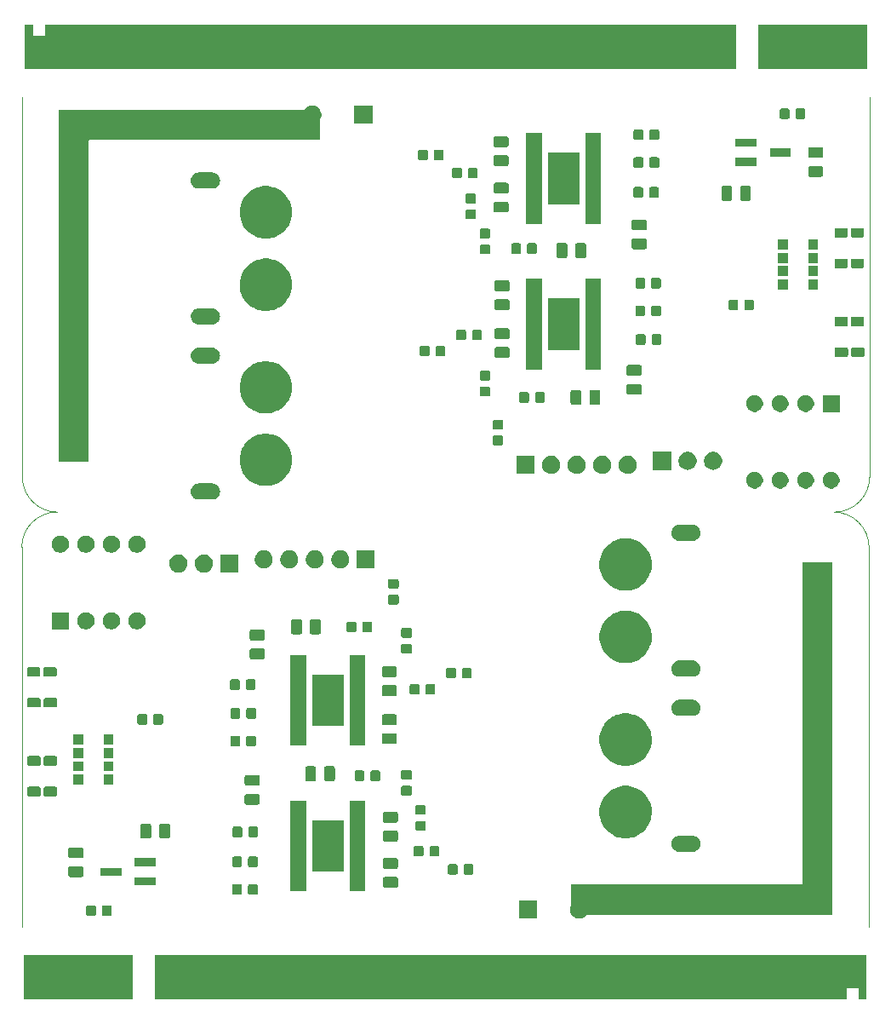
<source format=gts>
%TF.GenerationSoftware,KiCad,Pcbnew,(5.1.6)-1*%
%TF.CreationDate,2020-06-21T16:42:45+09:00*%
%TF.ProjectId,CAN_Dual_H-Bridge_MD,43414e5f-4475-4616-9c5f-482d42726964,rev?*%
%TF.SameCoordinates,Original*%
%TF.FileFunction,Soldermask,Top*%
%TF.FilePolarity,Negative*%
%FSLAX46Y46*%
G04 Gerber Fmt 4.6, Leading zero omitted, Abs format (unit mm)*
G04 Created by KiCad (PCBNEW (5.1.6)-1) date 2020-06-21 16:42:45*
%MOMM*%
%LPD*%
G01*
G04 APERTURE LIST*
%TA.AperFunction,Profile*%
%ADD10C,0.100000*%
%TD*%
%ADD11C,0.100000*%
G04 APERTURE END LIST*
D10*
X184680000Y-91500000D02*
G75*
G02*
X181180000Y-95000000I-3500000J0D01*
G01*
X100380000Y-91500000D02*
X100380000Y-53750000D01*
X184680000Y-91500000D02*
X184680000Y-53750000D01*
X103880000Y-95000000D02*
G75*
G02*
X100380000Y-91500000I0J3500000D01*
G01*
X100320000Y-98500000D02*
G75*
G02*
X103820000Y-95000000I3500000J0D01*
G01*
X181120000Y-95000000D02*
G75*
G02*
X184620000Y-98500000I0J-3500000D01*
G01*
X100320000Y-98500000D02*
X100320000Y-136250000D01*
X184620000Y-98500000D02*
X184620000Y-136250000D01*
D11*
G36*
X184371000Y-143401000D02*
G01*
X183569000Y-143401000D01*
X183569000Y-142425999D01*
X183566598Y-142401613D01*
X183559485Y-142378164D01*
X183547934Y-142356553D01*
X183532389Y-142337611D01*
X183513447Y-142322066D01*
X183491836Y-142310515D01*
X183468387Y-142303402D01*
X183444001Y-142301000D01*
X182495999Y-142301000D01*
X182471613Y-142303402D01*
X182448164Y-142310515D01*
X182426553Y-142322066D01*
X182407611Y-142337611D01*
X182392066Y-142356553D01*
X182380515Y-142378164D01*
X182373402Y-142401613D01*
X182371000Y-142425999D01*
X182371000Y-143401000D01*
X113569000Y-143401000D01*
X113569000Y-138999000D01*
X184371000Y-138999000D01*
X184371000Y-143401000D01*
G37*
G36*
X111371000Y-143401000D02*
G01*
X100569000Y-143401000D01*
X100569000Y-138999000D01*
X111371000Y-138999000D01*
X111371000Y-143401000D01*
G37*
G36*
X181000000Y-135000000D02*
G01*
X156596347Y-135000000D01*
X156571961Y-135002402D01*
X156548512Y-135009515D01*
X156526901Y-135021066D01*
X156507959Y-135036611D01*
X156492422Y-135055544D01*
X156479853Y-135074354D01*
X156354354Y-135199853D01*
X156206784Y-135298456D01*
X156042812Y-135366376D01*
X155893512Y-135396073D01*
X155868742Y-135401000D01*
X155691258Y-135401000D01*
X155666488Y-135396073D01*
X155517188Y-135366376D01*
X155353216Y-135298456D01*
X155205646Y-135199853D01*
X155080147Y-135074354D01*
X155062528Y-135047986D01*
X155046986Y-135029047D01*
X155028043Y-135013502D01*
X155010986Y-135005435D01*
X155011088Y-135005244D01*
X155001277Y-135000000D01*
X155000000Y-135000000D01*
X155000000Y-134992322D01*
X154997598Y-134967936D01*
X154990485Y-134944487D01*
X154983343Y-134931126D01*
X154981544Y-134926784D01*
X154913624Y-134762812D01*
X154879000Y-134588741D01*
X154879000Y-134411259D01*
X154913624Y-134237188D01*
X154981544Y-134073216D01*
X154981545Y-134073215D01*
X154983342Y-134068876D01*
X154990485Y-134055514D01*
X154997598Y-134032065D01*
X155000000Y-134007678D01*
X155000000Y-132000000D01*
X177875001Y-132000000D01*
X177899387Y-131997598D01*
X177922836Y-131990485D01*
X177944447Y-131978934D01*
X177963389Y-131963389D01*
X177978934Y-131944447D01*
X177990485Y-131922836D01*
X177997598Y-131899387D01*
X178000000Y-131875001D01*
X178000000Y-100000000D01*
X181000000Y-100000000D01*
X181000000Y-135000000D01*
G37*
G36*
X151601000Y-135401000D02*
G01*
X149799000Y-135401000D01*
X149799000Y-133599000D01*
X151601000Y-133599000D01*
X151601000Y-135401000D01*
G37*
G36*
X107542091Y-134078085D02*
G01*
X107576069Y-134088393D01*
X107607390Y-134105134D01*
X107634839Y-134127661D01*
X107657366Y-134155110D01*
X107674107Y-134186431D01*
X107684415Y-134220409D01*
X107688500Y-134261890D01*
X107688500Y-134938110D01*
X107684415Y-134979591D01*
X107674107Y-135013569D01*
X107657366Y-135044890D01*
X107634839Y-135072339D01*
X107607390Y-135094866D01*
X107576069Y-135111607D01*
X107542091Y-135121915D01*
X107500610Y-135126000D01*
X106899390Y-135126000D01*
X106857909Y-135121915D01*
X106823931Y-135111607D01*
X106792610Y-135094866D01*
X106765161Y-135072339D01*
X106742634Y-135044890D01*
X106725893Y-135013569D01*
X106715585Y-134979591D01*
X106711500Y-134938110D01*
X106711500Y-134261890D01*
X106715585Y-134220409D01*
X106725893Y-134186431D01*
X106742634Y-134155110D01*
X106765161Y-134127661D01*
X106792610Y-134105134D01*
X106823931Y-134088393D01*
X106857909Y-134078085D01*
X106899390Y-134074000D01*
X107500610Y-134074000D01*
X107542091Y-134078085D01*
G37*
G36*
X109117091Y-134078085D02*
G01*
X109151069Y-134088393D01*
X109182390Y-134105134D01*
X109209839Y-134127661D01*
X109232366Y-134155110D01*
X109249107Y-134186431D01*
X109259415Y-134220409D01*
X109263500Y-134261890D01*
X109263500Y-134938110D01*
X109259415Y-134979591D01*
X109249107Y-135013569D01*
X109232366Y-135044890D01*
X109209839Y-135072339D01*
X109182390Y-135094866D01*
X109151069Y-135111607D01*
X109117091Y-135121915D01*
X109075610Y-135126000D01*
X108474390Y-135126000D01*
X108432909Y-135121915D01*
X108398931Y-135111607D01*
X108367610Y-135094866D01*
X108340161Y-135072339D01*
X108317634Y-135044890D01*
X108300893Y-135013569D01*
X108290585Y-134979591D01*
X108286500Y-134938110D01*
X108286500Y-134261890D01*
X108290585Y-134220409D01*
X108300893Y-134186431D01*
X108317634Y-134155110D01*
X108340161Y-134127661D01*
X108367610Y-134105134D01*
X108398931Y-134088393D01*
X108432909Y-134078085D01*
X108474390Y-134074000D01*
X109075610Y-134074000D01*
X109117091Y-134078085D01*
G37*
G36*
X122090591Y-131978085D02*
G01*
X122124569Y-131988393D01*
X122155890Y-132005134D01*
X122183339Y-132027661D01*
X122205866Y-132055110D01*
X122222607Y-132086431D01*
X122232915Y-132120409D01*
X122237000Y-132161890D01*
X122237000Y-132838110D01*
X122232915Y-132879591D01*
X122222607Y-132913569D01*
X122205866Y-132944890D01*
X122183339Y-132972339D01*
X122155890Y-132994866D01*
X122124569Y-133011607D01*
X122090591Y-133021915D01*
X122049110Y-133026000D01*
X121447890Y-133026000D01*
X121406409Y-133021915D01*
X121372431Y-133011607D01*
X121341110Y-132994866D01*
X121313661Y-132972339D01*
X121291134Y-132944890D01*
X121274393Y-132913569D01*
X121264085Y-132879591D01*
X121260000Y-132838110D01*
X121260000Y-132161890D01*
X121264085Y-132120409D01*
X121274393Y-132086431D01*
X121291134Y-132055110D01*
X121313661Y-132027661D01*
X121341110Y-132005134D01*
X121372431Y-131988393D01*
X121406409Y-131978085D01*
X121447890Y-131974000D01*
X122049110Y-131974000D01*
X122090591Y-131978085D01*
G37*
G36*
X123665591Y-131978085D02*
G01*
X123699569Y-131988393D01*
X123730890Y-132005134D01*
X123758339Y-132027661D01*
X123780866Y-132055110D01*
X123797607Y-132086431D01*
X123807915Y-132120409D01*
X123812000Y-132161890D01*
X123812000Y-132838110D01*
X123807915Y-132879591D01*
X123797607Y-132913569D01*
X123780866Y-132944890D01*
X123758339Y-132972339D01*
X123730890Y-132994866D01*
X123699569Y-133011607D01*
X123665591Y-133021915D01*
X123624110Y-133026000D01*
X123022890Y-133026000D01*
X122981409Y-133021915D01*
X122947431Y-133011607D01*
X122916110Y-132994866D01*
X122888661Y-132972339D01*
X122866134Y-132944890D01*
X122849393Y-132913569D01*
X122839085Y-132879591D01*
X122835000Y-132838110D01*
X122835000Y-132161890D01*
X122839085Y-132120409D01*
X122849393Y-132086431D01*
X122866134Y-132055110D01*
X122888661Y-132027661D01*
X122916110Y-132005134D01*
X122947431Y-131988393D01*
X122981409Y-131978085D01*
X123022890Y-131974000D01*
X123624110Y-131974000D01*
X123665591Y-131978085D01*
G37*
G36*
X128622500Y-132653000D02*
G01*
X127045500Y-132653000D01*
X127045500Y-123651000D01*
X128622500Y-123651000D01*
X128622500Y-132653000D01*
G37*
G36*
X134498500Y-132653000D02*
G01*
X132921500Y-132653000D01*
X132921500Y-123651000D01*
X134498500Y-123651000D01*
X134498500Y-132653000D01*
G37*
G36*
X137584468Y-131266065D02*
G01*
X137623138Y-131277796D01*
X137658777Y-131296846D01*
X137690017Y-131322483D01*
X137715654Y-131353723D01*
X137734704Y-131389362D01*
X137746435Y-131428032D01*
X137751000Y-131474388D01*
X137751000Y-132125612D01*
X137746435Y-132171968D01*
X137734704Y-132210638D01*
X137715654Y-132246277D01*
X137690017Y-132277517D01*
X137658777Y-132303154D01*
X137623138Y-132322204D01*
X137584468Y-132333935D01*
X137538112Y-132338500D01*
X136461888Y-132338500D01*
X136415532Y-132333935D01*
X136376862Y-132322204D01*
X136341223Y-132303154D01*
X136309983Y-132277517D01*
X136284346Y-132246277D01*
X136265296Y-132210638D01*
X136253565Y-132171968D01*
X136249000Y-132125612D01*
X136249000Y-131474388D01*
X136253565Y-131428032D01*
X136265296Y-131389362D01*
X136284346Y-131353723D01*
X136309983Y-131322483D01*
X136341223Y-131296846D01*
X136376862Y-131277796D01*
X136415532Y-131266065D01*
X136461888Y-131261500D01*
X137538112Y-131261500D01*
X137584468Y-131266065D01*
G37*
G36*
X113651000Y-132101000D02*
G01*
X111549000Y-132101000D01*
X111549000Y-131299000D01*
X113651000Y-131299000D01*
X113651000Y-132101000D01*
G37*
G36*
X106284468Y-130203565D02*
G01*
X106323138Y-130215296D01*
X106358777Y-130234346D01*
X106390017Y-130259983D01*
X106415654Y-130291223D01*
X106434704Y-130326862D01*
X106446435Y-130365532D01*
X106451000Y-130411888D01*
X106451000Y-131063112D01*
X106446435Y-131109468D01*
X106434704Y-131148138D01*
X106415654Y-131183777D01*
X106390017Y-131215017D01*
X106358777Y-131240654D01*
X106323138Y-131259704D01*
X106284468Y-131271435D01*
X106238112Y-131276000D01*
X105161888Y-131276000D01*
X105115532Y-131271435D01*
X105076862Y-131259704D01*
X105041223Y-131240654D01*
X105009983Y-131215017D01*
X104984346Y-131183777D01*
X104965296Y-131148138D01*
X104953565Y-131109468D01*
X104949000Y-131063112D01*
X104949000Y-130411888D01*
X104953565Y-130365532D01*
X104965296Y-130326862D01*
X104984346Y-130291223D01*
X105009983Y-130259983D01*
X105041223Y-130234346D01*
X105076862Y-130215296D01*
X105115532Y-130203565D01*
X105161888Y-130199000D01*
X106238112Y-130199000D01*
X106284468Y-130203565D01*
G37*
G36*
X110251000Y-131151000D02*
G01*
X108149000Y-131151000D01*
X108149000Y-130349000D01*
X110251000Y-130349000D01*
X110251000Y-131151000D01*
G37*
G36*
X145117091Y-129978085D02*
G01*
X145151069Y-129988393D01*
X145182390Y-130005134D01*
X145209839Y-130027661D01*
X145232366Y-130055110D01*
X145249107Y-130086431D01*
X145259415Y-130120409D01*
X145263500Y-130161890D01*
X145263500Y-130838110D01*
X145259415Y-130879591D01*
X145249107Y-130913569D01*
X145232366Y-130944890D01*
X145209839Y-130972339D01*
X145182390Y-130994866D01*
X145151069Y-131011607D01*
X145117091Y-131021915D01*
X145075610Y-131026000D01*
X144474390Y-131026000D01*
X144432909Y-131021915D01*
X144398931Y-131011607D01*
X144367610Y-130994866D01*
X144340161Y-130972339D01*
X144317634Y-130944890D01*
X144300893Y-130913569D01*
X144290585Y-130879591D01*
X144286500Y-130838110D01*
X144286500Y-130161890D01*
X144290585Y-130120409D01*
X144300893Y-130086431D01*
X144317634Y-130055110D01*
X144340161Y-130027661D01*
X144367610Y-130005134D01*
X144398931Y-129988393D01*
X144432909Y-129978085D01*
X144474390Y-129974000D01*
X145075610Y-129974000D01*
X145117091Y-129978085D01*
G37*
G36*
X143542091Y-129978085D02*
G01*
X143576069Y-129988393D01*
X143607390Y-130005134D01*
X143634839Y-130027661D01*
X143657366Y-130055110D01*
X143674107Y-130086431D01*
X143684415Y-130120409D01*
X143688500Y-130161890D01*
X143688500Y-130838110D01*
X143684415Y-130879591D01*
X143674107Y-130913569D01*
X143657366Y-130944890D01*
X143634839Y-130972339D01*
X143607390Y-130994866D01*
X143576069Y-131011607D01*
X143542091Y-131021915D01*
X143500610Y-131026000D01*
X142899390Y-131026000D01*
X142857909Y-131021915D01*
X142823931Y-131011607D01*
X142792610Y-130994866D01*
X142765161Y-130972339D01*
X142742634Y-130944890D01*
X142725893Y-130913569D01*
X142715585Y-130879591D01*
X142711500Y-130838110D01*
X142711500Y-130161890D01*
X142715585Y-130120409D01*
X142725893Y-130086431D01*
X142742634Y-130055110D01*
X142765161Y-130027661D01*
X142792610Y-130005134D01*
X142823931Y-129988393D01*
X142857909Y-129978085D01*
X142899390Y-129974000D01*
X143500610Y-129974000D01*
X143542091Y-129978085D01*
G37*
G36*
X132323000Y-130703000D02*
G01*
X129221000Y-130703000D01*
X129221000Y-125601000D01*
X132323000Y-125601000D01*
X132323000Y-130703000D01*
G37*
G36*
X137584468Y-129391065D02*
G01*
X137623138Y-129402796D01*
X137658777Y-129421846D01*
X137690017Y-129447483D01*
X137715654Y-129478723D01*
X137734704Y-129514362D01*
X137746435Y-129553032D01*
X137751000Y-129599388D01*
X137751000Y-130250612D01*
X137746435Y-130296968D01*
X137734704Y-130335638D01*
X137715654Y-130371277D01*
X137690017Y-130402517D01*
X137658777Y-130428154D01*
X137623138Y-130447204D01*
X137584468Y-130458935D01*
X137538112Y-130463500D01*
X136461888Y-130463500D01*
X136415532Y-130458935D01*
X136376862Y-130447204D01*
X136341223Y-130428154D01*
X136309983Y-130402517D01*
X136284346Y-130371277D01*
X136265296Y-130335638D01*
X136253565Y-130296968D01*
X136249000Y-130250612D01*
X136249000Y-129599388D01*
X136253565Y-129553032D01*
X136265296Y-129514362D01*
X136284346Y-129478723D01*
X136309983Y-129447483D01*
X136341223Y-129421846D01*
X136376862Y-129402796D01*
X136415532Y-129391065D01*
X136461888Y-129386500D01*
X137538112Y-129386500D01*
X137584468Y-129391065D01*
G37*
G36*
X122090591Y-129228085D02*
G01*
X122124569Y-129238393D01*
X122155890Y-129255134D01*
X122183339Y-129277661D01*
X122205866Y-129305110D01*
X122222607Y-129336431D01*
X122232915Y-129370409D01*
X122237000Y-129411890D01*
X122237000Y-130088110D01*
X122232915Y-130129591D01*
X122222607Y-130163569D01*
X122205866Y-130194890D01*
X122183339Y-130222339D01*
X122155890Y-130244866D01*
X122124569Y-130261607D01*
X122090591Y-130271915D01*
X122049110Y-130276000D01*
X121447890Y-130276000D01*
X121406409Y-130271915D01*
X121372431Y-130261607D01*
X121341110Y-130244866D01*
X121313661Y-130222339D01*
X121291134Y-130194890D01*
X121274393Y-130163569D01*
X121264085Y-130129591D01*
X121260000Y-130088110D01*
X121260000Y-129411890D01*
X121264085Y-129370409D01*
X121274393Y-129336431D01*
X121291134Y-129305110D01*
X121313661Y-129277661D01*
X121341110Y-129255134D01*
X121372431Y-129238393D01*
X121406409Y-129228085D01*
X121447890Y-129224000D01*
X122049110Y-129224000D01*
X122090591Y-129228085D01*
G37*
G36*
X123665591Y-129228085D02*
G01*
X123699569Y-129238393D01*
X123730890Y-129255134D01*
X123758339Y-129277661D01*
X123780866Y-129305110D01*
X123797607Y-129336431D01*
X123807915Y-129370409D01*
X123812000Y-129411890D01*
X123812000Y-130088110D01*
X123807915Y-130129591D01*
X123797607Y-130163569D01*
X123780866Y-130194890D01*
X123758339Y-130222339D01*
X123730890Y-130244866D01*
X123699569Y-130261607D01*
X123665591Y-130271915D01*
X123624110Y-130276000D01*
X123022890Y-130276000D01*
X122981409Y-130271915D01*
X122947431Y-130261607D01*
X122916110Y-130244866D01*
X122888661Y-130222339D01*
X122866134Y-130194890D01*
X122849393Y-130163569D01*
X122839085Y-130129591D01*
X122835000Y-130088110D01*
X122835000Y-129411890D01*
X122839085Y-129370409D01*
X122849393Y-129336431D01*
X122866134Y-129305110D01*
X122888661Y-129277661D01*
X122916110Y-129255134D01*
X122947431Y-129238393D01*
X122981409Y-129228085D01*
X123022890Y-129224000D01*
X123624110Y-129224000D01*
X123665591Y-129228085D01*
G37*
G36*
X113651000Y-130201000D02*
G01*
X111549000Y-130201000D01*
X111549000Y-129399000D01*
X113651000Y-129399000D01*
X113651000Y-130201000D01*
G37*
G36*
X106284468Y-128328565D02*
G01*
X106323138Y-128340296D01*
X106358777Y-128359346D01*
X106390017Y-128384983D01*
X106415654Y-128416223D01*
X106434704Y-128451862D01*
X106446435Y-128490532D01*
X106451000Y-128536888D01*
X106451000Y-129188112D01*
X106446435Y-129234468D01*
X106434704Y-129273138D01*
X106415654Y-129308777D01*
X106390017Y-129340017D01*
X106358777Y-129365654D01*
X106323138Y-129384704D01*
X106284468Y-129396435D01*
X106238112Y-129401000D01*
X105161888Y-129401000D01*
X105115532Y-129396435D01*
X105076862Y-129384704D01*
X105041223Y-129365654D01*
X105009983Y-129340017D01*
X104984346Y-129308777D01*
X104965296Y-129273138D01*
X104953565Y-129234468D01*
X104949000Y-129188112D01*
X104949000Y-128536888D01*
X104953565Y-128490532D01*
X104965296Y-128451862D01*
X104984346Y-128416223D01*
X105009983Y-128384983D01*
X105041223Y-128359346D01*
X105076862Y-128340296D01*
X105115532Y-128328565D01*
X105161888Y-128324000D01*
X106238112Y-128324000D01*
X106284468Y-128328565D01*
G37*
G36*
X140142091Y-128178085D02*
G01*
X140176069Y-128188393D01*
X140207390Y-128205134D01*
X140234839Y-128227661D01*
X140257366Y-128255110D01*
X140274107Y-128286431D01*
X140284415Y-128320409D01*
X140288500Y-128361890D01*
X140288500Y-129038110D01*
X140284415Y-129079591D01*
X140274107Y-129113569D01*
X140257366Y-129144890D01*
X140234839Y-129172339D01*
X140207390Y-129194866D01*
X140176069Y-129211607D01*
X140142091Y-129221915D01*
X140100610Y-129226000D01*
X139499390Y-129226000D01*
X139457909Y-129221915D01*
X139423931Y-129211607D01*
X139392610Y-129194866D01*
X139365161Y-129172339D01*
X139342634Y-129144890D01*
X139325893Y-129113569D01*
X139315585Y-129079591D01*
X139311500Y-129038110D01*
X139311500Y-128361890D01*
X139315585Y-128320409D01*
X139325893Y-128286431D01*
X139342634Y-128255110D01*
X139365161Y-128227661D01*
X139392610Y-128205134D01*
X139423931Y-128188393D01*
X139457909Y-128178085D01*
X139499390Y-128174000D01*
X140100610Y-128174000D01*
X140142091Y-128178085D01*
G37*
G36*
X141717091Y-128178085D02*
G01*
X141751069Y-128188393D01*
X141782390Y-128205134D01*
X141809839Y-128227661D01*
X141832366Y-128255110D01*
X141849107Y-128286431D01*
X141859415Y-128320409D01*
X141863500Y-128361890D01*
X141863500Y-129038110D01*
X141859415Y-129079591D01*
X141849107Y-129113569D01*
X141832366Y-129144890D01*
X141809839Y-129172339D01*
X141782390Y-129194866D01*
X141751069Y-129211607D01*
X141717091Y-129221915D01*
X141675610Y-129226000D01*
X141074390Y-129226000D01*
X141032909Y-129221915D01*
X140998931Y-129211607D01*
X140967610Y-129194866D01*
X140940161Y-129172339D01*
X140917634Y-129144890D01*
X140900893Y-129113569D01*
X140890585Y-129079591D01*
X140886500Y-129038110D01*
X140886500Y-128361890D01*
X140890585Y-128320409D01*
X140900893Y-128286431D01*
X140917634Y-128255110D01*
X140940161Y-128227661D01*
X140967610Y-128205134D01*
X140998931Y-128188393D01*
X141032909Y-128178085D01*
X141074390Y-128174000D01*
X141675610Y-128174000D01*
X141717091Y-128178085D01*
G37*
G36*
X167128571Y-127152863D02*
G01*
X167207023Y-127160590D01*
X167276778Y-127181750D01*
X167358013Y-127206392D01*
X167497165Y-127280771D01*
X167619133Y-127380867D01*
X167719229Y-127502835D01*
X167793608Y-127641987D01*
X167804386Y-127677517D01*
X167839410Y-127792977D01*
X167854875Y-127950000D01*
X167839410Y-128107023D01*
X167817669Y-128178693D01*
X167793608Y-128258013D01*
X167719229Y-128397165D01*
X167619133Y-128519133D01*
X167497165Y-128619229D01*
X167358013Y-128693608D01*
X167307682Y-128708875D01*
X167207023Y-128739410D01*
X167128571Y-128747137D01*
X167089346Y-128751000D01*
X165710654Y-128751000D01*
X165671429Y-128747137D01*
X165592977Y-128739410D01*
X165492318Y-128708875D01*
X165441987Y-128693608D01*
X165302835Y-128619229D01*
X165180867Y-128519133D01*
X165080771Y-128397165D01*
X165006392Y-128258013D01*
X164982331Y-128178693D01*
X164960590Y-128107023D01*
X164945125Y-127950000D01*
X164960590Y-127792977D01*
X164995614Y-127677517D01*
X165006392Y-127641987D01*
X165080771Y-127502835D01*
X165180867Y-127380867D01*
X165302835Y-127280771D01*
X165441987Y-127206392D01*
X165523222Y-127181750D01*
X165592977Y-127160590D01*
X165671429Y-127152863D01*
X165710654Y-127149000D01*
X167089346Y-127149000D01*
X167128571Y-127152863D01*
G37*
G36*
X137584468Y-126666065D02*
G01*
X137623138Y-126677796D01*
X137658777Y-126696846D01*
X137690017Y-126722483D01*
X137715654Y-126753723D01*
X137734704Y-126789362D01*
X137746435Y-126828032D01*
X137751000Y-126874388D01*
X137751000Y-127525612D01*
X137746435Y-127571968D01*
X137734704Y-127610638D01*
X137715654Y-127646277D01*
X137690017Y-127677517D01*
X137658777Y-127703154D01*
X137623138Y-127722204D01*
X137584468Y-127733935D01*
X137538112Y-127738500D01*
X136461888Y-127738500D01*
X136415532Y-127733935D01*
X136376862Y-127722204D01*
X136341223Y-127703154D01*
X136309983Y-127677517D01*
X136284346Y-127646277D01*
X136265296Y-127610638D01*
X136253565Y-127571968D01*
X136249000Y-127525612D01*
X136249000Y-126874388D01*
X136253565Y-126828032D01*
X136265296Y-126789362D01*
X136284346Y-126753723D01*
X136309983Y-126722483D01*
X136341223Y-126696846D01*
X136376862Y-126677796D01*
X136415532Y-126666065D01*
X136461888Y-126661500D01*
X137538112Y-126661500D01*
X137584468Y-126666065D01*
G37*
G36*
X114909468Y-125953565D02*
G01*
X114948138Y-125965296D01*
X114983777Y-125984346D01*
X115015017Y-126009983D01*
X115040654Y-126041223D01*
X115059704Y-126076862D01*
X115071435Y-126115532D01*
X115076000Y-126161888D01*
X115076000Y-127238112D01*
X115071435Y-127284468D01*
X115059704Y-127323138D01*
X115040654Y-127358777D01*
X115015017Y-127390017D01*
X114983777Y-127415654D01*
X114948138Y-127434704D01*
X114909468Y-127446435D01*
X114863112Y-127451000D01*
X114211888Y-127451000D01*
X114165532Y-127446435D01*
X114126862Y-127434704D01*
X114091223Y-127415654D01*
X114059983Y-127390017D01*
X114034346Y-127358777D01*
X114015296Y-127323138D01*
X114003565Y-127284468D01*
X113999000Y-127238112D01*
X113999000Y-126161888D01*
X114003565Y-126115532D01*
X114015296Y-126076862D01*
X114034346Y-126041223D01*
X114059983Y-126009983D01*
X114091223Y-125984346D01*
X114126862Y-125965296D01*
X114165532Y-125953565D01*
X114211888Y-125949000D01*
X114863112Y-125949000D01*
X114909468Y-125953565D01*
G37*
G36*
X113034468Y-125953565D02*
G01*
X113073138Y-125965296D01*
X113108777Y-125984346D01*
X113140017Y-126009983D01*
X113165654Y-126041223D01*
X113184704Y-126076862D01*
X113196435Y-126115532D01*
X113201000Y-126161888D01*
X113201000Y-127238112D01*
X113196435Y-127284468D01*
X113184704Y-127323138D01*
X113165654Y-127358777D01*
X113140017Y-127390017D01*
X113108777Y-127415654D01*
X113073138Y-127434704D01*
X113034468Y-127446435D01*
X112988112Y-127451000D01*
X112336888Y-127451000D01*
X112290532Y-127446435D01*
X112251862Y-127434704D01*
X112216223Y-127415654D01*
X112184983Y-127390017D01*
X112159346Y-127358777D01*
X112140296Y-127323138D01*
X112128565Y-127284468D01*
X112124000Y-127238112D01*
X112124000Y-126161888D01*
X112128565Y-126115532D01*
X112140296Y-126076862D01*
X112159346Y-126041223D01*
X112184983Y-126009983D01*
X112216223Y-125984346D01*
X112251862Y-125965296D01*
X112290532Y-125953565D01*
X112336888Y-125949000D01*
X112988112Y-125949000D01*
X113034468Y-125953565D01*
G37*
G36*
X160863122Y-122240164D02*
G01*
X161158684Y-122298955D01*
X161354752Y-122380169D01*
X161632034Y-122495023D01*
X161773393Y-122589476D01*
X162058041Y-122779671D01*
X162420329Y-123141959D01*
X162610524Y-123426607D01*
X162704977Y-123567966D01*
X162803884Y-123806750D01*
X162901045Y-124041316D01*
X162906915Y-124070826D01*
X163001000Y-124543823D01*
X163001000Y-125056177D01*
X162951022Y-125307430D01*
X162901045Y-125558684D01*
X162831051Y-125727664D01*
X162704977Y-126032034D01*
X162704976Y-126032035D01*
X162420329Y-126458041D01*
X162058041Y-126820329D01*
X161773393Y-127010524D01*
X161632034Y-127104977D01*
X161387196Y-127206392D01*
X161158684Y-127301045D01*
X160907430Y-127351023D01*
X160656177Y-127401000D01*
X160143823Y-127401000D01*
X159892570Y-127351023D01*
X159641316Y-127301045D01*
X159412804Y-127206392D01*
X159167966Y-127104977D01*
X159026607Y-127010524D01*
X158741959Y-126820329D01*
X158379671Y-126458041D01*
X158095024Y-126032035D01*
X158095023Y-126032034D01*
X157968949Y-125727664D01*
X157898955Y-125558684D01*
X157848978Y-125307430D01*
X157799000Y-125056177D01*
X157799000Y-124543823D01*
X157893085Y-124070826D01*
X157898955Y-124041316D01*
X157996116Y-123806750D01*
X158095023Y-123567966D01*
X158189476Y-123426607D01*
X158379671Y-123141959D01*
X158741959Y-122779671D01*
X159026607Y-122589476D01*
X159167966Y-122495023D01*
X159445248Y-122380169D01*
X159641316Y-122298955D01*
X159936878Y-122240164D01*
X160143823Y-122199000D01*
X160656177Y-122199000D01*
X160863122Y-122240164D01*
G37*
G36*
X122116091Y-126263085D02*
G01*
X122150069Y-126273393D01*
X122181390Y-126290134D01*
X122208839Y-126312661D01*
X122231366Y-126340110D01*
X122248107Y-126371431D01*
X122258415Y-126405409D01*
X122262500Y-126446890D01*
X122262500Y-127123110D01*
X122258415Y-127164591D01*
X122248107Y-127198569D01*
X122231366Y-127229890D01*
X122208839Y-127257339D01*
X122181390Y-127279866D01*
X122150069Y-127296607D01*
X122116091Y-127306915D01*
X122074610Y-127311000D01*
X121473390Y-127311000D01*
X121431909Y-127306915D01*
X121397931Y-127296607D01*
X121366610Y-127279866D01*
X121339161Y-127257339D01*
X121316634Y-127229890D01*
X121299893Y-127198569D01*
X121289585Y-127164591D01*
X121285500Y-127123110D01*
X121285500Y-126446890D01*
X121289585Y-126405409D01*
X121299893Y-126371431D01*
X121316634Y-126340110D01*
X121339161Y-126312661D01*
X121366610Y-126290134D01*
X121397931Y-126273393D01*
X121431909Y-126263085D01*
X121473390Y-126259000D01*
X122074610Y-126259000D01*
X122116091Y-126263085D01*
G37*
G36*
X123691091Y-126263085D02*
G01*
X123725069Y-126273393D01*
X123756390Y-126290134D01*
X123783839Y-126312661D01*
X123806366Y-126340110D01*
X123823107Y-126371431D01*
X123833415Y-126405409D01*
X123837500Y-126446890D01*
X123837500Y-127123110D01*
X123833415Y-127164591D01*
X123823107Y-127198569D01*
X123806366Y-127229890D01*
X123783839Y-127257339D01*
X123756390Y-127279866D01*
X123725069Y-127296607D01*
X123691091Y-127306915D01*
X123649610Y-127311000D01*
X123048390Y-127311000D01*
X123006909Y-127306915D01*
X122972931Y-127296607D01*
X122941610Y-127279866D01*
X122914161Y-127257339D01*
X122891634Y-127229890D01*
X122874893Y-127198569D01*
X122864585Y-127164591D01*
X122860500Y-127123110D01*
X122860500Y-126446890D01*
X122864585Y-126405409D01*
X122874893Y-126371431D01*
X122891634Y-126340110D01*
X122914161Y-126312661D01*
X122941610Y-126290134D01*
X122972931Y-126273393D01*
X123006909Y-126263085D01*
X123048390Y-126259000D01*
X123649610Y-126259000D01*
X123691091Y-126263085D01*
G37*
G36*
X140379591Y-125690585D02*
G01*
X140413569Y-125700893D01*
X140444890Y-125717634D01*
X140472339Y-125740161D01*
X140494866Y-125767610D01*
X140511607Y-125798931D01*
X140521915Y-125832909D01*
X140526000Y-125874390D01*
X140526000Y-126475610D01*
X140521915Y-126517091D01*
X140511607Y-126551069D01*
X140494866Y-126582390D01*
X140472339Y-126609839D01*
X140444890Y-126632366D01*
X140413569Y-126649107D01*
X140379591Y-126659415D01*
X140338110Y-126663500D01*
X139661890Y-126663500D01*
X139620409Y-126659415D01*
X139586431Y-126649107D01*
X139555110Y-126632366D01*
X139527661Y-126609839D01*
X139505134Y-126582390D01*
X139488393Y-126551069D01*
X139478085Y-126517091D01*
X139474000Y-126475610D01*
X139474000Y-125874390D01*
X139478085Y-125832909D01*
X139488393Y-125798931D01*
X139505134Y-125767610D01*
X139527661Y-125740161D01*
X139555110Y-125717634D01*
X139586431Y-125700893D01*
X139620409Y-125690585D01*
X139661890Y-125686500D01*
X140338110Y-125686500D01*
X140379591Y-125690585D01*
G37*
G36*
X137584468Y-124791065D02*
G01*
X137623138Y-124802796D01*
X137658777Y-124821846D01*
X137690017Y-124847483D01*
X137715654Y-124878723D01*
X137734704Y-124914362D01*
X137746435Y-124953032D01*
X137751000Y-124999388D01*
X137751000Y-125650612D01*
X137746435Y-125696968D01*
X137734704Y-125735638D01*
X137715654Y-125771277D01*
X137690017Y-125802517D01*
X137658777Y-125828154D01*
X137623138Y-125847204D01*
X137584468Y-125858935D01*
X137538112Y-125863500D01*
X136461888Y-125863500D01*
X136415532Y-125858935D01*
X136376862Y-125847204D01*
X136341223Y-125828154D01*
X136309983Y-125802517D01*
X136284346Y-125771277D01*
X136265296Y-125735638D01*
X136253565Y-125696968D01*
X136249000Y-125650612D01*
X136249000Y-124999388D01*
X136253565Y-124953032D01*
X136265296Y-124914362D01*
X136284346Y-124878723D01*
X136309983Y-124847483D01*
X136341223Y-124821846D01*
X136376862Y-124802796D01*
X136415532Y-124791065D01*
X136461888Y-124786500D01*
X137538112Y-124786500D01*
X137584468Y-124791065D01*
G37*
G36*
X140379591Y-124115585D02*
G01*
X140413569Y-124125893D01*
X140444890Y-124142634D01*
X140472339Y-124165161D01*
X140494866Y-124192610D01*
X140511607Y-124223931D01*
X140521915Y-124257909D01*
X140526000Y-124299390D01*
X140526000Y-124900610D01*
X140521915Y-124942091D01*
X140511607Y-124976069D01*
X140494866Y-125007390D01*
X140472339Y-125034839D01*
X140444890Y-125057366D01*
X140413569Y-125074107D01*
X140379591Y-125084415D01*
X140338110Y-125088500D01*
X139661890Y-125088500D01*
X139620409Y-125084415D01*
X139586431Y-125074107D01*
X139555110Y-125057366D01*
X139527661Y-125034839D01*
X139505134Y-125007390D01*
X139488393Y-124976069D01*
X139478085Y-124942091D01*
X139474000Y-124900610D01*
X139474000Y-124299390D01*
X139478085Y-124257909D01*
X139488393Y-124223931D01*
X139505134Y-124192610D01*
X139527661Y-124165161D01*
X139555110Y-124142634D01*
X139586431Y-124125893D01*
X139620409Y-124115585D01*
X139661890Y-124111500D01*
X140338110Y-124111500D01*
X140379591Y-124115585D01*
G37*
G36*
X123834468Y-123003565D02*
G01*
X123873138Y-123015296D01*
X123908777Y-123034346D01*
X123940017Y-123059983D01*
X123965654Y-123091223D01*
X123984704Y-123126862D01*
X123996435Y-123165532D01*
X124001000Y-123211888D01*
X124001000Y-123863112D01*
X123996435Y-123909468D01*
X123984704Y-123948138D01*
X123965654Y-123983777D01*
X123940017Y-124015017D01*
X123908777Y-124040654D01*
X123873138Y-124059704D01*
X123834468Y-124071435D01*
X123788112Y-124076000D01*
X122711888Y-124076000D01*
X122665532Y-124071435D01*
X122626862Y-124059704D01*
X122591223Y-124040654D01*
X122559983Y-124015017D01*
X122534346Y-123983777D01*
X122515296Y-123948138D01*
X122503565Y-123909468D01*
X122499000Y-123863112D01*
X122499000Y-123211888D01*
X122503565Y-123165532D01*
X122515296Y-123126862D01*
X122534346Y-123091223D01*
X122559983Y-123059983D01*
X122591223Y-123034346D01*
X122626862Y-123015296D01*
X122665532Y-123003565D01*
X122711888Y-122999000D01*
X123788112Y-122999000D01*
X123834468Y-123003565D01*
G37*
G36*
X103680118Y-122293965D02*
G01*
X103712933Y-122303919D01*
X103743165Y-122320079D01*
X103769670Y-122341830D01*
X103791421Y-122368335D01*
X103807581Y-122398567D01*
X103817535Y-122431382D01*
X103821500Y-122471640D01*
X103821500Y-123060360D01*
X103817535Y-123100618D01*
X103807581Y-123133433D01*
X103791421Y-123163665D01*
X103769670Y-123190170D01*
X103743165Y-123211921D01*
X103712933Y-123228081D01*
X103680118Y-123238035D01*
X103639860Y-123242000D01*
X102676140Y-123242000D01*
X102635882Y-123238035D01*
X102603067Y-123228081D01*
X102572835Y-123211921D01*
X102546330Y-123190170D01*
X102524579Y-123163665D01*
X102508419Y-123133433D01*
X102498465Y-123100618D01*
X102494500Y-123060360D01*
X102494500Y-122471640D01*
X102498465Y-122431382D01*
X102508419Y-122398567D01*
X102524579Y-122368335D01*
X102546330Y-122341830D01*
X102572835Y-122320079D01*
X102603067Y-122303919D01*
X102635882Y-122293965D01*
X102676140Y-122290000D01*
X103639860Y-122290000D01*
X103680118Y-122293965D01*
G37*
G36*
X102055118Y-122293965D02*
G01*
X102087933Y-122303919D01*
X102118165Y-122320079D01*
X102144670Y-122341830D01*
X102166421Y-122368335D01*
X102182581Y-122398567D01*
X102192535Y-122431382D01*
X102196500Y-122471640D01*
X102196500Y-123060360D01*
X102192535Y-123100618D01*
X102182581Y-123133433D01*
X102166421Y-123163665D01*
X102144670Y-123190170D01*
X102118165Y-123211921D01*
X102087933Y-123228081D01*
X102055118Y-123238035D01*
X102014860Y-123242000D01*
X101051140Y-123242000D01*
X101010882Y-123238035D01*
X100978067Y-123228081D01*
X100947835Y-123211921D01*
X100921330Y-123190170D01*
X100899579Y-123163665D01*
X100883419Y-123133433D01*
X100873465Y-123100618D01*
X100869500Y-123060360D01*
X100869500Y-122471640D01*
X100873465Y-122431382D01*
X100883419Y-122398567D01*
X100899579Y-122368335D01*
X100921330Y-122341830D01*
X100947835Y-122320079D01*
X100978067Y-122303919D01*
X101010882Y-122293965D01*
X101051140Y-122290000D01*
X102014860Y-122290000D01*
X102055118Y-122293965D01*
G37*
G36*
X138979591Y-122203085D02*
G01*
X139013569Y-122213393D01*
X139044890Y-122230134D01*
X139072339Y-122252661D01*
X139094866Y-122280110D01*
X139111607Y-122311431D01*
X139121915Y-122345409D01*
X139126000Y-122386890D01*
X139126000Y-122988110D01*
X139121915Y-123029591D01*
X139111607Y-123063569D01*
X139094866Y-123094890D01*
X139072339Y-123122339D01*
X139044890Y-123144866D01*
X139013569Y-123161607D01*
X138979591Y-123171915D01*
X138938110Y-123176000D01*
X138261890Y-123176000D01*
X138220409Y-123171915D01*
X138186431Y-123161607D01*
X138155110Y-123144866D01*
X138127661Y-123122339D01*
X138105134Y-123094890D01*
X138088393Y-123063569D01*
X138078085Y-123029591D01*
X138074000Y-122988110D01*
X138074000Y-122386890D01*
X138078085Y-122345409D01*
X138088393Y-122311431D01*
X138105134Y-122280110D01*
X138127661Y-122252661D01*
X138155110Y-122230134D01*
X138186431Y-122213393D01*
X138220409Y-122203085D01*
X138261890Y-122199000D01*
X138938110Y-122199000D01*
X138979591Y-122203085D01*
G37*
G36*
X123834468Y-121128565D02*
G01*
X123873138Y-121140296D01*
X123908777Y-121159346D01*
X123940017Y-121184983D01*
X123965654Y-121216223D01*
X123984704Y-121251862D01*
X123996435Y-121290532D01*
X124001000Y-121336888D01*
X124001000Y-121988112D01*
X123996435Y-122034468D01*
X123984704Y-122073138D01*
X123965654Y-122108777D01*
X123940017Y-122140017D01*
X123908777Y-122165654D01*
X123873138Y-122184704D01*
X123834468Y-122196435D01*
X123788112Y-122201000D01*
X122711888Y-122201000D01*
X122665532Y-122196435D01*
X122626862Y-122184704D01*
X122591223Y-122165654D01*
X122559983Y-122140017D01*
X122534346Y-122108777D01*
X122515296Y-122073138D01*
X122503565Y-122034468D01*
X122499000Y-121988112D01*
X122499000Y-121336888D01*
X122503565Y-121290532D01*
X122515296Y-121251862D01*
X122534346Y-121216223D01*
X122559983Y-121184983D01*
X122591223Y-121159346D01*
X122626862Y-121140296D01*
X122665532Y-121128565D01*
X122711888Y-121124000D01*
X123788112Y-121124000D01*
X123834468Y-121128565D01*
G37*
G36*
X109451000Y-122101000D02*
G01*
X108449000Y-122101000D01*
X108449000Y-121099000D01*
X109451000Y-121099000D01*
X109451000Y-122101000D01*
G37*
G36*
X106451000Y-122101000D02*
G01*
X105449000Y-122101000D01*
X105449000Y-121099000D01*
X106451000Y-121099000D01*
X106451000Y-122101000D01*
G37*
G36*
X131309468Y-120253565D02*
G01*
X131348138Y-120265296D01*
X131383777Y-120284346D01*
X131415017Y-120309983D01*
X131440654Y-120341223D01*
X131459704Y-120376862D01*
X131471435Y-120415532D01*
X131476000Y-120461888D01*
X131476000Y-121538112D01*
X131471435Y-121584468D01*
X131459704Y-121623138D01*
X131440654Y-121658777D01*
X131415017Y-121690017D01*
X131383777Y-121715654D01*
X131348138Y-121734704D01*
X131309468Y-121746435D01*
X131263112Y-121751000D01*
X130611888Y-121751000D01*
X130565532Y-121746435D01*
X130526862Y-121734704D01*
X130491223Y-121715654D01*
X130459983Y-121690017D01*
X130434346Y-121658777D01*
X130415296Y-121623138D01*
X130403565Y-121584468D01*
X130399000Y-121538112D01*
X130399000Y-120461888D01*
X130403565Y-120415532D01*
X130415296Y-120376862D01*
X130434346Y-120341223D01*
X130459983Y-120309983D01*
X130491223Y-120284346D01*
X130526862Y-120265296D01*
X130565532Y-120253565D01*
X130611888Y-120249000D01*
X131263112Y-120249000D01*
X131309468Y-120253565D01*
G37*
G36*
X129434468Y-120253565D02*
G01*
X129473138Y-120265296D01*
X129508777Y-120284346D01*
X129540017Y-120309983D01*
X129565654Y-120341223D01*
X129584704Y-120376862D01*
X129596435Y-120415532D01*
X129601000Y-120461888D01*
X129601000Y-121538112D01*
X129596435Y-121584468D01*
X129584704Y-121623138D01*
X129565654Y-121658777D01*
X129540017Y-121690017D01*
X129508777Y-121715654D01*
X129473138Y-121734704D01*
X129434468Y-121746435D01*
X129388112Y-121751000D01*
X128736888Y-121751000D01*
X128690532Y-121746435D01*
X128651862Y-121734704D01*
X128616223Y-121715654D01*
X128584983Y-121690017D01*
X128559346Y-121658777D01*
X128540296Y-121623138D01*
X128528565Y-121584468D01*
X128524000Y-121538112D01*
X128524000Y-120461888D01*
X128528565Y-120415532D01*
X128540296Y-120376862D01*
X128559346Y-120341223D01*
X128584983Y-120309983D01*
X128616223Y-120284346D01*
X128651862Y-120265296D01*
X128690532Y-120253565D01*
X128736888Y-120249000D01*
X129388112Y-120249000D01*
X129434468Y-120253565D01*
G37*
G36*
X134267091Y-120678085D02*
G01*
X134301069Y-120688393D01*
X134332390Y-120705134D01*
X134359839Y-120727661D01*
X134382366Y-120755110D01*
X134399107Y-120786431D01*
X134409415Y-120820409D01*
X134413500Y-120861890D01*
X134413500Y-121538110D01*
X134409415Y-121579591D01*
X134399107Y-121613569D01*
X134382366Y-121644890D01*
X134359839Y-121672339D01*
X134332390Y-121694866D01*
X134301069Y-121711607D01*
X134267091Y-121721915D01*
X134225610Y-121726000D01*
X133624390Y-121726000D01*
X133582909Y-121721915D01*
X133548931Y-121711607D01*
X133517610Y-121694866D01*
X133490161Y-121672339D01*
X133467634Y-121644890D01*
X133450893Y-121613569D01*
X133440585Y-121579591D01*
X133436500Y-121538110D01*
X133436500Y-120861890D01*
X133440585Y-120820409D01*
X133450893Y-120786431D01*
X133467634Y-120755110D01*
X133490161Y-120727661D01*
X133517610Y-120705134D01*
X133548931Y-120688393D01*
X133582909Y-120678085D01*
X133624390Y-120674000D01*
X134225610Y-120674000D01*
X134267091Y-120678085D01*
G37*
G36*
X135842091Y-120678085D02*
G01*
X135876069Y-120688393D01*
X135907390Y-120705134D01*
X135934839Y-120727661D01*
X135957366Y-120755110D01*
X135974107Y-120786431D01*
X135984415Y-120820409D01*
X135988500Y-120861890D01*
X135988500Y-121538110D01*
X135984415Y-121579591D01*
X135974107Y-121613569D01*
X135957366Y-121644890D01*
X135934839Y-121672339D01*
X135907390Y-121694866D01*
X135876069Y-121711607D01*
X135842091Y-121721915D01*
X135800610Y-121726000D01*
X135199390Y-121726000D01*
X135157909Y-121721915D01*
X135123931Y-121711607D01*
X135092610Y-121694866D01*
X135065161Y-121672339D01*
X135042634Y-121644890D01*
X135025893Y-121613569D01*
X135015585Y-121579591D01*
X135011500Y-121538110D01*
X135011500Y-120861890D01*
X135015585Y-120820409D01*
X135025893Y-120786431D01*
X135042634Y-120755110D01*
X135065161Y-120727661D01*
X135092610Y-120705134D01*
X135123931Y-120688393D01*
X135157909Y-120678085D01*
X135199390Y-120674000D01*
X135800610Y-120674000D01*
X135842091Y-120678085D01*
G37*
G36*
X138979591Y-120628085D02*
G01*
X139013569Y-120638393D01*
X139044890Y-120655134D01*
X139072339Y-120677661D01*
X139094866Y-120705110D01*
X139111607Y-120736431D01*
X139121915Y-120770409D01*
X139126000Y-120811890D01*
X139126000Y-121413110D01*
X139121915Y-121454591D01*
X139111607Y-121488569D01*
X139094866Y-121519890D01*
X139072339Y-121547339D01*
X139044890Y-121569866D01*
X139013569Y-121586607D01*
X138979591Y-121596915D01*
X138938110Y-121601000D01*
X138261890Y-121601000D01*
X138220409Y-121596915D01*
X138186431Y-121586607D01*
X138155110Y-121569866D01*
X138127661Y-121547339D01*
X138105134Y-121519890D01*
X138088393Y-121488569D01*
X138078085Y-121454591D01*
X138074000Y-121413110D01*
X138074000Y-120811890D01*
X138078085Y-120770409D01*
X138088393Y-120736431D01*
X138105134Y-120705110D01*
X138127661Y-120677661D01*
X138155110Y-120655134D01*
X138186431Y-120638393D01*
X138220409Y-120628085D01*
X138261890Y-120624000D01*
X138938110Y-120624000D01*
X138979591Y-120628085D01*
G37*
G36*
X109451000Y-120761000D02*
G01*
X108449000Y-120761000D01*
X108449000Y-119759000D01*
X109451000Y-119759000D01*
X109451000Y-120761000D01*
G37*
G36*
X106451000Y-120761000D02*
G01*
X105449000Y-120761000D01*
X105449000Y-119759000D01*
X106451000Y-119759000D01*
X106451000Y-120761000D01*
G37*
G36*
X160907430Y-115048977D02*
G01*
X161158684Y-115098955D01*
X161319002Y-115165361D01*
X161632034Y-115295023D01*
X161683484Y-115329401D01*
X162058041Y-115579671D01*
X162420329Y-115941959D01*
X162540165Y-116121307D01*
X162704977Y-116367966D01*
X162819831Y-116645248D01*
X162901045Y-116841316D01*
X162950384Y-117089362D01*
X163001000Y-117343823D01*
X163001000Y-117856177D01*
X162901045Y-118358683D01*
X162704977Y-118832034D01*
X162704976Y-118832035D01*
X162420329Y-119258041D01*
X162058041Y-119620329D01*
X161850504Y-119759000D01*
X161632034Y-119904977D01*
X161508853Y-119956000D01*
X161158684Y-120101045D01*
X160907430Y-120151023D01*
X160656177Y-120201000D01*
X160143823Y-120201000D01*
X159892570Y-120151023D01*
X159641316Y-120101045D01*
X159291147Y-119956000D01*
X159167966Y-119904977D01*
X158949496Y-119759000D01*
X158741959Y-119620329D01*
X158379671Y-119258041D01*
X158095024Y-118832035D01*
X158095023Y-118832034D01*
X157898955Y-118358683D01*
X157799000Y-117856177D01*
X157799000Y-117343823D01*
X157849616Y-117089362D01*
X157898955Y-116841316D01*
X157980169Y-116645248D01*
X158095023Y-116367966D01*
X158259835Y-116121307D01*
X158379671Y-115941959D01*
X158741959Y-115579671D01*
X159116516Y-115329401D01*
X159167966Y-115295023D01*
X159480998Y-115165361D01*
X159641316Y-115098955D01*
X159892570Y-115048977D01*
X160143823Y-114999000D01*
X160656177Y-114999000D01*
X160907430Y-115048977D01*
G37*
G36*
X102055118Y-119245965D02*
G01*
X102087933Y-119255919D01*
X102118165Y-119272079D01*
X102144670Y-119293830D01*
X102166421Y-119320335D01*
X102182581Y-119350567D01*
X102192535Y-119383382D01*
X102196500Y-119423640D01*
X102196500Y-120012360D01*
X102192535Y-120052618D01*
X102182581Y-120085433D01*
X102166421Y-120115665D01*
X102144670Y-120142170D01*
X102118165Y-120163921D01*
X102087933Y-120180081D01*
X102055118Y-120190035D01*
X102014860Y-120194000D01*
X101051140Y-120194000D01*
X101010882Y-120190035D01*
X100978067Y-120180081D01*
X100947835Y-120163921D01*
X100921330Y-120142170D01*
X100899579Y-120115665D01*
X100883419Y-120085433D01*
X100873465Y-120052618D01*
X100869500Y-120012360D01*
X100869500Y-119423640D01*
X100873465Y-119383382D01*
X100883419Y-119350567D01*
X100899579Y-119320335D01*
X100921330Y-119293830D01*
X100947835Y-119272079D01*
X100978067Y-119255919D01*
X101010882Y-119245965D01*
X101051140Y-119242000D01*
X102014860Y-119242000D01*
X102055118Y-119245965D01*
G37*
G36*
X103680118Y-119245965D02*
G01*
X103712933Y-119255919D01*
X103743165Y-119272079D01*
X103769670Y-119293830D01*
X103791421Y-119320335D01*
X103807581Y-119350567D01*
X103817535Y-119383382D01*
X103821500Y-119423640D01*
X103821500Y-120012360D01*
X103817535Y-120052618D01*
X103807581Y-120085433D01*
X103791421Y-120115665D01*
X103769670Y-120142170D01*
X103743165Y-120163921D01*
X103712933Y-120180081D01*
X103680118Y-120190035D01*
X103639860Y-120194000D01*
X102676140Y-120194000D01*
X102635882Y-120190035D01*
X102603067Y-120180081D01*
X102572835Y-120163921D01*
X102546330Y-120142170D01*
X102524579Y-120115665D01*
X102508419Y-120085433D01*
X102498465Y-120052618D01*
X102494500Y-120012360D01*
X102494500Y-119423640D01*
X102498465Y-119383382D01*
X102508419Y-119350567D01*
X102524579Y-119320335D01*
X102546330Y-119293830D01*
X102572835Y-119272079D01*
X102603067Y-119255919D01*
X102635882Y-119245965D01*
X102676140Y-119242000D01*
X103639860Y-119242000D01*
X103680118Y-119245965D01*
G37*
G36*
X109451000Y-119441000D02*
G01*
X108449000Y-119441000D01*
X108449000Y-118439000D01*
X109451000Y-118439000D01*
X109451000Y-119441000D01*
G37*
G36*
X106451000Y-119441000D02*
G01*
X105449000Y-119441000D01*
X105449000Y-118439000D01*
X106451000Y-118439000D01*
X106451000Y-119441000D01*
G37*
G36*
X123491091Y-117228085D02*
G01*
X123525069Y-117238393D01*
X123556390Y-117255134D01*
X123583839Y-117277661D01*
X123606366Y-117305110D01*
X123623107Y-117336431D01*
X123633415Y-117370409D01*
X123637500Y-117411890D01*
X123637500Y-118088110D01*
X123633415Y-118129591D01*
X123623107Y-118163569D01*
X123606366Y-118194890D01*
X123583839Y-118222339D01*
X123556390Y-118244866D01*
X123525069Y-118261607D01*
X123491091Y-118271915D01*
X123449610Y-118276000D01*
X122848390Y-118276000D01*
X122806909Y-118271915D01*
X122772931Y-118261607D01*
X122741610Y-118244866D01*
X122714161Y-118222339D01*
X122691634Y-118194890D01*
X122674893Y-118163569D01*
X122664585Y-118129591D01*
X122660500Y-118088110D01*
X122660500Y-117411890D01*
X122664585Y-117370409D01*
X122674893Y-117336431D01*
X122691634Y-117305110D01*
X122714161Y-117277661D01*
X122741610Y-117255134D01*
X122772931Y-117238393D01*
X122806909Y-117228085D01*
X122848390Y-117224000D01*
X123449610Y-117224000D01*
X123491091Y-117228085D01*
G37*
G36*
X121916091Y-117228085D02*
G01*
X121950069Y-117238393D01*
X121981390Y-117255134D01*
X122008839Y-117277661D01*
X122031366Y-117305110D01*
X122048107Y-117336431D01*
X122058415Y-117370409D01*
X122062500Y-117411890D01*
X122062500Y-118088110D01*
X122058415Y-118129591D01*
X122048107Y-118163569D01*
X122031366Y-118194890D01*
X122008839Y-118222339D01*
X121981390Y-118244866D01*
X121950069Y-118261607D01*
X121916091Y-118271915D01*
X121874610Y-118276000D01*
X121273390Y-118276000D01*
X121231909Y-118271915D01*
X121197931Y-118261607D01*
X121166610Y-118244866D01*
X121139161Y-118222339D01*
X121116634Y-118194890D01*
X121099893Y-118163569D01*
X121089585Y-118129591D01*
X121085500Y-118088110D01*
X121085500Y-117411890D01*
X121089585Y-117370409D01*
X121099893Y-117336431D01*
X121116634Y-117305110D01*
X121139161Y-117277661D01*
X121166610Y-117255134D01*
X121197931Y-117238393D01*
X121231909Y-117228085D01*
X121273390Y-117224000D01*
X121874610Y-117224000D01*
X121916091Y-117228085D01*
G37*
G36*
X134498500Y-118175000D02*
G01*
X132921500Y-118175000D01*
X132921500Y-109173000D01*
X134498500Y-109173000D01*
X134498500Y-118175000D01*
G37*
G36*
X128622500Y-118175000D02*
G01*
X127045500Y-118175000D01*
X127045500Y-109173000D01*
X128622500Y-109173000D01*
X128622500Y-118175000D01*
G37*
G36*
X109451000Y-118101000D02*
G01*
X108449000Y-118101000D01*
X108449000Y-117099000D01*
X109451000Y-117099000D01*
X109451000Y-118101000D01*
G37*
G36*
X106451000Y-118101000D02*
G01*
X105449000Y-118101000D01*
X105449000Y-117099000D01*
X106451000Y-117099000D01*
X106451000Y-118101000D01*
G37*
G36*
X137484468Y-116966065D02*
G01*
X137523138Y-116977796D01*
X137558777Y-116996846D01*
X137590017Y-117022483D01*
X137615654Y-117053723D01*
X137634704Y-117089362D01*
X137646435Y-117128032D01*
X137651000Y-117174388D01*
X137651000Y-117825612D01*
X137646435Y-117871968D01*
X137634704Y-117910638D01*
X137615654Y-117946277D01*
X137590017Y-117977517D01*
X137558777Y-118003154D01*
X137523138Y-118022204D01*
X137484468Y-118033935D01*
X137438112Y-118038500D01*
X136361888Y-118038500D01*
X136315532Y-118033935D01*
X136276862Y-118022204D01*
X136241223Y-118003154D01*
X136209983Y-117977517D01*
X136184346Y-117946277D01*
X136165296Y-117910638D01*
X136153565Y-117871968D01*
X136149000Y-117825612D01*
X136149000Y-117174388D01*
X136153565Y-117128032D01*
X136165296Y-117089362D01*
X136184346Y-117053723D01*
X136209983Y-117022483D01*
X136241223Y-116996846D01*
X136276862Y-116977796D01*
X136315532Y-116966065D01*
X136361888Y-116961500D01*
X137438112Y-116961500D01*
X137484468Y-116966065D01*
G37*
G36*
X132323000Y-116225000D02*
G01*
X129221000Y-116225000D01*
X129221000Y-111123000D01*
X132323000Y-111123000D01*
X132323000Y-116225000D01*
G37*
G36*
X137484468Y-115091065D02*
G01*
X137523138Y-115102796D01*
X137558777Y-115121846D01*
X137590017Y-115147483D01*
X137615654Y-115178723D01*
X137634704Y-115214362D01*
X137646435Y-115253032D01*
X137651000Y-115299388D01*
X137651000Y-115950612D01*
X137646435Y-115996968D01*
X137634704Y-116035638D01*
X137615654Y-116071277D01*
X137590017Y-116102517D01*
X137558777Y-116128154D01*
X137523138Y-116147204D01*
X137484468Y-116158935D01*
X137438112Y-116163500D01*
X136361888Y-116163500D01*
X136315532Y-116158935D01*
X136276862Y-116147204D01*
X136241223Y-116128154D01*
X136209983Y-116102517D01*
X136184346Y-116071277D01*
X136165296Y-116035638D01*
X136153565Y-115996968D01*
X136149000Y-115950612D01*
X136149000Y-115299388D01*
X136153565Y-115253032D01*
X136165296Y-115214362D01*
X136184346Y-115178723D01*
X136209983Y-115147483D01*
X136241223Y-115121846D01*
X136276862Y-115102796D01*
X136315532Y-115091065D01*
X136361888Y-115086500D01*
X137438112Y-115086500D01*
X137484468Y-115091065D01*
G37*
G36*
X114229591Y-115078085D02*
G01*
X114263569Y-115088393D01*
X114294890Y-115105134D01*
X114322339Y-115127661D01*
X114344866Y-115155110D01*
X114361607Y-115186431D01*
X114371915Y-115220409D01*
X114376000Y-115261890D01*
X114376000Y-115938110D01*
X114371915Y-115979591D01*
X114361607Y-116013569D01*
X114344866Y-116044890D01*
X114322339Y-116072339D01*
X114294890Y-116094866D01*
X114263569Y-116111607D01*
X114229591Y-116121915D01*
X114188110Y-116126000D01*
X113586890Y-116126000D01*
X113545409Y-116121915D01*
X113511431Y-116111607D01*
X113480110Y-116094866D01*
X113452661Y-116072339D01*
X113430134Y-116044890D01*
X113413393Y-116013569D01*
X113403085Y-115979591D01*
X113399000Y-115938110D01*
X113399000Y-115261890D01*
X113403085Y-115220409D01*
X113413393Y-115186431D01*
X113430134Y-115155110D01*
X113452661Y-115127661D01*
X113480110Y-115105134D01*
X113511431Y-115088393D01*
X113545409Y-115078085D01*
X113586890Y-115074000D01*
X114188110Y-115074000D01*
X114229591Y-115078085D01*
G37*
G36*
X112654591Y-115078085D02*
G01*
X112688569Y-115088393D01*
X112719890Y-115105134D01*
X112747339Y-115127661D01*
X112769866Y-115155110D01*
X112786607Y-115186431D01*
X112796915Y-115220409D01*
X112801000Y-115261890D01*
X112801000Y-115938110D01*
X112796915Y-115979591D01*
X112786607Y-116013569D01*
X112769866Y-116044890D01*
X112747339Y-116072339D01*
X112719890Y-116094866D01*
X112688569Y-116111607D01*
X112654591Y-116121915D01*
X112613110Y-116126000D01*
X112011890Y-116126000D01*
X111970409Y-116121915D01*
X111936431Y-116111607D01*
X111905110Y-116094866D01*
X111877661Y-116072339D01*
X111855134Y-116044890D01*
X111838393Y-116013569D01*
X111828085Y-115979591D01*
X111824000Y-115938110D01*
X111824000Y-115261890D01*
X111828085Y-115220409D01*
X111838393Y-115186431D01*
X111855134Y-115155110D01*
X111877661Y-115127661D01*
X111905110Y-115105134D01*
X111936431Y-115088393D01*
X111970409Y-115078085D01*
X112011890Y-115074000D01*
X112613110Y-115074000D01*
X112654591Y-115078085D01*
G37*
G36*
X123491091Y-114478085D02*
G01*
X123525069Y-114488393D01*
X123556390Y-114505134D01*
X123583839Y-114527661D01*
X123606366Y-114555110D01*
X123623107Y-114586431D01*
X123633415Y-114620409D01*
X123637500Y-114661890D01*
X123637500Y-115338110D01*
X123633415Y-115379591D01*
X123623107Y-115413569D01*
X123606366Y-115444890D01*
X123583839Y-115472339D01*
X123556390Y-115494866D01*
X123525069Y-115511607D01*
X123491091Y-115521915D01*
X123449610Y-115526000D01*
X122848390Y-115526000D01*
X122806909Y-115521915D01*
X122772931Y-115511607D01*
X122741610Y-115494866D01*
X122714161Y-115472339D01*
X122691634Y-115444890D01*
X122674893Y-115413569D01*
X122664585Y-115379591D01*
X122660500Y-115338110D01*
X122660500Y-114661890D01*
X122664585Y-114620409D01*
X122674893Y-114586431D01*
X122691634Y-114555110D01*
X122714161Y-114527661D01*
X122741610Y-114505134D01*
X122772931Y-114488393D01*
X122806909Y-114478085D01*
X122848390Y-114474000D01*
X123449610Y-114474000D01*
X123491091Y-114478085D01*
G37*
G36*
X121916091Y-114478085D02*
G01*
X121950069Y-114488393D01*
X121981390Y-114505134D01*
X122008839Y-114527661D01*
X122031366Y-114555110D01*
X122048107Y-114586431D01*
X122058415Y-114620409D01*
X122062500Y-114661890D01*
X122062500Y-115338110D01*
X122058415Y-115379591D01*
X122048107Y-115413569D01*
X122031366Y-115444890D01*
X122008839Y-115472339D01*
X121981390Y-115494866D01*
X121950069Y-115511607D01*
X121916091Y-115521915D01*
X121874610Y-115526000D01*
X121273390Y-115526000D01*
X121231909Y-115521915D01*
X121197931Y-115511607D01*
X121166610Y-115494866D01*
X121139161Y-115472339D01*
X121116634Y-115444890D01*
X121099893Y-115413569D01*
X121089585Y-115379591D01*
X121085500Y-115338110D01*
X121085500Y-114661890D01*
X121089585Y-114620409D01*
X121099893Y-114586431D01*
X121116634Y-114555110D01*
X121139161Y-114527661D01*
X121166610Y-114505134D01*
X121197931Y-114488393D01*
X121231909Y-114478085D01*
X121273390Y-114474000D01*
X121874610Y-114474000D01*
X121916091Y-114478085D01*
G37*
G36*
X167128571Y-113652863D02*
G01*
X167207023Y-113660590D01*
X167307682Y-113691125D01*
X167358013Y-113706392D01*
X167497165Y-113780771D01*
X167619133Y-113880867D01*
X167719229Y-114002835D01*
X167793608Y-114141987D01*
X167793608Y-114141988D01*
X167839410Y-114292977D01*
X167854875Y-114450000D01*
X167839410Y-114607023D01*
X167835349Y-114620409D01*
X167793608Y-114758013D01*
X167719229Y-114897165D01*
X167619133Y-115019133D01*
X167497165Y-115119229D01*
X167358013Y-115193608D01*
X167316624Y-115206163D01*
X167207023Y-115239410D01*
X167128571Y-115247137D01*
X167089346Y-115251000D01*
X165710654Y-115251000D01*
X165671429Y-115247137D01*
X165592977Y-115239410D01*
X165483376Y-115206163D01*
X165441987Y-115193608D01*
X165302835Y-115119229D01*
X165180867Y-115019133D01*
X165080771Y-114897165D01*
X165006392Y-114758013D01*
X164964651Y-114620409D01*
X164960590Y-114607023D01*
X164945125Y-114450000D01*
X164960590Y-114292977D01*
X165006392Y-114141988D01*
X165006392Y-114141987D01*
X165080771Y-114002835D01*
X165180867Y-113880867D01*
X165302835Y-113780771D01*
X165441987Y-113706392D01*
X165492318Y-113691125D01*
X165592977Y-113660590D01*
X165671429Y-113652863D01*
X165710654Y-113649000D01*
X167089346Y-113649000D01*
X167128571Y-113652863D01*
G37*
G36*
X103680118Y-113471965D02*
G01*
X103712933Y-113481919D01*
X103743165Y-113498079D01*
X103769670Y-113519830D01*
X103791421Y-113546335D01*
X103807581Y-113576567D01*
X103817535Y-113609382D01*
X103821500Y-113649640D01*
X103821500Y-114238360D01*
X103817535Y-114278618D01*
X103807581Y-114311433D01*
X103791421Y-114341665D01*
X103769670Y-114368170D01*
X103743165Y-114389921D01*
X103712933Y-114406081D01*
X103680118Y-114416035D01*
X103639860Y-114420000D01*
X102676140Y-114420000D01*
X102635882Y-114416035D01*
X102603067Y-114406081D01*
X102572835Y-114389921D01*
X102546330Y-114368170D01*
X102524579Y-114341665D01*
X102508419Y-114311433D01*
X102498465Y-114278618D01*
X102494500Y-114238360D01*
X102494500Y-113649640D01*
X102498465Y-113609382D01*
X102508419Y-113576567D01*
X102524579Y-113546335D01*
X102546330Y-113519830D01*
X102572835Y-113498079D01*
X102603067Y-113481919D01*
X102635882Y-113471965D01*
X102676140Y-113468000D01*
X103639860Y-113468000D01*
X103680118Y-113471965D01*
G37*
G36*
X102055118Y-113471965D02*
G01*
X102087933Y-113481919D01*
X102118165Y-113498079D01*
X102144670Y-113519830D01*
X102166421Y-113546335D01*
X102182581Y-113576567D01*
X102192535Y-113609382D01*
X102196500Y-113649640D01*
X102196500Y-114238360D01*
X102192535Y-114278618D01*
X102182581Y-114311433D01*
X102166421Y-114341665D01*
X102144670Y-114368170D01*
X102118165Y-114389921D01*
X102087933Y-114406081D01*
X102055118Y-114416035D01*
X102014860Y-114420000D01*
X101051140Y-114420000D01*
X101010882Y-114416035D01*
X100978067Y-114406081D01*
X100947835Y-114389921D01*
X100921330Y-114368170D01*
X100899579Y-114341665D01*
X100883419Y-114311433D01*
X100873465Y-114278618D01*
X100869500Y-114238360D01*
X100869500Y-113649640D01*
X100873465Y-113609382D01*
X100883419Y-113576567D01*
X100899579Y-113546335D01*
X100921330Y-113519830D01*
X100947835Y-113498079D01*
X100978067Y-113481919D01*
X101010882Y-113471965D01*
X101051140Y-113468000D01*
X102014860Y-113468000D01*
X102055118Y-113471965D01*
G37*
G36*
X137484468Y-112203565D02*
G01*
X137523138Y-112215296D01*
X137558777Y-112234346D01*
X137590017Y-112259983D01*
X137615654Y-112291223D01*
X137634704Y-112326862D01*
X137646435Y-112365532D01*
X137651000Y-112411888D01*
X137651000Y-113063112D01*
X137646435Y-113109468D01*
X137634704Y-113148138D01*
X137615654Y-113183777D01*
X137590017Y-113215017D01*
X137558777Y-113240654D01*
X137523138Y-113259704D01*
X137484468Y-113271435D01*
X137438112Y-113276000D01*
X136361888Y-113276000D01*
X136315532Y-113271435D01*
X136276862Y-113259704D01*
X136241223Y-113240654D01*
X136209983Y-113215017D01*
X136184346Y-113183777D01*
X136165296Y-113148138D01*
X136153565Y-113109468D01*
X136149000Y-113063112D01*
X136149000Y-112411888D01*
X136153565Y-112365532D01*
X136165296Y-112326862D01*
X136184346Y-112291223D01*
X136209983Y-112259983D01*
X136241223Y-112234346D01*
X136276862Y-112215296D01*
X136315532Y-112203565D01*
X136361888Y-112199000D01*
X137438112Y-112199000D01*
X137484468Y-112203565D01*
G37*
G36*
X141317091Y-112078085D02*
G01*
X141351069Y-112088393D01*
X141382390Y-112105134D01*
X141409839Y-112127661D01*
X141432366Y-112155110D01*
X141449107Y-112186431D01*
X141459415Y-112220409D01*
X141463500Y-112261890D01*
X141463500Y-112938110D01*
X141459415Y-112979591D01*
X141449107Y-113013569D01*
X141432366Y-113044890D01*
X141409839Y-113072339D01*
X141382390Y-113094866D01*
X141351069Y-113111607D01*
X141317091Y-113121915D01*
X141275610Y-113126000D01*
X140674390Y-113126000D01*
X140632909Y-113121915D01*
X140598931Y-113111607D01*
X140567610Y-113094866D01*
X140540161Y-113072339D01*
X140517634Y-113044890D01*
X140500893Y-113013569D01*
X140490585Y-112979591D01*
X140486500Y-112938110D01*
X140486500Y-112261890D01*
X140490585Y-112220409D01*
X140500893Y-112186431D01*
X140517634Y-112155110D01*
X140540161Y-112127661D01*
X140567610Y-112105134D01*
X140598931Y-112088393D01*
X140632909Y-112078085D01*
X140674390Y-112074000D01*
X141275610Y-112074000D01*
X141317091Y-112078085D01*
G37*
G36*
X139742091Y-112078085D02*
G01*
X139776069Y-112088393D01*
X139807390Y-112105134D01*
X139834839Y-112127661D01*
X139857366Y-112155110D01*
X139874107Y-112186431D01*
X139884415Y-112220409D01*
X139888500Y-112261890D01*
X139888500Y-112938110D01*
X139884415Y-112979591D01*
X139874107Y-113013569D01*
X139857366Y-113044890D01*
X139834839Y-113072339D01*
X139807390Y-113094866D01*
X139776069Y-113111607D01*
X139742091Y-113121915D01*
X139700610Y-113126000D01*
X139099390Y-113126000D01*
X139057909Y-113121915D01*
X139023931Y-113111607D01*
X138992610Y-113094866D01*
X138965161Y-113072339D01*
X138942634Y-113044890D01*
X138925893Y-113013569D01*
X138915585Y-112979591D01*
X138911500Y-112938110D01*
X138911500Y-112261890D01*
X138915585Y-112220409D01*
X138925893Y-112186431D01*
X138942634Y-112155110D01*
X138965161Y-112127661D01*
X138992610Y-112105134D01*
X139023931Y-112088393D01*
X139057909Y-112078085D01*
X139099390Y-112074000D01*
X139700610Y-112074000D01*
X139742091Y-112078085D01*
G37*
G36*
X121867091Y-111624085D02*
G01*
X121901069Y-111634393D01*
X121932390Y-111651134D01*
X121959839Y-111673661D01*
X121982366Y-111701110D01*
X121999107Y-111732431D01*
X122009415Y-111766409D01*
X122013500Y-111807890D01*
X122013500Y-112484110D01*
X122009415Y-112525591D01*
X121999107Y-112559569D01*
X121982366Y-112590890D01*
X121959839Y-112618339D01*
X121932390Y-112640866D01*
X121901069Y-112657607D01*
X121867091Y-112667915D01*
X121825610Y-112672000D01*
X121224390Y-112672000D01*
X121182909Y-112667915D01*
X121148931Y-112657607D01*
X121117610Y-112640866D01*
X121090161Y-112618339D01*
X121067634Y-112590890D01*
X121050893Y-112559569D01*
X121040585Y-112525591D01*
X121036500Y-112484110D01*
X121036500Y-111807890D01*
X121040585Y-111766409D01*
X121050893Y-111732431D01*
X121067634Y-111701110D01*
X121090161Y-111673661D01*
X121117610Y-111651134D01*
X121148931Y-111634393D01*
X121182909Y-111624085D01*
X121224390Y-111620000D01*
X121825610Y-111620000D01*
X121867091Y-111624085D01*
G37*
G36*
X123442091Y-111624085D02*
G01*
X123476069Y-111634393D01*
X123507390Y-111651134D01*
X123534839Y-111673661D01*
X123557366Y-111701110D01*
X123574107Y-111732431D01*
X123584415Y-111766409D01*
X123588500Y-111807890D01*
X123588500Y-112484110D01*
X123584415Y-112525591D01*
X123574107Y-112559569D01*
X123557366Y-112590890D01*
X123534839Y-112618339D01*
X123507390Y-112640866D01*
X123476069Y-112657607D01*
X123442091Y-112667915D01*
X123400610Y-112672000D01*
X122799390Y-112672000D01*
X122757909Y-112667915D01*
X122723931Y-112657607D01*
X122692610Y-112640866D01*
X122665161Y-112618339D01*
X122642634Y-112590890D01*
X122625893Y-112559569D01*
X122615585Y-112525591D01*
X122611500Y-112484110D01*
X122611500Y-111807890D01*
X122615585Y-111766409D01*
X122625893Y-111732431D01*
X122642634Y-111701110D01*
X122665161Y-111673661D01*
X122692610Y-111651134D01*
X122723931Y-111634393D01*
X122757909Y-111624085D01*
X122799390Y-111620000D01*
X123400610Y-111620000D01*
X123442091Y-111624085D01*
G37*
G36*
X143367091Y-110478085D02*
G01*
X143401069Y-110488393D01*
X143432390Y-110505134D01*
X143459839Y-110527661D01*
X143482366Y-110555110D01*
X143499107Y-110586431D01*
X143509415Y-110620409D01*
X143513500Y-110661890D01*
X143513500Y-111338110D01*
X143509415Y-111379591D01*
X143499107Y-111413569D01*
X143482366Y-111444890D01*
X143459839Y-111472339D01*
X143432390Y-111494866D01*
X143401069Y-111511607D01*
X143367091Y-111521915D01*
X143325610Y-111526000D01*
X142724390Y-111526000D01*
X142682909Y-111521915D01*
X142648931Y-111511607D01*
X142617610Y-111494866D01*
X142590161Y-111472339D01*
X142567634Y-111444890D01*
X142550893Y-111413569D01*
X142540585Y-111379591D01*
X142536500Y-111338110D01*
X142536500Y-110661890D01*
X142540585Y-110620409D01*
X142550893Y-110586431D01*
X142567634Y-110555110D01*
X142590161Y-110527661D01*
X142617610Y-110505134D01*
X142648931Y-110488393D01*
X142682909Y-110478085D01*
X142724390Y-110474000D01*
X143325610Y-110474000D01*
X143367091Y-110478085D01*
G37*
G36*
X144942091Y-110478085D02*
G01*
X144976069Y-110488393D01*
X145007390Y-110505134D01*
X145034839Y-110527661D01*
X145057366Y-110555110D01*
X145074107Y-110586431D01*
X145084415Y-110620409D01*
X145088500Y-110661890D01*
X145088500Y-111338110D01*
X145084415Y-111379591D01*
X145074107Y-111413569D01*
X145057366Y-111444890D01*
X145034839Y-111472339D01*
X145007390Y-111494866D01*
X144976069Y-111511607D01*
X144942091Y-111521915D01*
X144900610Y-111526000D01*
X144299390Y-111526000D01*
X144257909Y-111521915D01*
X144223931Y-111511607D01*
X144192610Y-111494866D01*
X144165161Y-111472339D01*
X144142634Y-111444890D01*
X144125893Y-111413569D01*
X144115585Y-111379591D01*
X144111500Y-111338110D01*
X144111500Y-110661890D01*
X144115585Y-110620409D01*
X144125893Y-110586431D01*
X144142634Y-110555110D01*
X144165161Y-110527661D01*
X144192610Y-110505134D01*
X144223931Y-110488393D01*
X144257909Y-110478085D01*
X144299390Y-110474000D01*
X144900610Y-110474000D01*
X144942091Y-110478085D01*
G37*
G36*
X137484468Y-110328565D02*
G01*
X137523138Y-110340296D01*
X137558777Y-110359346D01*
X137590017Y-110384983D01*
X137615654Y-110416223D01*
X137634704Y-110451862D01*
X137646435Y-110490532D01*
X137651000Y-110536888D01*
X137651000Y-111188112D01*
X137646435Y-111234468D01*
X137634704Y-111273138D01*
X137615654Y-111308777D01*
X137590017Y-111340017D01*
X137558777Y-111365654D01*
X137523138Y-111384704D01*
X137484468Y-111396435D01*
X137438112Y-111401000D01*
X136361888Y-111401000D01*
X136315532Y-111396435D01*
X136276862Y-111384704D01*
X136241223Y-111365654D01*
X136209983Y-111340017D01*
X136184346Y-111308777D01*
X136165296Y-111273138D01*
X136153565Y-111234468D01*
X136149000Y-111188112D01*
X136149000Y-110536888D01*
X136153565Y-110490532D01*
X136165296Y-110451862D01*
X136184346Y-110416223D01*
X136209983Y-110384983D01*
X136241223Y-110359346D01*
X136276862Y-110340296D01*
X136315532Y-110328565D01*
X136361888Y-110324000D01*
X137438112Y-110324000D01*
X137484468Y-110328565D01*
G37*
G36*
X103654618Y-110423965D02*
G01*
X103687433Y-110433919D01*
X103717665Y-110450079D01*
X103744170Y-110471830D01*
X103765921Y-110498335D01*
X103782081Y-110528567D01*
X103792035Y-110561382D01*
X103796000Y-110601640D01*
X103796000Y-111190360D01*
X103792035Y-111230618D01*
X103782081Y-111263433D01*
X103765921Y-111293665D01*
X103744170Y-111320170D01*
X103717665Y-111341921D01*
X103687433Y-111358081D01*
X103654618Y-111368035D01*
X103614360Y-111372000D01*
X102650640Y-111372000D01*
X102610382Y-111368035D01*
X102577567Y-111358081D01*
X102547335Y-111341921D01*
X102520830Y-111320170D01*
X102499079Y-111293665D01*
X102482919Y-111263433D01*
X102472965Y-111230618D01*
X102469000Y-111190360D01*
X102469000Y-110601640D01*
X102472965Y-110561382D01*
X102482919Y-110528567D01*
X102499079Y-110498335D01*
X102520830Y-110471830D01*
X102547335Y-110450079D01*
X102577567Y-110433919D01*
X102610382Y-110423965D01*
X102650640Y-110420000D01*
X103614360Y-110420000D01*
X103654618Y-110423965D01*
G37*
G36*
X102029618Y-110423965D02*
G01*
X102062433Y-110433919D01*
X102092665Y-110450079D01*
X102119170Y-110471830D01*
X102140921Y-110498335D01*
X102157081Y-110528567D01*
X102167035Y-110561382D01*
X102171000Y-110601640D01*
X102171000Y-111190360D01*
X102167035Y-111230618D01*
X102157081Y-111263433D01*
X102140921Y-111293665D01*
X102119170Y-111320170D01*
X102092665Y-111341921D01*
X102062433Y-111358081D01*
X102029618Y-111368035D01*
X101989360Y-111372000D01*
X101025640Y-111372000D01*
X100985382Y-111368035D01*
X100952567Y-111358081D01*
X100922335Y-111341921D01*
X100895830Y-111320170D01*
X100874079Y-111293665D01*
X100857919Y-111263433D01*
X100847965Y-111230618D01*
X100844000Y-111190360D01*
X100844000Y-110601640D01*
X100847965Y-110561382D01*
X100857919Y-110528567D01*
X100874079Y-110498335D01*
X100895830Y-110471830D01*
X100922335Y-110450079D01*
X100952567Y-110433919D01*
X100985382Y-110423965D01*
X101025640Y-110420000D01*
X101989360Y-110420000D01*
X102029618Y-110423965D01*
G37*
G36*
X167128571Y-109752863D02*
G01*
X167207023Y-109760590D01*
X167307682Y-109791125D01*
X167358013Y-109806392D01*
X167497165Y-109880771D01*
X167619133Y-109980867D01*
X167719229Y-110102835D01*
X167793608Y-110241987D01*
X167793608Y-110241988D01*
X167839410Y-110392977D01*
X167854875Y-110550000D01*
X167839410Y-110707023D01*
X167836004Y-110718250D01*
X167793608Y-110858013D01*
X167719229Y-110997165D01*
X167619133Y-111119133D01*
X167497165Y-111219229D01*
X167358013Y-111293608D01*
X167307682Y-111308875D01*
X167207023Y-111339410D01*
X167128571Y-111347137D01*
X167089346Y-111351000D01*
X165710654Y-111351000D01*
X165671429Y-111347137D01*
X165592977Y-111339410D01*
X165492318Y-111308875D01*
X165441987Y-111293608D01*
X165302835Y-111219229D01*
X165180867Y-111119133D01*
X165080771Y-110997165D01*
X165006392Y-110858013D01*
X164963996Y-110718250D01*
X164960590Y-110707023D01*
X164945125Y-110550000D01*
X164960590Y-110392977D01*
X165006392Y-110241988D01*
X165006392Y-110241987D01*
X165080771Y-110102835D01*
X165180867Y-109980867D01*
X165302835Y-109880771D01*
X165441987Y-109806392D01*
X165492318Y-109791125D01*
X165592977Y-109760590D01*
X165671429Y-109752863D01*
X165710654Y-109749000D01*
X167089346Y-109749000D01*
X167128571Y-109752863D01*
G37*
G36*
X160907430Y-104848977D02*
G01*
X161158684Y-104898955D01*
X161279503Y-104949000D01*
X161632034Y-105095023D01*
X161632035Y-105095024D01*
X162058041Y-105379671D01*
X162420329Y-105741959D01*
X162556356Y-105945539D01*
X162704977Y-106167966D01*
X162777263Y-106342480D01*
X162901045Y-106641316D01*
X162941538Y-106844890D01*
X163001000Y-107143823D01*
X163001000Y-107656177D01*
X162982138Y-107751000D01*
X162901045Y-108158684D01*
X162884374Y-108198931D01*
X162704977Y-108632034D01*
X162704976Y-108632035D01*
X162420329Y-109058041D01*
X162058041Y-109420329D01*
X161841499Y-109565017D01*
X161632034Y-109704977D01*
X161387196Y-109806392D01*
X161158684Y-109901045D01*
X160907430Y-109951023D01*
X160656177Y-110001000D01*
X160143823Y-110001000D01*
X159892570Y-109951023D01*
X159641316Y-109901045D01*
X159412804Y-109806392D01*
X159167966Y-109704977D01*
X158958501Y-109565017D01*
X158741959Y-109420329D01*
X158379671Y-109058041D01*
X158095024Y-108632035D01*
X158095023Y-108632034D01*
X157915626Y-108198931D01*
X157898955Y-108158684D01*
X157817862Y-107751000D01*
X157799000Y-107656177D01*
X157799000Y-107143823D01*
X157858462Y-106844890D01*
X157898955Y-106641316D01*
X158022737Y-106342480D01*
X158095023Y-106167966D01*
X158243644Y-105945539D01*
X158379671Y-105741959D01*
X158741959Y-105379671D01*
X159167965Y-105095024D01*
X159167966Y-105095023D01*
X159520497Y-104949000D01*
X159641316Y-104898955D01*
X159892570Y-104848977D01*
X160143823Y-104799000D01*
X160656177Y-104799000D01*
X160907430Y-104848977D01*
G37*
G36*
X124334468Y-108553565D02*
G01*
X124373138Y-108565296D01*
X124408777Y-108584346D01*
X124440017Y-108609983D01*
X124465654Y-108641223D01*
X124484704Y-108676862D01*
X124496435Y-108715532D01*
X124501000Y-108761888D01*
X124501000Y-109413112D01*
X124496435Y-109459468D01*
X124484704Y-109498138D01*
X124465654Y-109533777D01*
X124440017Y-109565017D01*
X124408777Y-109590654D01*
X124373138Y-109609704D01*
X124334468Y-109621435D01*
X124288112Y-109626000D01*
X123211888Y-109626000D01*
X123165532Y-109621435D01*
X123126862Y-109609704D01*
X123091223Y-109590654D01*
X123059983Y-109565017D01*
X123034346Y-109533777D01*
X123015296Y-109498138D01*
X123003565Y-109459468D01*
X122999000Y-109413112D01*
X122999000Y-108761888D01*
X123003565Y-108715532D01*
X123015296Y-108676862D01*
X123034346Y-108641223D01*
X123059983Y-108609983D01*
X123091223Y-108584346D01*
X123126862Y-108565296D01*
X123165532Y-108553565D01*
X123211888Y-108549000D01*
X124288112Y-108549000D01*
X124334468Y-108553565D01*
G37*
G36*
X138979591Y-108090585D02*
G01*
X139013569Y-108100893D01*
X139044890Y-108117634D01*
X139072339Y-108140161D01*
X139094866Y-108167610D01*
X139111607Y-108198931D01*
X139121915Y-108232909D01*
X139126000Y-108274390D01*
X139126000Y-108875610D01*
X139121915Y-108917091D01*
X139111607Y-108951069D01*
X139094866Y-108982390D01*
X139072339Y-109009839D01*
X139044890Y-109032366D01*
X139013569Y-109049107D01*
X138979591Y-109059415D01*
X138938110Y-109063500D01*
X138261890Y-109063500D01*
X138220409Y-109059415D01*
X138186431Y-109049107D01*
X138155110Y-109032366D01*
X138127661Y-109009839D01*
X138105134Y-108982390D01*
X138088393Y-108951069D01*
X138078085Y-108917091D01*
X138074000Y-108875610D01*
X138074000Y-108274390D01*
X138078085Y-108232909D01*
X138088393Y-108198931D01*
X138105134Y-108167610D01*
X138127661Y-108140161D01*
X138155110Y-108117634D01*
X138186431Y-108100893D01*
X138220409Y-108090585D01*
X138261890Y-108086500D01*
X138938110Y-108086500D01*
X138979591Y-108090585D01*
G37*
G36*
X124334468Y-106678565D02*
G01*
X124373138Y-106690296D01*
X124408777Y-106709346D01*
X124440017Y-106734983D01*
X124465654Y-106766223D01*
X124484704Y-106801862D01*
X124496435Y-106840532D01*
X124501000Y-106886888D01*
X124501000Y-107538112D01*
X124496435Y-107584468D01*
X124484704Y-107623138D01*
X124465654Y-107658777D01*
X124440017Y-107690017D01*
X124408777Y-107715654D01*
X124373138Y-107734704D01*
X124334468Y-107746435D01*
X124288112Y-107751000D01*
X123211888Y-107751000D01*
X123165532Y-107746435D01*
X123126862Y-107734704D01*
X123091223Y-107715654D01*
X123059983Y-107690017D01*
X123034346Y-107658777D01*
X123015296Y-107623138D01*
X123003565Y-107584468D01*
X122999000Y-107538112D01*
X122999000Y-106886888D01*
X123003565Y-106840532D01*
X123015296Y-106801862D01*
X123034346Y-106766223D01*
X123059983Y-106734983D01*
X123091223Y-106709346D01*
X123126862Y-106690296D01*
X123165532Y-106678565D01*
X123211888Y-106674000D01*
X124288112Y-106674000D01*
X124334468Y-106678565D01*
G37*
G36*
X138979591Y-106515585D02*
G01*
X139013569Y-106525893D01*
X139044890Y-106542634D01*
X139072339Y-106565161D01*
X139094866Y-106592610D01*
X139111607Y-106623931D01*
X139121915Y-106657909D01*
X139126000Y-106699390D01*
X139126000Y-107300610D01*
X139121915Y-107342091D01*
X139111607Y-107376069D01*
X139094866Y-107407390D01*
X139072339Y-107434839D01*
X139044890Y-107457366D01*
X139013569Y-107474107D01*
X138979591Y-107484415D01*
X138938110Y-107488500D01*
X138261890Y-107488500D01*
X138220409Y-107484415D01*
X138186431Y-107474107D01*
X138155110Y-107457366D01*
X138127661Y-107434839D01*
X138105134Y-107407390D01*
X138088393Y-107376069D01*
X138078085Y-107342091D01*
X138074000Y-107300610D01*
X138074000Y-106699390D01*
X138078085Y-106657909D01*
X138088393Y-106623931D01*
X138105134Y-106592610D01*
X138127661Y-106565161D01*
X138155110Y-106542634D01*
X138186431Y-106525893D01*
X138220409Y-106515585D01*
X138261890Y-106511500D01*
X138938110Y-106511500D01*
X138979591Y-106515585D01*
G37*
G36*
X128034468Y-105653565D02*
G01*
X128073138Y-105665296D01*
X128108777Y-105684346D01*
X128140017Y-105709983D01*
X128165654Y-105741223D01*
X128184704Y-105776862D01*
X128196435Y-105815532D01*
X128201000Y-105861888D01*
X128201000Y-106938112D01*
X128196435Y-106984468D01*
X128184704Y-107023138D01*
X128165654Y-107058777D01*
X128140017Y-107090017D01*
X128108777Y-107115654D01*
X128073138Y-107134704D01*
X128034468Y-107146435D01*
X127988112Y-107151000D01*
X127336888Y-107151000D01*
X127290532Y-107146435D01*
X127251862Y-107134704D01*
X127216223Y-107115654D01*
X127184983Y-107090017D01*
X127159346Y-107058777D01*
X127140296Y-107023138D01*
X127128565Y-106984468D01*
X127124000Y-106938112D01*
X127124000Y-105861888D01*
X127128565Y-105815532D01*
X127140296Y-105776862D01*
X127159346Y-105741223D01*
X127184983Y-105709983D01*
X127216223Y-105684346D01*
X127251862Y-105665296D01*
X127290532Y-105653565D01*
X127336888Y-105649000D01*
X127988112Y-105649000D01*
X128034468Y-105653565D01*
G37*
G36*
X129909468Y-105653565D02*
G01*
X129948138Y-105665296D01*
X129983777Y-105684346D01*
X130015017Y-105709983D01*
X130040654Y-105741223D01*
X130059704Y-105776862D01*
X130071435Y-105815532D01*
X130076000Y-105861888D01*
X130076000Y-106938112D01*
X130071435Y-106984468D01*
X130059704Y-107023138D01*
X130040654Y-107058777D01*
X130015017Y-107090017D01*
X129983777Y-107115654D01*
X129948138Y-107134704D01*
X129909468Y-107146435D01*
X129863112Y-107151000D01*
X129211888Y-107151000D01*
X129165532Y-107146435D01*
X129126862Y-107134704D01*
X129091223Y-107115654D01*
X129059983Y-107090017D01*
X129034346Y-107058777D01*
X129015296Y-107023138D01*
X129003565Y-106984468D01*
X128999000Y-106938112D01*
X128999000Y-105861888D01*
X129003565Y-105815532D01*
X129015296Y-105776862D01*
X129034346Y-105741223D01*
X129059983Y-105709983D01*
X129091223Y-105684346D01*
X129126862Y-105665296D01*
X129165532Y-105653565D01*
X129211888Y-105649000D01*
X129863112Y-105649000D01*
X129909468Y-105653565D01*
G37*
G36*
X133467091Y-105878085D02*
G01*
X133501069Y-105888393D01*
X133532390Y-105905134D01*
X133559839Y-105927661D01*
X133582366Y-105955110D01*
X133599107Y-105986431D01*
X133609415Y-106020409D01*
X133613500Y-106061890D01*
X133613500Y-106738110D01*
X133609415Y-106779591D01*
X133599107Y-106813569D01*
X133582366Y-106844890D01*
X133559839Y-106872339D01*
X133532390Y-106894866D01*
X133501069Y-106911607D01*
X133467091Y-106921915D01*
X133425610Y-106926000D01*
X132824390Y-106926000D01*
X132782909Y-106921915D01*
X132748931Y-106911607D01*
X132717610Y-106894866D01*
X132690161Y-106872339D01*
X132667634Y-106844890D01*
X132650893Y-106813569D01*
X132640585Y-106779591D01*
X132636500Y-106738110D01*
X132636500Y-106061890D01*
X132640585Y-106020409D01*
X132650893Y-105986431D01*
X132667634Y-105955110D01*
X132690161Y-105927661D01*
X132717610Y-105905134D01*
X132748931Y-105888393D01*
X132782909Y-105878085D01*
X132824390Y-105874000D01*
X133425610Y-105874000D01*
X133467091Y-105878085D01*
G37*
G36*
X135042091Y-105878085D02*
G01*
X135076069Y-105888393D01*
X135107390Y-105905134D01*
X135134839Y-105927661D01*
X135157366Y-105955110D01*
X135174107Y-105986431D01*
X135184415Y-106020409D01*
X135188500Y-106061890D01*
X135188500Y-106738110D01*
X135184415Y-106779591D01*
X135174107Y-106813569D01*
X135157366Y-106844890D01*
X135134839Y-106872339D01*
X135107390Y-106894866D01*
X135076069Y-106911607D01*
X135042091Y-106921915D01*
X135000610Y-106926000D01*
X134399390Y-106926000D01*
X134357909Y-106921915D01*
X134323931Y-106911607D01*
X134292610Y-106894866D01*
X134265161Y-106872339D01*
X134242634Y-106844890D01*
X134225893Y-106813569D01*
X134215585Y-106779591D01*
X134211500Y-106738110D01*
X134211500Y-106061890D01*
X134215585Y-106020409D01*
X134225893Y-105986431D01*
X134242634Y-105955110D01*
X134265161Y-105927661D01*
X134292610Y-105905134D01*
X134323931Y-105888393D01*
X134357909Y-105878085D01*
X134399390Y-105874000D01*
X135000610Y-105874000D01*
X135042091Y-105878085D01*
G37*
G36*
X112028228Y-104981703D02*
G01*
X112183100Y-105045853D01*
X112322481Y-105138985D01*
X112441015Y-105257519D01*
X112534147Y-105396900D01*
X112598297Y-105551772D01*
X112631000Y-105716184D01*
X112631000Y-105883816D01*
X112598297Y-106048228D01*
X112534147Y-106203100D01*
X112441015Y-106342481D01*
X112322481Y-106461015D01*
X112183100Y-106554147D01*
X112028228Y-106618297D01*
X111863816Y-106651000D01*
X111696184Y-106651000D01*
X111531772Y-106618297D01*
X111376900Y-106554147D01*
X111237519Y-106461015D01*
X111118985Y-106342481D01*
X111025853Y-106203100D01*
X110961703Y-106048228D01*
X110929000Y-105883816D01*
X110929000Y-105716184D01*
X110961703Y-105551772D01*
X111025853Y-105396900D01*
X111118985Y-105257519D01*
X111237519Y-105138985D01*
X111376900Y-105045853D01*
X111531772Y-104981703D01*
X111696184Y-104949000D01*
X111863816Y-104949000D01*
X112028228Y-104981703D01*
G37*
G36*
X109488228Y-104981703D02*
G01*
X109643100Y-105045853D01*
X109782481Y-105138985D01*
X109901015Y-105257519D01*
X109994147Y-105396900D01*
X110058297Y-105551772D01*
X110091000Y-105716184D01*
X110091000Y-105883816D01*
X110058297Y-106048228D01*
X109994147Y-106203100D01*
X109901015Y-106342481D01*
X109782481Y-106461015D01*
X109643100Y-106554147D01*
X109488228Y-106618297D01*
X109323816Y-106651000D01*
X109156184Y-106651000D01*
X108991772Y-106618297D01*
X108836900Y-106554147D01*
X108697519Y-106461015D01*
X108578985Y-106342481D01*
X108485853Y-106203100D01*
X108421703Y-106048228D01*
X108389000Y-105883816D01*
X108389000Y-105716184D01*
X108421703Y-105551772D01*
X108485853Y-105396900D01*
X108578985Y-105257519D01*
X108697519Y-105138985D01*
X108836900Y-105045853D01*
X108991772Y-104981703D01*
X109156184Y-104949000D01*
X109323816Y-104949000D01*
X109488228Y-104981703D01*
G37*
G36*
X105011000Y-106651000D02*
G01*
X103309000Y-106651000D01*
X103309000Y-104949000D01*
X105011000Y-104949000D01*
X105011000Y-106651000D01*
G37*
G36*
X106948228Y-104981703D02*
G01*
X107103100Y-105045853D01*
X107242481Y-105138985D01*
X107361015Y-105257519D01*
X107454147Y-105396900D01*
X107518297Y-105551772D01*
X107551000Y-105716184D01*
X107551000Y-105883816D01*
X107518297Y-106048228D01*
X107454147Y-106203100D01*
X107361015Y-106342481D01*
X107242481Y-106461015D01*
X107103100Y-106554147D01*
X106948228Y-106618297D01*
X106783816Y-106651000D01*
X106616184Y-106651000D01*
X106451772Y-106618297D01*
X106296900Y-106554147D01*
X106157519Y-106461015D01*
X106038985Y-106342481D01*
X105945853Y-106203100D01*
X105881703Y-106048228D01*
X105849000Y-105883816D01*
X105849000Y-105716184D01*
X105881703Y-105551772D01*
X105945853Y-105396900D01*
X106038985Y-105257519D01*
X106157519Y-105138985D01*
X106296900Y-105045853D01*
X106451772Y-104981703D01*
X106616184Y-104949000D01*
X106783816Y-104949000D01*
X106948228Y-104981703D01*
G37*
G36*
X137679591Y-103215585D02*
G01*
X137713569Y-103225893D01*
X137744890Y-103242634D01*
X137772339Y-103265161D01*
X137794866Y-103292610D01*
X137811607Y-103323931D01*
X137821915Y-103357909D01*
X137826000Y-103399390D01*
X137826000Y-104000610D01*
X137821915Y-104042091D01*
X137811607Y-104076069D01*
X137794866Y-104107390D01*
X137772339Y-104134839D01*
X137744890Y-104157366D01*
X137713569Y-104174107D01*
X137679591Y-104184415D01*
X137638110Y-104188500D01*
X136961890Y-104188500D01*
X136920409Y-104184415D01*
X136886431Y-104174107D01*
X136855110Y-104157366D01*
X136827661Y-104134839D01*
X136805134Y-104107390D01*
X136788393Y-104076069D01*
X136778085Y-104042091D01*
X136774000Y-104000610D01*
X136774000Y-103399390D01*
X136778085Y-103357909D01*
X136788393Y-103323931D01*
X136805134Y-103292610D01*
X136827661Y-103265161D01*
X136855110Y-103242634D01*
X136886431Y-103225893D01*
X136920409Y-103215585D01*
X136961890Y-103211500D01*
X137638110Y-103211500D01*
X137679591Y-103215585D01*
G37*
G36*
X160849824Y-97637519D02*
G01*
X161158684Y-97698955D01*
X161346859Y-97776900D01*
X161632034Y-97895023D01*
X161773393Y-97989476D01*
X162058041Y-98179671D01*
X162420329Y-98541959D01*
X162447816Y-98583097D01*
X162704977Y-98967966D01*
X162718307Y-99000148D01*
X162901045Y-99441316D01*
X163001000Y-99943824D01*
X163001000Y-100456176D01*
X162901045Y-100958684D01*
X162883517Y-101001000D01*
X162704977Y-101432034D01*
X162704976Y-101432035D01*
X162420329Y-101858041D01*
X162058041Y-102220329D01*
X161835164Y-102369250D01*
X161632034Y-102504977D01*
X161381366Y-102608807D01*
X161158684Y-102701045D01*
X160907430Y-102751023D01*
X160656177Y-102801000D01*
X160143823Y-102801000D01*
X159892570Y-102751023D01*
X159641316Y-102701045D01*
X159418634Y-102608807D01*
X159167966Y-102504977D01*
X158964836Y-102369250D01*
X158741959Y-102220329D01*
X158379671Y-101858041D01*
X158095024Y-101432035D01*
X158095023Y-101432034D01*
X157916483Y-101001000D01*
X157898955Y-100958684D01*
X157799000Y-100456176D01*
X157799000Y-99943824D01*
X157898955Y-99441316D01*
X158081693Y-99000148D01*
X158095023Y-98967966D01*
X158352184Y-98583097D01*
X158379671Y-98541959D01*
X158741959Y-98179671D01*
X159026607Y-97989476D01*
X159167966Y-97895023D01*
X159453141Y-97776900D01*
X159641316Y-97698955D01*
X159950176Y-97637519D01*
X160143823Y-97599000D01*
X160656177Y-97599000D01*
X160849824Y-97637519D01*
G37*
G36*
X137679591Y-101640585D02*
G01*
X137713569Y-101650893D01*
X137744890Y-101667634D01*
X137772339Y-101690161D01*
X137794866Y-101717610D01*
X137811607Y-101748931D01*
X137821915Y-101782909D01*
X137826000Y-101824390D01*
X137826000Y-102425610D01*
X137821915Y-102467091D01*
X137811607Y-102501069D01*
X137794866Y-102532390D01*
X137772339Y-102559839D01*
X137744890Y-102582366D01*
X137713569Y-102599107D01*
X137679591Y-102609415D01*
X137638110Y-102613500D01*
X136961890Y-102613500D01*
X136920409Y-102609415D01*
X136886431Y-102599107D01*
X136855110Y-102582366D01*
X136827661Y-102559839D01*
X136805134Y-102532390D01*
X136788393Y-102501069D01*
X136778085Y-102467091D01*
X136774000Y-102425610D01*
X136774000Y-101824390D01*
X136778085Y-101782909D01*
X136788393Y-101748931D01*
X136805134Y-101717610D01*
X136827661Y-101690161D01*
X136855110Y-101667634D01*
X136886431Y-101650893D01*
X136920409Y-101640585D01*
X136961890Y-101636500D01*
X137638110Y-101636500D01*
X137679591Y-101640585D01*
G37*
G36*
X121881000Y-101001000D02*
G01*
X120079000Y-101001000D01*
X120079000Y-99199000D01*
X121881000Y-99199000D01*
X121881000Y-101001000D01*
G37*
G36*
X118553512Y-99203927D02*
G01*
X118702812Y-99233624D01*
X118866784Y-99301544D01*
X119014354Y-99400147D01*
X119139853Y-99525646D01*
X119238456Y-99673216D01*
X119306376Y-99837188D01*
X119341000Y-100011259D01*
X119341000Y-100188741D01*
X119306376Y-100362812D01*
X119238456Y-100526784D01*
X119139853Y-100674354D01*
X119014354Y-100799853D01*
X118866784Y-100898456D01*
X118702812Y-100966376D01*
X118553512Y-100996073D01*
X118528742Y-101001000D01*
X118351258Y-101001000D01*
X118326488Y-100996073D01*
X118177188Y-100966376D01*
X118013216Y-100898456D01*
X117865646Y-100799853D01*
X117740147Y-100674354D01*
X117641544Y-100526784D01*
X117573624Y-100362812D01*
X117539000Y-100188741D01*
X117539000Y-100011259D01*
X117573624Y-99837188D01*
X117641544Y-99673216D01*
X117740147Y-99525646D01*
X117865646Y-99400147D01*
X118013216Y-99301544D01*
X118177188Y-99233624D01*
X118326488Y-99203927D01*
X118351258Y-99199000D01*
X118528742Y-99199000D01*
X118553512Y-99203927D01*
G37*
G36*
X116013512Y-99203927D02*
G01*
X116162812Y-99233624D01*
X116326784Y-99301544D01*
X116474354Y-99400147D01*
X116599853Y-99525646D01*
X116698456Y-99673216D01*
X116766376Y-99837188D01*
X116801000Y-100011259D01*
X116801000Y-100188741D01*
X116766376Y-100362812D01*
X116698456Y-100526784D01*
X116599853Y-100674354D01*
X116474354Y-100799853D01*
X116326784Y-100898456D01*
X116162812Y-100966376D01*
X116013512Y-100996073D01*
X115988742Y-101001000D01*
X115811258Y-101001000D01*
X115786488Y-100996073D01*
X115637188Y-100966376D01*
X115473216Y-100898456D01*
X115325646Y-100799853D01*
X115200147Y-100674354D01*
X115101544Y-100526784D01*
X115033624Y-100362812D01*
X114999000Y-100188741D01*
X114999000Y-100011259D01*
X115033624Y-99837188D01*
X115101544Y-99673216D01*
X115200147Y-99525646D01*
X115325646Y-99400147D01*
X115473216Y-99301544D01*
X115637188Y-99233624D01*
X115786488Y-99203927D01*
X115811258Y-99199000D01*
X115988742Y-99199000D01*
X116013512Y-99203927D01*
G37*
G36*
X124503512Y-98803927D02*
G01*
X124652812Y-98833624D01*
X124816784Y-98901544D01*
X124964354Y-99000147D01*
X125089853Y-99125646D01*
X125188456Y-99273216D01*
X125256376Y-99437188D01*
X125291000Y-99611259D01*
X125291000Y-99788741D01*
X125256376Y-99962812D01*
X125188456Y-100126784D01*
X125089853Y-100274354D01*
X124964354Y-100399853D01*
X124816784Y-100498456D01*
X124652812Y-100566376D01*
X124503512Y-100596073D01*
X124478742Y-100601000D01*
X124301258Y-100601000D01*
X124276488Y-100596073D01*
X124127188Y-100566376D01*
X123963216Y-100498456D01*
X123815646Y-100399853D01*
X123690147Y-100274354D01*
X123591544Y-100126784D01*
X123523624Y-99962812D01*
X123489000Y-99788741D01*
X123489000Y-99611259D01*
X123523624Y-99437188D01*
X123591544Y-99273216D01*
X123690147Y-99125646D01*
X123815646Y-99000147D01*
X123963216Y-98901544D01*
X124127188Y-98833624D01*
X124276488Y-98803927D01*
X124301258Y-98799000D01*
X124478742Y-98799000D01*
X124503512Y-98803927D01*
G37*
G36*
X127043512Y-98803927D02*
G01*
X127192812Y-98833624D01*
X127356784Y-98901544D01*
X127504354Y-99000147D01*
X127629853Y-99125646D01*
X127728456Y-99273216D01*
X127796376Y-99437188D01*
X127831000Y-99611259D01*
X127831000Y-99788741D01*
X127796376Y-99962812D01*
X127728456Y-100126784D01*
X127629853Y-100274354D01*
X127504354Y-100399853D01*
X127356784Y-100498456D01*
X127192812Y-100566376D01*
X127043512Y-100596073D01*
X127018742Y-100601000D01*
X126841258Y-100601000D01*
X126816488Y-100596073D01*
X126667188Y-100566376D01*
X126503216Y-100498456D01*
X126355646Y-100399853D01*
X126230147Y-100274354D01*
X126131544Y-100126784D01*
X126063624Y-99962812D01*
X126029000Y-99788741D01*
X126029000Y-99611259D01*
X126063624Y-99437188D01*
X126131544Y-99273216D01*
X126230147Y-99125646D01*
X126355646Y-99000147D01*
X126503216Y-98901544D01*
X126667188Y-98833624D01*
X126816488Y-98803927D01*
X126841258Y-98799000D01*
X127018742Y-98799000D01*
X127043512Y-98803927D01*
G37*
G36*
X129583512Y-98803927D02*
G01*
X129732812Y-98833624D01*
X129896784Y-98901544D01*
X130044354Y-99000147D01*
X130169853Y-99125646D01*
X130268456Y-99273216D01*
X130336376Y-99437188D01*
X130371000Y-99611259D01*
X130371000Y-99788741D01*
X130336376Y-99962812D01*
X130268456Y-100126784D01*
X130169853Y-100274354D01*
X130044354Y-100399853D01*
X129896784Y-100498456D01*
X129732812Y-100566376D01*
X129583512Y-100596073D01*
X129558742Y-100601000D01*
X129381258Y-100601000D01*
X129356488Y-100596073D01*
X129207188Y-100566376D01*
X129043216Y-100498456D01*
X128895646Y-100399853D01*
X128770147Y-100274354D01*
X128671544Y-100126784D01*
X128603624Y-99962812D01*
X128569000Y-99788741D01*
X128569000Y-99611259D01*
X128603624Y-99437188D01*
X128671544Y-99273216D01*
X128770147Y-99125646D01*
X128895646Y-99000147D01*
X129043216Y-98901544D01*
X129207188Y-98833624D01*
X129356488Y-98803927D01*
X129381258Y-98799000D01*
X129558742Y-98799000D01*
X129583512Y-98803927D01*
G37*
G36*
X132123512Y-98803927D02*
G01*
X132272812Y-98833624D01*
X132436784Y-98901544D01*
X132584354Y-99000147D01*
X132709853Y-99125646D01*
X132808456Y-99273216D01*
X132876376Y-99437188D01*
X132911000Y-99611259D01*
X132911000Y-99788741D01*
X132876376Y-99962812D01*
X132808456Y-100126784D01*
X132709853Y-100274354D01*
X132584354Y-100399853D01*
X132436784Y-100498456D01*
X132272812Y-100566376D01*
X132123512Y-100596073D01*
X132098742Y-100601000D01*
X131921258Y-100601000D01*
X131896488Y-100596073D01*
X131747188Y-100566376D01*
X131583216Y-100498456D01*
X131435646Y-100399853D01*
X131310147Y-100274354D01*
X131211544Y-100126784D01*
X131143624Y-99962812D01*
X131109000Y-99788741D01*
X131109000Y-99611259D01*
X131143624Y-99437188D01*
X131211544Y-99273216D01*
X131310147Y-99125646D01*
X131435646Y-99000147D01*
X131583216Y-98901544D01*
X131747188Y-98833624D01*
X131896488Y-98803927D01*
X131921258Y-98799000D01*
X132098742Y-98799000D01*
X132123512Y-98803927D01*
G37*
G36*
X135451000Y-100601000D02*
G01*
X133649000Y-100601000D01*
X133649000Y-98799000D01*
X135451000Y-98799000D01*
X135451000Y-100601000D01*
G37*
G36*
X112028228Y-97361703D02*
G01*
X112183100Y-97425853D01*
X112322481Y-97518985D01*
X112441015Y-97637519D01*
X112534147Y-97776900D01*
X112598297Y-97931772D01*
X112631000Y-98096184D01*
X112631000Y-98263816D01*
X112598297Y-98428228D01*
X112534147Y-98583100D01*
X112441015Y-98722481D01*
X112322481Y-98841015D01*
X112183100Y-98934147D01*
X112028228Y-98998297D01*
X111863816Y-99031000D01*
X111696184Y-99031000D01*
X111531772Y-98998297D01*
X111376900Y-98934147D01*
X111237519Y-98841015D01*
X111118985Y-98722481D01*
X111025853Y-98583100D01*
X110961703Y-98428228D01*
X110929000Y-98263816D01*
X110929000Y-98096184D01*
X110961703Y-97931772D01*
X111025853Y-97776900D01*
X111118985Y-97637519D01*
X111237519Y-97518985D01*
X111376900Y-97425853D01*
X111531772Y-97361703D01*
X111696184Y-97329000D01*
X111863816Y-97329000D01*
X112028228Y-97361703D01*
G37*
G36*
X104408228Y-97361703D02*
G01*
X104563100Y-97425853D01*
X104702481Y-97518985D01*
X104821015Y-97637519D01*
X104914147Y-97776900D01*
X104978297Y-97931772D01*
X105011000Y-98096184D01*
X105011000Y-98263816D01*
X104978297Y-98428228D01*
X104914147Y-98583100D01*
X104821015Y-98722481D01*
X104702481Y-98841015D01*
X104563100Y-98934147D01*
X104408228Y-98998297D01*
X104243816Y-99031000D01*
X104076184Y-99031000D01*
X103911772Y-98998297D01*
X103756900Y-98934147D01*
X103617519Y-98841015D01*
X103498985Y-98722481D01*
X103405853Y-98583100D01*
X103341703Y-98428228D01*
X103309000Y-98263816D01*
X103309000Y-98096184D01*
X103341703Y-97931772D01*
X103405853Y-97776900D01*
X103498985Y-97637519D01*
X103617519Y-97518985D01*
X103756900Y-97425853D01*
X103911772Y-97361703D01*
X104076184Y-97329000D01*
X104243816Y-97329000D01*
X104408228Y-97361703D01*
G37*
G36*
X106948228Y-97361703D02*
G01*
X107103100Y-97425853D01*
X107242481Y-97518985D01*
X107361015Y-97637519D01*
X107454147Y-97776900D01*
X107518297Y-97931772D01*
X107551000Y-98096184D01*
X107551000Y-98263816D01*
X107518297Y-98428228D01*
X107454147Y-98583100D01*
X107361015Y-98722481D01*
X107242481Y-98841015D01*
X107103100Y-98934147D01*
X106948228Y-98998297D01*
X106783816Y-99031000D01*
X106616184Y-99031000D01*
X106451772Y-98998297D01*
X106296900Y-98934147D01*
X106157519Y-98841015D01*
X106038985Y-98722481D01*
X105945853Y-98583100D01*
X105881703Y-98428228D01*
X105849000Y-98263816D01*
X105849000Y-98096184D01*
X105881703Y-97931772D01*
X105945853Y-97776900D01*
X106038985Y-97637519D01*
X106157519Y-97518985D01*
X106296900Y-97425853D01*
X106451772Y-97361703D01*
X106616184Y-97329000D01*
X106783816Y-97329000D01*
X106948228Y-97361703D01*
G37*
G36*
X109488228Y-97361703D02*
G01*
X109643100Y-97425853D01*
X109782481Y-97518985D01*
X109901015Y-97637519D01*
X109994147Y-97776900D01*
X110058297Y-97931772D01*
X110091000Y-98096184D01*
X110091000Y-98263816D01*
X110058297Y-98428228D01*
X109994147Y-98583100D01*
X109901015Y-98722481D01*
X109782481Y-98841015D01*
X109643100Y-98934147D01*
X109488228Y-98998297D01*
X109323816Y-99031000D01*
X109156184Y-99031000D01*
X108991772Y-98998297D01*
X108836900Y-98934147D01*
X108697519Y-98841015D01*
X108578985Y-98722481D01*
X108485853Y-98583100D01*
X108421703Y-98428228D01*
X108389000Y-98263816D01*
X108389000Y-98096184D01*
X108421703Y-97931772D01*
X108485853Y-97776900D01*
X108578985Y-97637519D01*
X108697519Y-97518985D01*
X108836900Y-97425853D01*
X108991772Y-97361703D01*
X109156184Y-97329000D01*
X109323816Y-97329000D01*
X109488228Y-97361703D01*
G37*
G36*
X167128571Y-96252863D02*
G01*
X167207023Y-96260590D01*
X167307682Y-96291125D01*
X167358013Y-96306392D01*
X167497165Y-96380771D01*
X167619133Y-96480867D01*
X167719229Y-96602835D01*
X167793608Y-96741987D01*
X167793608Y-96741988D01*
X167839410Y-96892977D01*
X167854875Y-97050000D01*
X167839410Y-97207023D01*
X167808875Y-97307682D01*
X167793608Y-97358013D01*
X167719229Y-97497165D01*
X167619133Y-97619133D01*
X167497165Y-97719229D01*
X167358013Y-97793608D01*
X167307682Y-97808875D01*
X167207023Y-97839410D01*
X167128571Y-97847137D01*
X167089346Y-97851000D01*
X165710654Y-97851000D01*
X165671429Y-97847137D01*
X165592977Y-97839410D01*
X165492318Y-97808875D01*
X165441987Y-97793608D01*
X165302835Y-97719229D01*
X165180867Y-97619133D01*
X165080771Y-97497165D01*
X165006392Y-97358013D01*
X164991125Y-97307682D01*
X164960590Y-97207023D01*
X164945125Y-97050000D01*
X164960590Y-96892977D01*
X165006392Y-96741988D01*
X165006392Y-96741987D01*
X165080771Y-96602835D01*
X165180867Y-96480867D01*
X165302835Y-96380771D01*
X165441987Y-96306392D01*
X165492318Y-96291125D01*
X165592977Y-96260590D01*
X165671429Y-96252863D01*
X165710654Y-96249000D01*
X167089346Y-96249000D01*
X167128571Y-96252863D01*
G37*
G36*
X119328571Y-92152863D02*
G01*
X119407023Y-92160590D01*
X119507682Y-92191125D01*
X119558013Y-92206392D01*
X119697165Y-92280771D01*
X119819133Y-92380867D01*
X119919229Y-92502835D01*
X119993608Y-92641987D01*
X119993608Y-92641988D01*
X120039410Y-92792977D01*
X120054875Y-92950000D01*
X120039410Y-93107023D01*
X120008875Y-93207682D01*
X119993608Y-93258013D01*
X119919229Y-93397165D01*
X119819133Y-93519133D01*
X119697165Y-93619229D01*
X119558013Y-93693608D01*
X119507682Y-93708875D01*
X119407023Y-93739410D01*
X119328571Y-93747137D01*
X119289346Y-93751000D01*
X117910654Y-93751000D01*
X117871429Y-93747137D01*
X117792977Y-93739410D01*
X117692318Y-93708875D01*
X117641987Y-93693608D01*
X117502835Y-93619229D01*
X117380867Y-93519133D01*
X117280771Y-93397165D01*
X117206392Y-93258013D01*
X117191125Y-93207682D01*
X117160590Y-93107023D01*
X117145125Y-92950000D01*
X117160590Y-92792977D01*
X117206392Y-92641988D01*
X117206392Y-92641987D01*
X117280771Y-92502835D01*
X117380867Y-92380867D01*
X117502835Y-92280771D01*
X117641987Y-92206392D01*
X117692318Y-92191125D01*
X117792977Y-92160590D01*
X117871429Y-92152863D01*
X117910654Y-92149000D01*
X119289346Y-92149000D01*
X119328571Y-92152863D01*
G37*
G36*
X181088228Y-91001703D02*
G01*
X181243100Y-91065853D01*
X181382481Y-91158985D01*
X181501015Y-91277519D01*
X181594147Y-91416900D01*
X181658297Y-91571772D01*
X181691000Y-91736184D01*
X181691000Y-91903816D01*
X181658297Y-92068228D01*
X181594147Y-92223100D01*
X181501015Y-92362481D01*
X181382481Y-92481015D01*
X181243100Y-92574147D01*
X181088228Y-92638297D01*
X180923816Y-92671000D01*
X180756184Y-92671000D01*
X180591772Y-92638297D01*
X180436900Y-92574147D01*
X180297519Y-92481015D01*
X180178985Y-92362481D01*
X180085853Y-92223100D01*
X180021703Y-92068228D01*
X179989000Y-91903816D01*
X179989000Y-91736184D01*
X180021703Y-91571772D01*
X180085853Y-91416900D01*
X180178985Y-91277519D01*
X180297519Y-91158985D01*
X180436900Y-91065853D01*
X180591772Y-91001703D01*
X180756184Y-90969000D01*
X180923816Y-90969000D01*
X181088228Y-91001703D01*
G37*
G36*
X178548228Y-91001703D02*
G01*
X178703100Y-91065853D01*
X178842481Y-91158985D01*
X178961015Y-91277519D01*
X179054147Y-91416900D01*
X179118297Y-91571772D01*
X179151000Y-91736184D01*
X179151000Y-91903816D01*
X179118297Y-92068228D01*
X179054147Y-92223100D01*
X178961015Y-92362481D01*
X178842481Y-92481015D01*
X178703100Y-92574147D01*
X178548228Y-92638297D01*
X178383816Y-92671000D01*
X178216184Y-92671000D01*
X178051772Y-92638297D01*
X177896900Y-92574147D01*
X177757519Y-92481015D01*
X177638985Y-92362481D01*
X177545853Y-92223100D01*
X177481703Y-92068228D01*
X177449000Y-91903816D01*
X177449000Y-91736184D01*
X177481703Y-91571772D01*
X177545853Y-91416900D01*
X177638985Y-91277519D01*
X177757519Y-91158985D01*
X177896900Y-91065853D01*
X178051772Y-91001703D01*
X178216184Y-90969000D01*
X178383816Y-90969000D01*
X178548228Y-91001703D01*
G37*
G36*
X173468228Y-91001703D02*
G01*
X173623100Y-91065853D01*
X173762481Y-91158985D01*
X173881015Y-91277519D01*
X173974147Y-91416900D01*
X174038297Y-91571772D01*
X174071000Y-91736184D01*
X174071000Y-91903816D01*
X174038297Y-92068228D01*
X173974147Y-92223100D01*
X173881015Y-92362481D01*
X173762481Y-92481015D01*
X173623100Y-92574147D01*
X173468228Y-92638297D01*
X173303816Y-92671000D01*
X173136184Y-92671000D01*
X172971772Y-92638297D01*
X172816900Y-92574147D01*
X172677519Y-92481015D01*
X172558985Y-92362481D01*
X172465853Y-92223100D01*
X172401703Y-92068228D01*
X172369000Y-91903816D01*
X172369000Y-91736184D01*
X172401703Y-91571772D01*
X172465853Y-91416900D01*
X172558985Y-91277519D01*
X172677519Y-91158985D01*
X172816900Y-91065853D01*
X172971772Y-91001703D01*
X173136184Y-90969000D01*
X173303816Y-90969000D01*
X173468228Y-91001703D01*
G37*
G36*
X176008228Y-91001703D02*
G01*
X176163100Y-91065853D01*
X176302481Y-91158985D01*
X176421015Y-91277519D01*
X176514147Y-91416900D01*
X176578297Y-91571772D01*
X176611000Y-91736184D01*
X176611000Y-91903816D01*
X176578297Y-92068228D01*
X176514147Y-92223100D01*
X176421015Y-92362481D01*
X176302481Y-92481015D01*
X176163100Y-92574147D01*
X176008228Y-92638297D01*
X175843816Y-92671000D01*
X175676184Y-92671000D01*
X175511772Y-92638297D01*
X175356900Y-92574147D01*
X175217519Y-92481015D01*
X175098985Y-92362481D01*
X175005853Y-92223100D01*
X174941703Y-92068228D01*
X174909000Y-91903816D01*
X174909000Y-91736184D01*
X174941703Y-91571772D01*
X175005853Y-91416900D01*
X175098985Y-91277519D01*
X175217519Y-91158985D01*
X175356900Y-91065853D01*
X175511772Y-91001703D01*
X175676184Y-90969000D01*
X175843816Y-90969000D01*
X176008228Y-91001703D01*
G37*
G36*
X125107430Y-87248977D02*
G01*
X125358684Y-87298955D01*
X125554752Y-87380169D01*
X125832034Y-87495023D01*
X125888734Y-87532909D01*
X126258041Y-87779671D01*
X126620329Y-88141959D01*
X126765628Y-88359415D01*
X126904977Y-88567966D01*
X127019831Y-88845248D01*
X127101045Y-89041316D01*
X127201000Y-89543824D01*
X127201000Y-90056176D01*
X127101045Y-90558684D01*
X127083992Y-90599853D01*
X126904977Y-91032034D01*
X126882380Y-91065853D01*
X126620329Y-91458041D01*
X126258041Y-91820329D01*
X126133093Y-91903816D01*
X125832034Y-92104977D01*
X125587196Y-92206392D01*
X125358684Y-92301045D01*
X125107430Y-92351022D01*
X124856177Y-92401000D01*
X124343823Y-92401000D01*
X124092570Y-92351022D01*
X123841316Y-92301045D01*
X123612804Y-92206392D01*
X123367966Y-92104977D01*
X123066907Y-91903816D01*
X122941959Y-91820329D01*
X122579671Y-91458041D01*
X122317620Y-91065853D01*
X122295023Y-91032034D01*
X122116008Y-90599853D01*
X122098955Y-90558684D01*
X121999000Y-90056176D01*
X121999000Y-89543824D01*
X122098955Y-89041316D01*
X122180169Y-88845248D01*
X122295023Y-88567966D01*
X122434372Y-88359415D01*
X122579671Y-88141959D01*
X122941959Y-87779671D01*
X123311266Y-87532909D01*
X123367966Y-87495023D01*
X123645248Y-87380169D01*
X123841316Y-87298955D01*
X124092570Y-87248977D01*
X124343823Y-87199000D01*
X124856177Y-87199000D01*
X125107430Y-87248977D01*
G37*
G36*
X160723512Y-89403927D02*
G01*
X160872812Y-89433624D01*
X161036784Y-89501544D01*
X161184354Y-89600147D01*
X161309853Y-89725646D01*
X161408456Y-89873216D01*
X161476376Y-90037188D01*
X161511000Y-90211259D01*
X161511000Y-90388741D01*
X161476376Y-90562812D01*
X161408456Y-90726784D01*
X161309853Y-90874354D01*
X161184354Y-90999853D01*
X161036784Y-91098456D01*
X160872812Y-91166376D01*
X160723512Y-91196073D01*
X160698742Y-91201000D01*
X160521258Y-91201000D01*
X160496488Y-91196073D01*
X160347188Y-91166376D01*
X160183216Y-91098456D01*
X160035646Y-90999853D01*
X159910147Y-90874354D01*
X159811544Y-90726784D01*
X159743624Y-90562812D01*
X159709000Y-90388741D01*
X159709000Y-90211259D01*
X159743624Y-90037188D01*
X159811544Y-89873216D01*
X159910147Y-89725646D01*
X160035646Y-89600147D01*
X160183216Y-89501544D01*
X160347188Y-89433624D01*
X160496488Y-89403927D01*
X160521258Y-89399000D01*
X160698742Y-89399000D01*
X160723512Y-89403927D01*
G37*
G36*
X158183512Y-89403927D02*
G01*
X158332812Y-89433624D01*
X158496784Y-89501544D01*
X158644354Y-89600147D01*
X158769853Y-89725646D01*
X158868456Y-89873216D01*
X158936376Y-90037188D01*
X158971000Y-90211259D01*
X158971000Y-90388741D01*
X158936376Y-90562812D01*
X158868456Y-90726784D01*
X158769853Y-90874354D01*
X158644354Y-90999853D01*
X158496784Y-91098456D01*
X158332812Y-91166376D01*
X158183512Y-91196073D01*
X158158742Y-91201000D01*
X157981258Y-91201000D01*
X157956488Y-91196073D01*
X157807188Y-91166376D01*
X157643216Y-91098456D01*
X157495646Y-90999853D01*
X157370147Y-90874354D01*
X157271544Y-90726784D01*
X157203624Y-90562812D01*
X157169000Y-90388741D01*
X157169000Y-90211259D01*
X157203624Y-90037188D01*
X157271544Y-89873216D01*
X157370147Y-89725646D01*
X157495646Y-89600147D01*
X157643216Y-89501544D01*
X157807188Y-89433624D01*
X157956488Y-89403927D01*
X157981258Y-89399000D01*
X158158742Y-89399000D01*
X158183512Y-89403927D01*
G37*
G36*
X151351000Y-91201000D02*
G01*
X149549000Y-91201000D01*
X149549000Y-89399000D01*
X151351000Y-89399000D01*
X151351000Y-91201000D01*
G37*
G36*
X155643512Y-89403927D02*
G01*
X155792812Y-89433624D01*
X155956784Y-89501544D01*
X156104354Y-89600147D01*
X156229853Y-89725646D01*
X156328456Y-89873216D01*
X156396376Y-90037188D01*
X156431000Y-90211259D01*
X156431000Y-90388741D01*
X156396376Y-90562812D01*
X156328456Y-90726784D01*
X156229853Y-90874354D01*
X156104354Y-90999853D01*
X155956784Y-91098456D01*
X155792812Y-91166376D01*
X155643512Y-91196073D01*
X155618742Y-91201000D01*
X155441258Y-91201000D01*
X155416488Y-91196073D01*
X155267188Y-91166376D01*
X155103216Y-91098456D01*
X154955646Y-90999853D01*
X154830147Y-90874354D01*
X154731544Y-90726784D01*
X154663624Y-90562812D01*
X154629000Y-90388741D01*
X154629000Y-90211259D01*
X154663624Y-90037188D01*
X154731544Y-89873216D01*
X154830147Y-89725646D01*
X154955646Y-89600147D01*
X155103216Y-89501544D01*
X155267188Y-89433624D01*
X155416488Y-89403927D01*
X155441258Y-89399000D01*
X155618742Y-89399000D01*
X155643512Y-89403927D01*
G37*
G36*
X153103512Y-89403927D02*
G01*
X153252812Y-89433624D01*
X153416784Y-89501544D01*
X153564354Y-89600147D01*
X153689853Y-89725646D01*
X153788456Y-89873216D01*
X153856376Y-90037188D01*
X153891000Y-90211259D01*
X153891000Y-90388741D01*
X153856376Y-90562812D01*
X153788456Y-90726784D01*
X153689853Y-90874354D01*
X153564354Y-90999853D01*
X153416784Y-91098456D01*
X153252812Y-91166376D01*
X153103512Y-91196073D01*
X153078742Y-91201000D01*
X152901258Y-91201000D01*
X152876488Y-91196073D01*
X152727188Y-91166376D01*
X152563216Y-91098456D01*
X152415646Y-90999853D01*
X152290147Y-90874354D01*
X152191544Y-90726784D01*
X152123624Y-90562812D01*
X152089000Y-90388741D01*
X152089000Y-90211259D01*
X152123624Y-90037188D01*
X152191544Y-89873216D01*
X152290147Y-89725646D01*
X152415646Y-89600147D01*
X152563216Y-89501544D01*
X152727188Y-89433624D01*
X152876488Y-89403927D01*
X152901258Y-89399000D01*
X153078742Y-89399000D01*
X153103512Y-89403927D01*
G37*
G36*
X169213512Y-89003927D02*
G01*
X169362812Y-89033624D01*
X169526784Y-89101544D01*
X169674354Y-89200147D01*
X169799853Y-89325646D01*
X169898456Y-89473216D01*
X169966376Y-89637188D01*
X170001000Y-89811259D01*
X170001000Y-89988741D01*
X169966376Y-90162812D01*
X169898456Y-90326784D01*
X169799853Y-90474354D01*
X169674354Y-90599853D01*
X169526784Y-90698456D01*
X169362812Y-90766376D01*
X169213512Y-90796073D01*
X169188742Y-90801000D01*
X169011258Y-90801000D01*
X168986488Y-90796073D01*
X168837188Y-90766376D01*
X168673216Y-90698456D01*
X168525646Y-90599853D01*
X168400147Y-90474354D01*
X168301544Y-90326784D01*
X168233624Y-90162812D01*
X168199000Y-89988741D01*
X168199000Y-89811259D01*
X168233624Y-89637188D01*
X168301544Y-89473216D01*
X168400147Y-89325646D01*
X168525646Y-89200147D01*
X168673216Y-89101544D01*
X168837188Y-89033624D01*
X168986488Y-89003927D01*
X169011258Y-88999000D01*
X169188742Y-88999000D01*
X169213512Y-89003927D01*
G37*
G36*
X166673512Y-89003927D02*
G01*
X166822812Y-89033624D01*
X166986784Y-89101544D01*
X167134354Y-89200147D01*
X167259853Y-89325646D01*
X167358456Y-89473216D01*
X167426376Y-89637188D01*
X167461000Y-89811259D01*
X167461000Y-89988741D01*
X167426376Y-90162812D01*
X167358456Y-90326784D01*
X167259853Y-90474354D01*
X167134354Y-90599853D01*
X166986784Y-90698456D01*
X166822812Y-90766376D01*
X166673512Y-90796073D01*
X166648742Y-90801000D01*
X166471258Y-90801000D01*
X166446488Y-90796073D01*
X166297188Y-90766376D01*
X166133216Y-90698456D01*
X165985646Y-90599853D01*
X165860147Y-90474354D01*
X165761544Y-90326784D01*
X165693624Y-90162812D01*
X165659000Y-89988741D01*
X165659000Y-89811259D01*
X165693624Y-89637188D01*
X165761544Y-89473216D01*
X165860147Y-89325646D01*
X165985646Y-89200147D01*
X166133216Y-89101544D01*
X166297188Y-89033624D01*
X166446488Y-89003927D01*
X166471258Y-88999000D01*
X166648742Y-88999000D01*
X166673512Y-89003927D01*
G37*
G36*
X164921000Y-90801000D02*
G01*
X163119000Y-90801000D01*
X163119000Y-88999000D01*
X164921000Y-88999000D01*
X164921000Y-90801000D01*
G37*
G36*
X129333512Y-54603927D02*
G01*
X129482812Y-54633624D01*
X129646784Y-54701544D01*
X129794354Y-54800147D01*
X129919853Y-54925646D01*
X129937472Y-54952014D01*
X129953014Y-54970953D01*
X129971957Y-54986498D01*
X129989014Y-54994565D01*
X129988912Y-54994756D01*
X129998723Y-55000000D01*
X130000000Y-55000000D01*
X130000000Y-55007678D01*
X130002402Y-55032064D01*
X130009515Y-55055513D01*
X130016657Y-55068874D01*
X130018455Y-55073214D01*
X130018456Y-55073216D01*
X130086376Y-55237188D01*
X130121000Y-55411259D01*
X130121000Y-55588741D01*
X130086376Y-55762812D01*
X130018456Y-55926784D01*
X130016658Y-55931124D01*
X130009515Y-55944486D01*
X130002402Y-55967935D01*
X130000000Y-55992322D01*
X130000000Y-58000000D01*
X107124999Y-58000000D01*
X107100613Y-58002402D01*
X107077164Y-58009515D01*
X107055553Y-58021066D01*
X107036611Y-58036611D01*
X107021066Y-58055553D01*
X107009515Y-58077164D01*
X107002402Y-58100613D01*
X107000000Y-58124999D01*
X107000000Y-90000000D01*
X104000000Y-90000000D01*
X104000000Y-55000000D01*
X128403653Y-55000000D01*
X128428039Y-54997598D01*
X128451488Y-54990485D01*
X128473099Y-54978934D01*
X128492041Y-54963389D01*
X128507578Y-54944456D01*
X128520147Y-54925646D01*
X128645646Y-54800147D01*
X128793216Y-54701544D01*
X128957188Y-54633624D01*
X129106488Y-54603927D01*
X129131258Y-54599000D01*
X129308742Y-54599000D01*
X129333512Y-54603927D01*
G37*
G36*
X148079591Y-87390585D02*
G01*
X148113569Y-87400893D01*
X148144890Y-87417634D01*
X148172339Y-87440161D01*
X148194866Y-87467610D01*
X148211607Y-87498931D01*
X148221915Y-87532909D01*
X148226000Y-87574390D01*
X148226000Y-88175610D01*
X148221915Y-88217091D01*
X148211607Y-88251069D01*
X148194866Y-88282390D01*
X148172339Y-88309839D01*
X148144890Y-88332366D01*
X148113569Y-88349107D01*
X148079591Y-88359415D01*
X148038110Y-88363500D01*
X147361890Y-88363500D01*
X147320409Y-88359415D01*
X147286431Y-88349107D01*
X147255110Y-88332366D01*
X147227661Y-88309839D01*
X147205134Y-88282390D01*
X147188393Y-88251069D01*
X147178085Y-88217091D01*
X147174000Y-88175610D01*
X147174000Y-87574390D01*
X147178085Y-87532909D01*
X147188393Y-87498931D01*
X147205134Y-87467610D01*
X147227661Y-87440161D01*
X147255110Y-87417634D01*
X147286431Y-87400893D01*
X147320409Y-87390585D01*
X147361890Y-87386500D01*
X148038110Y-87386500D01*
X148079591Y-87390585D01*
G37*
G36*
X148079591Y-85815585D02*
G01*
X148113569Y-85825893D01*
X148144890Y-85842634D01*
X148172339Y-85865161D01*
X148194866Y-85892610D01*
X148211607Y-85923931D01*
X148221915Y-85957909D01*
X148226000Y-85999390D01*
X148226000Y-86600610D01*
X148221915Y-86642091D01*
X148211607Y-86676069D01*
X148194866Y-86707390D01*
X148172339Y-86734839D01*
X148144890Y-86757366D01*
X148113569Y-86774107D01*
X148079591Y-86784415D01*
X148038110Y-86788500D01*
X147361890Y-86788500D01*
X147320409Y-86784415D01*
X147286431Y-86774107D01*
X147255110Y-86757366D01*
X147227661Y-86734839D01*
X147205134Y-86707390D01*
X147188393Y-86676069D01*
X147178085Y-86642091D01*
X147174000Y-86600610D01*
X147174000Y-85999390D01*
X147178085Y-85957909D01*
X147188393Y-85923931D01*
X147205134Y-85892610D01*
X147227661Y-85865161D01*
X147255110Y-85842634D01*
X147286431Y-85825893D01*
X147320409Y-85815585D01*
X147361890Y-85811500D01*
X148038110Y-85811500D01*
X148079591Y-85815585D01*
G37*
G36*
X125107430Y-80048977D02*
G01*
X125358684Y-80098955D01*
X125547101Y-80177000D01*
X125832034Y-80295023D01*
X125832035Y-80295024D01*
X126258041Y-80579671D01*
X126620329Y-80941959D01*
X126810524Y-81226607D01*
X126904977Y-81367966D01*
X127019831Y-81645248D01*
X127097348Y-81832390D01*
X127101045Y-81841317D01*
X127201000Y-82343823D01*
X127201000Y-82856177D01*
X127190297Y-82909983D01*
X127101045Y-83358684D01*
X127064938Y-83445853D01*
X126904977Y-83832034D01*
X126904976Y-83832035D01*
X126620329Y-84258041D01*
X126258041Y-84620329D01*
X126075228Y-84742480D01*
X125832034Y-84904977D01*
X125713324Y-84954148D01*
X125358684Y-85101045D01*
X125107430Y-85151022D01*
X124856177Y-85201000D01*
X124343823Y-85201000D01*
X124092570Y-85151022D01*
X123841316Y-85101045D01*
X123486676Y-84954148D01*
X123367966Y-84904977D01*
X123124772Y-84742480D01*
X122941959Y-84620329D01*
X122579671Y-84258041D01*
X122295024Y-83832035D01*
X122295023Y-83832034D01*
X122135062Y-83445853D01*
X122098955Y-83358684D01*
X122009703Y-82909983D01*
X121999000Y-82856177D01*
X121999000Y-82343823D01*
X122098955Y-81841317D01*
X122102653Y-81832390D01*
X122180169Y-81645248D01*
X122295023Y-81367966D01*
X122389476Y-81226607D01*
X122579671Y-80941959D01*
X122941959Y-80579671D01*
X123367965Y-80295024D01*
X123367966Y-80295023D01*
X123652899Y-80177000D01*
X123841316Y-80098955D01*
X124092570Y-80048977D01*
X124343823Y-79999000D01*
X124856177Y-79999000D01*
X125107430Y-80048977D01*
G37*
G36*
X176008228Y-83381703D02*
G01*
X176163100Y-83445853D01*
X176302481Y-83538985D01*
X176421015Y-83657519D01*
X176514147Y-83796900D01*
X176578297Y-83951772D01*
X176611000Y-84116184D01*
X176611000Y-84283816D01*
X176578297Y-84448228D01*
X176514147Y-84603100D01*
X176421015Y-84742481D01*
X176302481Y-84861015D01*
X176163100Y-84954147D01*
X176008228Y-85018297D01*
X175843816Y-85051000D01*
X175676184Y-85051000D01*
X175511772Y-85018297D01*
X175356900Y-84954147D01*
X175217519Y-84861015D01*
X175098985Y-84742481D01*
X175005853Y-84603100D01*
X174941703Y-84448228D01*
X174909000Y-84283816D01*
X174909000Y-84116184D01*
X174941703Y-83951772D01*
X175005853Y-83796900D01*
X175098985Y-83657519D01*
X175217519Y-83538985D01*
X175356900Y-83445853D01*
X175511772Y-83381703D01*
X175676184Y-83349000D01*
X175843816Y-83349000D01*
X176008228Y-83381703D01*
G37*
G36*
X173468228Y-83381703D02*
G01*
X173623100Y-83445853D01*
X173762481Y-83538985D01*
X173881015Y-83657519D01*
X173974147Y-83796900D01*
X174038297Y-83951772D01*
X174071000Y-84116184D01*
X174071000Y-84283816D01*
X174038297Y-84448228D01*
X173974147Y-84603100D01*
X173881015Y-84742481D01*
X173762481Y-84861015D01*
X173623100Y-84954147D01*
X173468228Y-85018297D01*
X173303816Y-85051000D01*
X173136184Y-85051000D01*
X172971772Y-85018297D01*
X172816900Y-84954147D01*
X172677519Y-84861015D01*
X172558985Y-84742481D01*
X172465853Y-84603100D01*
X172401703Y-84448228D01*
X172369000Y-84283816D01*
X172369000Y-84116184D01*
X172401703Y-83951772D01*
X172465853Y-83796900D01*
X172558985Y-83657519D01*
X172677519Y-83538985D01*
X172816900Y-83445853D01*
X172971772Y-83381703D01*
X173136184Y-83349000D01*
X173303816Y-83349000D01*
X173468228Y-83381703D01*
G37*
G36*
X178548228Y-83381703D02*
G01*
X178703100Y-83445853D01*
X178842481Y-83538985D01*
X178961015Y-83657519D01*
X179054147Y-83796900D01*
X179118297Y-83951772D01*
X179151000Y-84116184D01*
X179151000Y-84283816D01*
X179118297Y-84448228D01*
X179054147Y-84603100D01*
X178961015Y-84742481D01*
X178842481Y-84861015D01*
X178703100Y-84954147D01*
X178548228Y-85018297D01*
X178383816Y-85051000D01*
X178216184Y-85051000D01*
X178051772Y-85018297D01*
X177896900Y-84954147D01*
X177757519Y-84861015D01*
X177638985Y-84742481D01*
X177545853Y-84603100D01*
X177481703Y-84448228D01*
X177449000Y-84283816D01*
X177449000Y-84116184D01*
X177481703Y-83951772D01*
X177545853Y-83796900D01*
X177638985Y-83657519D01*
X177757519Y-83538985D01*
X177896900Y-83445853D01*
X178051772Y-83381703D01*
X178216184Y-83349000D01*
X178383816Y-83349000D01*
X178548228Y-83381703D01*
G37*
G36*
X181691000Y-85051000D02*
G01*
X179989000Y-85051000D01*
X179989000Y-83349000D01*
X181691000Y-83349000D01*
X181691000Y-85051000D01*
G37*
G36*
X155834468Y-82853565D02*
G01*
X155873138Y-82865296D01*
X155908777Y-82884346D01*
X155940017Y-82909983D01*
X155965654Y-82941223D01*
X155984704Y-82976862D01*
X155996435Y-83015532D01*
X156001000Y-83061888D01*
X156001000Y-84138112D01*
X155996435Y-84184468D01*
X155984704Y-84223138D01*
X155965654Y-84258777D01*
X155940017Y-84290017D01*
X155908777Y-84315654D01*
X155873138Y-84334704D01*
X155834468Y-84346435D01*
X155788112Y-84351000D01*
X155136888Y-84351000D01*
X155090532Y-84346435D01*
X155051862Y-84334704D01*
X155016223Y-84315654D01*
X154984983Y-84290017D01*
X154959346Y-84258777D01*
X154940296Y-84223138D01*
X154928565Y-84184468D01*
X154924000Y-84138112D01*
X154924000Y-83061888D01*
X154928565Y-83015532D01*
X154940296Y-82976862D01*
X154959346Y-82941223D01*
X154984983Y-82909983D01*
X155016223Y-82884346D01*
X155051862Y-82865296D01*
X155090532Y-82853565D01*
X155136888Y-82849000D01*
X155788112Y-82849000D01*
X155834468Y-82853565D01*
G37*
G36*
X157709468Y-82853565D02*
G01*
X157748138Y-82865296D01*
X157783777Y-82884346D01*
X157815017Y-82909983D01*
X157840654Y-82941223D01*
X157859704Y-82976862D01*
X157871435Y-83015532D01*
X157876000Y-83061888D01*
X157876000Y-84138112D01*
X157871435Y-84184468D01*
X157859704Y-84223138D01*
X157840654Y-84258777D01*
X157815017Y-84290017D01*
X157783777Y-84315654D01*
X157748138Y-84334704D01*
X157709468Y-84346435D01*
X157663112Y-84351000D01*
X157011888Y-84351000D01*
X156965532Y-84346435D01*
X156926862Y-84334704D01*
X156891223Y-84315654D01*
X156859983Y-84290017D01*
X156834346Y-84258777D01*
X156815296Y-84223138D01*
X156803565Y-84184468D01*
X156799000Y-84138112D01*
X156799000Y-83061888D01*
X156803565Y-83015532D01*
X156815296Y-82976862D01*
X156834346Y-82941223D01*
X156859983Y-82909983D01*
X156891223Y-82884346D01*
X156926862Y-82865296D01*
X156965532Y-82853565D01*
X157011888Y-82849000D01*
X157663112Y-82849000D01*
X157709468Y-82853565D01*
G37*
G36*
X150642091Y-83078085D02*
G01*
X150676069Y-83088393D01*
X150707390Y-83105134D01*
X150734839Y-83127661D01*
X150757366Y-83155110D01*
X150774107Y-83186431D01*
X150784415Y-83220409D01*
X150788500Y-83261890D01*
X150788500Y-83938110D01*
X150784415Y-83979591D01*
X150774107Y-84013569D01*
X150757366Y-84044890D01*
X150734839Y-84072339D01*
X150707390Y-84094866D01*
X150676069Y-84111607D01*
X150642091Y-84121915D01*
X150600610Y-84126000D01*
X149999390Y-84126000D01*
X149957909Y-84121915D01*
X149923931Y-84111607D01*
X149892610Y-84094866D01*
X149865161Y-84072339D01*
X149842634Y-84044890D01*
X149825893Y-84013569D01*
X149815585Y-83979591D01*
X149811500Y-83938110D01*
X149811500Y-83261890D01*
X149815585Y-83220409D01*
X149825893Y-83186431D01*
X149842634Y-83155110D01*
X149865161Y-83127661D01*
X149892610Y-83105134D01*
X149923931Y-83088393D01*
X149957909Y-83078085D01*
X149999390Y-83074000D01*
X150600610Y-83074000D01*
X150642091Y-83078085D01*
G37*
G36*
X152217091Y-83078085D02*
G01*
X152251069Y-83088393D01*
X152282390Y-83105134D01*
X152309839Y-83127661D01*
X152332366Y-83155110D01*
X152349107Y-83186431D01*
X152359415Y-83220409D01*
X152363500Y-83261890D01*
X152363500Y-83938110D01*
X152359415Y-83979591D01*
X152349107Y-84013569D01*
X152332366Y-84044890D01*
X152309839Y-84072339D01*
X152282390Y-84094866D01*
X152251069Y-84111607D01*
X152217091Y-84121915D01*
X152175610Y-84126000D01*
X151574390Y-84126000D01*
X151532909Y-84121915D01*
X151498931Y-84111607D01*
X151467610Y-84094866D01*
X151440161Y-84072339D01*
X151417634Y-84044890D01*
X151400893Y-84013569D01*
X151390585Y-83979591D01*
X151386500Y-83938110D01*
X151386500Y-83261890D01*
X151390585Y-83220409D01*
X151400893Y-83186431D01*
X151417634Y-83155110D01*
X151440161Y-83127661D01*
X151467610Y-83105134D01*
X151498931Y-83088393D01*
X151532909Y-83078085D01*
X151574390Y-83074000D01*
X152175610Y-83074000D01*
X152217091Y-83078085D01*
G37*
G36*
X146779591Y-82515585D02*
G01*
X146813569Y-82525893D01*
X146844890Y-82542634D01*
X146872339Y-82565161D01*
X146894866Y-82592610D01*
X146911607Y-82623931D01*
X146921915Y-82657909D01*
X146926000Y-82699390D01*
X146926000Y-83300610D01*
X146921915Y-83342091D01*
X146911607Y-83376069D01*
X146894866Y-83407390D01*
X146872339Y-83434839D01*
X146844890Y-83457366D01*
X146813569Y-83474107D01*
X146779591Y-83484415D01*
X146738110Y-83488500D01*
X146061890Y-83488500D01*
X146020409Y-83484415D01*
X145986431Y-83474107D01*
X145955110Y-83457366D01*
X145927661Y-83434839D01*
X145905134Y-83407390D01*
X145888393Y-83376069D01*
X145878085Y-83342091D01*
X145874000Y-83300610D01*
X145874000Y-82699390D01*
X145878085Y-82657909D01*
X145888393Y-82623931D01*
X145905134Y-82592610D01*
X145927661Y-82565161D01*
X145955110Y-82542634D01*
X145986431Y-82525893D01*
X146020409Y-82515585D01*
X146061890Y-82511500D01*
X146738110Y-82511500D01*
X146779591Y-82515585D01*
G37*
G36*
X161834468Y-82253565D02*
G01*
X161873138Y-82265296D01*
X161908777Y-82284346D01*
X161940017Y-82309983D01*
X161965654Y-82341223D01*
X161984704Y-82376862D01*
X161996435Y-82415532D01*
X162001000Y-82461888D01*
X162001000Y-83113112D01*
X161996435Y-83159468D01*
X161984704Y-83198138D01*
X161965654Y-83233777D01*
X161940017Y-83265017D01*
X161908777Y-83290654D01*
X161873138Y-83309704D01*
X161834468Y-83321435D01*
X161788112Y-83326000D01*
X160711888Y-83326000D01*
X160665532Y-83321435D01*
X160626862Y-83309704D01*
X160591223Y-83290654D01*
X160559983Y-83265017D01*
X160534346Y-83233777D01*
X160515296Y-83198138D01*
X160503565Y-83159468D01*
X160499000Y-83113112D01*
X160499000Y-82461888D01*
X160503565Y-82415532D01*
X160515296Y-82376862D01*
X160534346Y-82341223D01*
X160559983Y-82309983D01*
X160591223Y-82284346D01*
X160626862Y-82265296D01*
X160665532Y-82253565D01*
X160711888Y-82249000D01*
X161788112Y-82249000D01*
X161834468Y-82253565D01*
G37*
G36*
X146779591Y-80940585D02*
G01*
X146813569Y-80950893D01*
X146844890Y-80967634D01*
X146872339Y-80990161D01*
X146894866Y-81017610D01*
X146911607Y-81048931D01*
X146921915Y-81082909D01*
X146926000Y-81124390D01*
X146926000Y-81725610D01*
X146921915Y-81767091D01*
X146911607Y-81801069D01*
X146894866Y-81832390D01*
X146872339Y-81859839D01*
X146844890Y-81882366D01*
X146813569Y-81899107D01*
X146779591Y-81909415D01*
X146738110Y-81913500D01*
X146061890Y-81913500D01*
X146020409Y-81909415D01*
X145986431Y-81899107D01*
X145955110Y-81882366D01*
X145927661Y-81859839D01*
X145905134Y-81832390D01*
X145888393Y-81801069D01*
X145878085Y-81767091D01*
X145874000Y-81725610D01*
X145874000Y-81124390D01*
X145878085Y-81082909D01*
X145888393Y-81048931D01*
X145905134Y-81017610D01*
X145927661Y-80990161D01*
X145955110Y-80967634D01*
X145986431Y-80950893D01*
X146020409Y-80940585D01*
X146061890Y-80936500D01*
X146738110Y-80936500D01*
X146779591Y-80940585D01*
G37*
G36*
X161834468Y-80378565D02*
G01*
X161873138Y-80390296D01*
X161908777Y-80409346D01*
X161940017Y-80434983D01*
X161965654Y-80466223D01*
X161984704Y-80501862D01*
X161996435Y-80540532D01*
X162001000Y-80586888D01*
X162001000Y-81238112D01*
X161996435Y-81284468D01*
X161984704Y-81323138D01*
X161965654Y-81358777D01*
X161940017Y-81390017D01*
X161908777Y-81415654D01*
X161873138Y-81434704D01*
X161834468Y-81446435D01*
X161788112Y-81451000D01*
X160711888Y-81451000D01*
X160665532Y-81446435D01*
X160626862Y-81434704D01*
X160591223Y-81415654D01*
X160559983Y-81390017D01*
X160534346Y-81358777D01*
X160515296Y-81323138D01*
X160503565Y-81284468D01*
X160499000Y-81238112D01*
X160499000Y-80586888D01*
X160503565Y-80540532D01*
X160515296Y-80501862D01*
X160534346Y-80466223D01*
X160559983Y-80434983D01*
X160591223Y-80409346D01*
X160626862Y-80390296D01*
X160665532Y-80378565D01*
X160711888Y-80374000D01*
X161788112Y-80374000D01*
X161834468Y-80378565D01*
G37*
G36*
X157954500Y-80827000D02*
G01*
X156377500Y-80827000D01*
X156377500Y-71825000D01*
X157954500Y-71825000D01*
X157954500Y-80827000D01*
G37*
G36*
X152078500Y-80827000D02*
G01*
X150501500Y-80827000D01*
X150501500Y-71825000D01*
X152078500Y-71825000D01*
X152078500Y-80827000D01*
G37*
G36*
X119328571Y-78652863D02*
G01*
X119407023Y-78660590D01*
X119507682Y-78691125D01*
X119558013Y-78706392D01*
X119697165Y-78780771D01*
X119819133Y-78880867D01*
X119919229Y-79002835D01*
X119993608Y-79141987D01*
X119993608Y-79141988D01*
X120039410Y-79292977D01*
X120054875Y-79450000D01*
X120039410Y-79607023D01*
X120019871Y-79671435D01*
X119993608Y-79758013D01*
X119919229Y-79897165D01*
X119819133Y-80019133D01*
X119697165Y-80119229D01*
X119558013Y-80193608D01*
X119507682Y-80208875D01*
X119407023Y-80239410D01*
X119328571Y-80247137D01*
X119289346Y-80251000D01*
X117910654Y-80251000D01*
X117871429Y-80247137D01*
X117792977Y-80239410D01*
X117692318Y-80208875D01*
X117641987Y-80193608D01*
X117502835Y-80119229D01*
X117380867Y-80019133D01*
X117280771Y-79897165D01*
X117206392Y-79758013D01*
X117180129Y-79671435D01*
X117160590Y-79607023D01*
X117145125Y-79450000D01*
X117160590Y-79292977D01*
X117206392Y-79141988D01*
X117206392Y-79141987D01*
X117280771Y-79002835D01*
X117380867Y-78880867D01*
X117502835Y-78780771D01*
X117641987Y-78706392D01*
X117692318Y-78691125D01*
X117792977Y-78660590D01*
X117871429Y-78652863D01*
X117910654Y-78649000D01*
X119289346Y-78649000D01*
X119328571Y-78652863D01*
G37*
G36*
X148684468Y-78603565D02*
G01*
X148723138Y-78615296D01*
X148758777Y-78634346D01*
X148790017Y-78659983D01*
X148815654Y-78691223D01*
X148834704Y-78726862D01*
X148846435Y-78765532D01*
X148851000Y-78811888D01*
X148851000Y-79463112D01*
X148846435Y-79509468D01*
X148834704Y-79548138D01*
X148815654Y-79583777D01*
X148790017Y-79615017D01*
X148758777Y-79640654D01*
X148723138Y-79659704D01*
X148684468Y-79671435D01*
X148638112Y-79676000D01*
X147561888Y-79676000D01*
X147515532Y-79671435D01*
X147476862Y-79659704D01*
X147441223Y-79640654D01*
X147409983Y-79615017D01*
X147384346Y-79583777D01*
X147365296Y-79548138D01*
X147353565Y-79509468D01*
X147349000Y-79463112D01*
X147349000Y-78811888D01*
X147353565Y-78765532D01*
X147365296Y-78726862D01*
X147384346Y-78691223D01*
X147409983Y-78659983D01*
X147441223Y-78634346D01*
X147476862Y-78615296D01*
X147515532Y-78603565D01*
X147561888Y-78599000D01*
X148638112Y-78599000D01*
X148684468Y-78603565D01*
G37*
G36*
X182389618Y-78631965D02*
G01*
X182422433Y-78641919D01*
X182452665Y-78658079D01*
X182479170Y-78679830D01*
X182500921Y-78706335D01*
X182517081Y-78736567D01*
X182527035Y-78769382D01*
X182531000Y-78809640D01*
X182531000Y-79398360D01*
X182527035Y-79438618D01*
X182517081Y-79471433D01*
X182500921Y-79501665D01*
X182479170Y-79528170D01*
X182452665Y-79549921D01*
X182422433Y-79566081D01*
X182389618Y-79576035D01*
X182349360Y-79580000D01*
X181385640Y-79580000D01*
X181345382Y-79576035D01*
X181312567Y-79566081D01*
X181282335Y-79549921D01*
X181255830Y-79528170D01*
X181234079Y-79501665D01*
X181217919Y-79471433D01*
X181207965Y-79438618D01*
X181204000Y-79398360D01*
X181204000Y-78809640D01*
X181207965Y-78769382D01*
X181217919Y-78736567D01*
X181234079Y-78706335D01*
X181255830Y-78679830D01*
X181282335Y-78658079D01*
X181312567Y-78641919D01*
X181345382Y-78631965D01*
X181385640Y-78628000D01*
X182349360Y-78628000D01*
X182389618Y-78631965D01*
G37*
G36*
X184014618Y-78631965D02*
G01*
X184047433Y-78641919D01*
X184077665Y-78658079D01*
X184104170Y-78679830D01*
X184125921Y-78706335D01*
X184142081Y-78736567D01*
X184152035Y-78769382D01*
X184156000Y-78809640D01*
X184156000Y-79398360D01*
X184152035Y-79438618D01*
X184142081Y-79471433D01*
X184125921Y-79501665D01*
X184104170Y-79528170D01*
X184077665Y-79549921D01*
X184047433Y-79566081D01*
X184014618Y-79576035D01*
X183974360Y-79580000D01*
X183010640Y-79580000D01*
X182970382Y-79576035D01*
X182937567Y-79566081D01*
X182907335Y-79549921D01*
X182880830Y-79528170D01*
X182859079Y-79501665D01*
X182842919Y-79471433D01*
X182832965Y-79438618D01*
X182829000Y-79398360D01*
X182829000Y-78809640D01*
X182832965Y-78769382D01*
X182842919Y-78736567D01*
X182859079Y-78706335D01*
X182880830Y-78679830D01*
X182907335Y-78658079D01*
X182937567Y-78641919D01*
X182970382Y-78631965D01*
X183010640Y-78628000D01*
X183974360Y-78628000D01*
X184014618Y-78631965D01*
G37*
G36*
X140742091Y-78478085D02*
G01*
X140776069Y-78488393D01*
X140807390Y-78505134D01*
X140834839Y-78527661D01*
X140857366Y-78555110D01*
X140874107Y-78586431D01*
X140884415Y-78620409D01*
X140888500Y-78661890D01*
X140888500Y-79338110D01*
X140884415Y-79379591D01*
X140874107Y-79413569D01*
X140857366Y-79444890D01*
X140834839Y-79472339D01*
X140807390Y-79494866D01*
X140776069Y-79511607D01*
X140742091Y-79521915D01*
X140700610Y-79526000D01*
X140099390Y-79526000D01*
X140057909Y-79521915D01*
X140023931Y-79511607D01*
X139992610Y-79494866D01*
X139965161Y-79472339D01*
X139942634Y-79444890D01*
X139925893Y-79413569D01*
X139915585Y-79379591D01*
X139911500Y-79338110D01*
X139911500Y-78661890D01*
X139915585Y-78620409D01*
X139925893Y-78586431D01*
X139942634Y-78555110D01*
X139965161Y-78527661D01*
X139992610Y-78505134D01*
X140023931Y-78488393D01*
X140057909Y-78478085D01*
X140099390Y-78474000D01*
X140700610Y-78474000D01*
X140742091Y-78478085D01*
G37*
G36*
X142317091Y-78478085D02*
G01*
X142351069Y-78488393D01*
X142382390Y-78505134D01*
X142409839Y-78527661D01*
X142432366Y-78555110D01*
X142449107Y-78586431D01*
X142459415Y-78620409D01*
X142463500Y-78661890D01*
X142463500Y-79338110D01*
X142459415Y-79379591D01*
X142449107Y-79413569D01*
X142432366Y-79444890D01*
X142409839Y-79472339D01*
X142382390Y-79494866D01*
X142351069Y-79511607D01*
X142317091Y-79521915D01*
X142275610Y-79526000D01*
X141674390Y-79526000D01*
X141632909Y-79521915D01*
X141598931Y-79511607D01*
X141567610Y-79494866D01*
X141540161Y-79472339D01*
X141517634Y-79444890D01*
X141500893Y-79413569D01*
X141490585Y-79379591D01*
X141486500Y-79338110D01*
X141486500Y-78661890D01*
X141490585Y-78620409D01*
X141500893Y-78586431D01*
X141517634Y-78555110D01*
X141540161Y-78527661D01*
X141567610Y-78505134D01*
X141598931Y-78488393D01*
X141632909Y-78478085D01*
X141674390Y-78474000D01*
X142275610Y-78474000D01*
X142317091Y-78478085D01*
G37*
G36*
X155779000Y-78877000D02*
G01*
X152677000Y-78877000D01*
X152677000Y-73775000D01*
X155779000Y-73775000D01*
X155779000Y-78877000D01*
G37*
G36*
X163817091Y-77332085D02*
G01*
X163851069Y-77342393D01*
X163882390Y-77359134D01*
X163909839Y-77381661D01*
X163932366Y-77409110D01*
X163949107Y-77440431D01*
X163959415Y-77474409D01*
X163963500Y-77515890D01*
X163963500Y-78192110D01*
X163959415Y-78233591D01*
X163949107Y-78267569D01*
X163932366Y-78298890D01*
X163909839Y-78326339D01*
X163882390Y-78348866D01*
X163851069Y-78365607D01*
X163817091Y-78375915D01*
X163775610Y-78380000D01*
X163174390Y-78380000D01*
X163132909Y-78375915D01*
X163098931Y-78365607D01*
X163067610Y-78348866D01*
X163040161Y-78326339D01*
X163017634Y-78298890D01*
X163000893Y-78267569D01*
X162990585Y-78233591D01*
X162986500Y-78192110D01*
X162986500Y-77515890D01*
X162990585Y-77474409D01*
X163000893Y-77440431D01*
X163017634Y-77409110D01*
X163040161Y-77381661D01*
X163067610Y-77359134D01*
X163098931Y-77342393D01*
X163132909Y-77332085D01*
X163174390Y-77328000D01*
X163775610Y-77328000D01*
X163817091Y-77332085D01*
G37*
G36*
X162242091Y-77332085D02*
G01*
X162276069Y-77342393D01*
X162307390Y-77359134D01*
X162334839Y-77381661D01*
X162357366Y-77409110D01*
X162374107Y-77440431D01*
X162384415Y-77474409D01*
X162388500Y-77515890D01*
X162388500Y-78192110D01*
X162384415Y-78233591D01*
X162374107Y-78267569D01*
X162357366Y-78298890D01*
X162334839Y-78326339D01*
X162307390Y-78348866D01*
X162276069Y-78365607D01*
X162242091Y-78375915D01*
X162200610Y-78380000D01*
X161599390Y-78380000D01*
X161557909Y-78375915D01*
X161523931Y-78365607D01*
X161492610Y-78348866D01*
X161465161Y-78326339D01*
X161442634Y-78298890D01*
X161425893Y-78267569D01*
X161415585Y-78233591D01*
X161411500Y-78192110D01*
X161411500Y-77515890D01*
X161415585Y-77474409D01*
X161425893Y-77440431D01*
X161442634Y-77409110D01*
X161465161Y-77381661D01*
X161492610Y-77359134D01*
X161523931Y-77342393D01*
X161557909Y-77332085D01*
X161599390Y-77328000D01*
X162200610Y-77328000D01*
X162242091Y-77332085D01*
G37*
G36*
X145942091Y-76878085D02*
G01*
X145976069Y-76888393D01*
X146007390Y-76905134D01*
X146034839Y-76927661D01*
X146057366Y-76955110D01*
X146074107Y-76986431D01*
X146084415Y-77020409D01*
X146088500Y-77061890D01*
X146088500Y-77738110D01*
X146084415Y-77779591D01*
X146074107Y-77813569D01*
X146057366Y-77844890D01*
X146034839Y-77872339D01*
X146007390Y-77894866D01*
X145976069Y-77911607D01*
X145942091Y-77921915D01*
X145900610Y-77926000D01*
X145299390Y-77926000D01*
X145257909Y-77921915D01*
X145223931Y-77911607D01*
X145192610Y-77894866D01*
X145165161Y-77872339D01*
X145142634Y-77844890D01*
X145125893Y-77813569D01*
X145115585Y-77779591D01*
X145111500Y-77738110D01*
X145111500Y-77061890D01*
X145115585Y-77020409D01*
X145125893Y-76986431D01*
X145142634Y-76955110D01*
X145165161Y-76927661D01*
X145192610Y-76905134D01*
X145223931Y-76888393D01*
X145257909Y-76878085D01*
X145299390Y-76874000D01*
X145900610Y-76874000D01*
X145942091Y-76878085D01*
G37*
G36*
X144367091Y-76878085D02*
G01*
X144401069Y-76888393D01*
X144432390Y-76905134D01*
X144459839Y-76927661D01*
X144482366Y-76955110D01*
X144499107Y-76986431D01*
X144509415Y-77020409D01*
X144513500Y-77061890D01*
X144513500Y-77738110D01*
X144509415Y-77779591D01*
X144499107Y-77813569D01*
X144482366Y-77844890D01*
X144459839Y-77872339D01*
X144432390Y-77894866D01*
X144401069Y-77911607D01*
X144367091Y-77921915D01*
X144325610Y-77926000D01*
X143724390Y-77926000D01*
X143682909Y-77921915D01*
X143648931Y-77911607D01*
X143617610Y-77894866D01*
X143590161Y-77872339D01*
X143567634Y-77844890D01*
X143550893Y-77813569D01*
X143540585Y-77779591D01*
X143536500Y-77738110D01*
X143536500Y-77061890D01*
X143540585Y-77020409D01*
X143550893Y-76986431D01*
X143567634Y-76955110D01*
X143590161Y-76927661D01*
X143617610Y-76905134D01*
X143648931Y-76888393D01*
X143682909Y-76878085D01*
X143724390Y-76874000D01*
X144325610Y-76874000D01*
X144367091Y-76878085D01*
G37*
G36*
X148684468Y-76728565D02*
G01*
X148723138Y-76740296D01*
X148758777Y-76759346D01*
X148790017Y-76784983D01*
X148815654Y-76816223D01*
X148834704Y-76851862D01*
X148846435Y-76890532D01*
X148851000Y-76936888D01*
X148851000Y-77588112D01*
X148846435Y-77634468D01*
X148834704Y-77673138D01*
X148815654Y-77708777D01*
X148790017Y-77740017D01*
X148758777Y-77765654D01*
X148723138Y-77784704D01*
X148684468Y-77796435D01*
X148638112Y-77801000D01*
X147561888Y-77801000D01*
X147515532Y-77796435D01*
X147476862Y-77784704D01*
X147441223Y-77765654D01*
X147409983Y-77740017D01*
X147384346Y-77708777D01*
X147365296Y-77673138D01*
X147353565Y-77634468D01*
X147349000Y-77588112D01*
X147349000Y-76936888D01*
X147353565Y-76890532D01*
X147365296Y-76851862D01*
X147384346Y-76816223D01*
X147409983Y-76784983D01*
X147441223Y-76759346D01*
X147476862Y-76740296D01*
X147515532Y-76728565D01*
X147561888Y-76724000D01*
X148638112Y-76724000D01*
X148684468Y-76728565D01*
G37*
G36*
X182364118Y-75583965D02*
G01*
X182396933Y-75593919D01*
X182427165Y-75610079D01*
X182453670Y-75631830D01*
X182475421Y-75658335D01*
X182491581Y-75688567D01*
X182501535Y-75721382D01*
X182505500Y-75761640D01*
X182505500Y-76350360D01*
X182501535Y-76390618D01*
X182491581Y-76423433D01*
X182475421Y-76453665D01*
X182453670Y-76480170D01*
X182427165Y-76501921D01*
X182396933Y-76518081D01*
X182364118Y-76528035D01*
X182323860Y-76532000D01*
X181360140Y-76532000D01*
X181319882Y-76528035D01*
X181287067Y-76518081D01*
X181256835Y-76501921D01*
X181230330Y-76480170D01*
X181208579Y-76453665D01*
X181192419Y-76423433D01*
X181182465Y-76390618D01*
X181178500Y-76350360D01*
X181178500Y-75761640D01*
X181182465Y-75721382D01*
X181192419Y-75688567D01*
X181208579Y-75658335D01*
X181230330Y-75631830D01*
X181256835Y-75610079D01*
X181287067Y-75593919D01*
X181319882Y-75583965D01*
X181360140Y-75580000D01*
X182323860Y-75580000D01*
X182364118Y-75583965D01*
G37*
G36*
X183989118Y-75583965D02*
G01*
X184021933Y-75593919D01*
X184052165Y-75610079D01*
X184078670Y-75631830D01*
X184100421Y-75658335D01*
X184116581Y-75688567D01*
X184126535Y-75721382D01*
X184130500Y-75761640D01*
X184130500Y-76350360D01*
X184126535Y-76390618D01*
X184116581Y-76423433D01*
X184100421Y-76453665D01*
X184078670Y-76480170D01*
X184052165Y-76501921D01*
X184021933Y-76518081D01*
X183989118Y-76528035D01*
X183948860Y-76532000D01*
X182985140Y-76532000D01*
X182944882Y-76528035D01*
X182912067Y-76518081D01*
X182881835Y-76501921D01*
X182855330Y-76480170D01*
X182833579Y-76453665D01*
X182817419Y-76423433D01*
X182807465Y-76390618D01*
X182803500Y-76350360D01*
X182803500Y-75761640D01*
X182807465Y-75721382D01*
X182817419Y-75688567D01*
X182833579Y-75658335D01*
X182855330Y-75631830D01*
X182881835Y-75610079D01*
X182912067Y-75593919D01*
X182944882Y-75583965D01*
X182985140Y-75580000D01*
X183948860Y-75580000D01*
X183989118Y-75583965D01*
G37*
G36*
X119328571Y-74752863D02*
G01*
X119407023Y-74760590D01*
X119489595Y-74785638D01*
X119558013Y-74806392D01*
X119697165Y-74880771D01*
X119819133Y-74980867D01*
X119919229Y-75102835D01*
X119993608Y-75241987D01*
X119993608Y-75241988D01*
X120039410Y-75392977D01*
X120054875Y-75550000D01*
X120039410Y-75707023D01*
X120033374Y-75726921D01*
X119993608Y-75858013D01*
X119919229Y-75997165D01*
X119819133Y-76119133D01*
X119697165Y-76219229D01*
X119558013Y-76293608D01*
X119507682Y-76308875D01*
X119407023Y-76339410D01*
X119328571Y-76347137D01*
X119289346Y-76351000D01*
X117910654Y-76351000D01*
X117871429Y-76347137D01*
X117792977Y-76339410D01*
X117692318Y-76308875D01*
X117641987Y-76293608D01*
X117502835Y-76219229D01*
X117380867Y-76119133D01*
X117280771Y-75997165D01*
X117206392Y-75858013D01*
X117166626Y-75726921D01*
X117160590Y-75707023D01*
X117145125Y-75550000D01*
X117160590Y-75392977D01*
X117206392Y-75241988D01*
X117206392Y-75241987D01*
X117280771Y-75102835D01*
X117380867Y-74980867D01*
X117502835Y-74880771D01*
X117641987Y-74806392D01*
X117710405Y-74785638D01*
X117792977Y-74760590D01*
X117871429Y-74752863D01*
X117910654Y-74749000D01*
X119289346Y-74749000D01*
X119328571Y-74752863D01*
G37*
G36*
X163768091Y-74478085D02*
G01*
X163802069Y-74488393D01*
X163833390Y-74505134D01*
X163860839Y-74527661D01*
X163883366Y-74555110D01*
X163900107Y-74586431D01*
X163910415Y-74620409D01*
X163914500Y-74661890D01*
X163914500Y-75338110D01*
X163910415Y-75379591D01*
X163900107Y-75413569D01*
X163883366Y-75444890D01*
X163860839Y-75472339D01*
X163833390Y-75494866D01*
X163802069Y-75511607D01*
X163768091Y-75521915D01*
X163726610Y-75526000D01*
X163125390Y-75526000D01*
X163083909Y-75521915D01*
X163049931Y-75511607D01*
X163018610Y-75494866D01*
X162991161Y-75472339D01*
X162968634Y-75444890D01*
X162951893Y-75413569D01*
X162941585Y-75379591D01*
X162937500Y-75338110D01*
X162937500Y-74661890D01*
X162941585Y-74620409D01*
X162951893Y-74586431D01*
X162968634Y-74555110D01*
X162991161Y-74527661D01*
X163018610Y-74505134D01*
X163049931Y-74488393D01*
X163083909Y-74478085D01*
X163125390Y-74474000D01*
X163726610Y-74474000D01*
X163768091Y-74478085D01*
G37*
G36*
X162193091Y-74478085D02*
G01*
X162227069Y-74488393D01*
X162258390Y-74505134D01*
X162285839Y-74527661D01*
X162308366Y-74555110D01*
X162325107Y-74586431D01*
X162335415Y-74620409D01*
X162339500Y-74661890D01*
X162339500Y-75338110D01*
X162335415Y-75379591D01*
X162325107Y-75413569D01*
X162308366Y-75444890D01*
X162285839Y-75472339D01*
X162258390Y-75494866D01*
X162227069Y-75511607D01*
X162193091Y-75521915D01*
X162151610Y-75526000D01*
X161550390Y-75526000D01*
X161508909Y-75521915D01*
X161474931Y-75511607D01*
X161443610Y-75494866D01*
X161416161Y-75472339D01*
X161393634Y-75444890D01*
X161376893Y-75413569D01*
X161366585Y-75379591D01*
X161362500Y-75338110D01*
X161362500Y-74661890D01*
X161366585Y-74620409D01*
X161376893Y-74586431D01*
X161393634Y-74555110D01*
X161416161Y-74527661D01*
X161443610Y-74505134D01*
X161474931Y-74488393D01*
X161508909Y-74478085D01*
X161550390Y-74474000D01*
X162151610Y-74474000D01*
X162193091Y-74478085D01*
G37*
G36*
X124982448Y-69824117D02*
G01*
X125358684Y-69898955D01*
X125488969Y-69952921D01*
X125832034Y-70095023D01*
X125832035Y-70095024D01*
X126258041Y-70379671D01*
X126620329Y-70741959D01*
X126631047Y-70758000D01*
X126904977Y-71167966D01*
X127101045Y-71641317D01*
X127201000Y-72143823D01*
X127201000Y-72656177D01*
X127178508Y-72769250D01*
X127127239Y-73027000D01*
X127101045Y-73158683D01*
X126904977Y-73632034D01*
X126810524Y-73773393D01*
X126620329Y-74058041D01*
X126258041Y-74420329D01*
X126070650Y-74545539D01*
X125832034Y-74704977D01*
X125587196Y-74806392D01*
X125358684Y-74901045D01*
X125107430Y-74951022D01*
X124856177Y-75001000D01*
X124343823Y-75001000D01*
X124092570Y-74951022D01*
X123841316Y-74901045D01*
X123612804Y-74806392D01*
X123367966Y-74704977D01*
X123129350Y-74545539D01*
X122941959Y-74420329D01*
X122579671Y-74058041D01*
X122389476Y-73773393D01*
X122295023Y-73632034D01*
X122098955Y-73158683D01*
X122072762Y-73027000D01*
X122021492Y-72769250D01*
X121999000Y-72656177D01*
X121999000Y-72143823D01*
X122098955Y-71641317D01*
X122295023Y-71167966D01*
X122568953Y-70758000D01*
X122579671Y-70741959D01*
X122941959Y-70379671D01*
X123367965Y-70095024D01*
X123367966Y-70095023D01*
X123711031Y-69952921D01*
X123841316Y-69898955D01*
X124217552Y-69824117D01*
X124343823Y-69799000D01*
X124856177Y-69799000D01*
X124982448Y-69824117D01*
G37*
G36*
X171454591Y-73878085D02*
G01*
X171488569Y-73888393D01*
X171519890Y-73905134D01*
X171547339Y-73927661D01*
X171569866Y-73955110D01*
X171586607Y-73986431D01*
X171596915Y-74020409D01*
X171601000Y-74061890D01*
X171601000Y-74738110D01*
X171596915Y-74779591D01*
X171586607Y-74813569D01*
X171569866Y-74844890D01*
X171547339Y-74872339D01*
X171519890Y-74894866D01*
X171488569Y-74911607D01*
X171454591Y-74921915D01*
X171413110Y-74926000D01*
X170811890Y-74926000D01*
X170770409Y-74921915D01*
X170736431Y-74911607D01*
X170705110Y-74894866D01*
X170677661Y-74872339D01*
X170655134Y-74844890D01*
X170638393Y-74813569D01*
X170628085Y-74779591D01*
X170624000Y-74738110D01*
X170624000Y-74061890D01*
X170628085Y-74020409D01*
X170638393Y-73986431D01*
X170655134Y-73955110D01*
X170677661Y-73927661D01*
X170705110Y-73905134D01*
X170736431Y-73888393D01*
X170770409Y-73878085D01*
X170811890Y-73874000D01*
X171413110Y-73874000D01*
X171454591Y-73878085D01*
G37*
G36*
X173029591Y-73878085D02*
G01*
X173063569Y-73888393D01*
X173094890Y-73905134D01*
X173122339Y-73927661D01*
X173144866Y-73955110D01*
X173161607Y-73986431D01*
X173171915Y-74020409D01*
X173176000Y-74061890D01*
X173176000Y-74738110D01*
X173171915Y-74779591D01*
X173161607Y-74813569D01*
X173144866Y-74844890D01*
X173122339Y-74872339D01*
X173094890Y-74894866D01*
X173063569Y-74911607D01*
X173029591Y-74921915D01*
X172988110Y-74926000D01*
X172386890Y-74926000D01*
X172345409Y-74921915D01*
X172311431Y-74911607D01*
X172280110Y-74894866D01*
X172252661Y-74872339D01*
X172230134Y-74844890D01*
X172213393Y-74813569D01*
X172203085Y-74779591D01*
X172199000Y-74738110D01*
X172199000Y-74061890D01*
X172203085Y-74020409D01*
X172213393Y-73986431D01*
X172230134Y-73955110D01*
X172252661Y-73927661D01*
X172280110Y-73905134D01*
X172311431Y-73888393D01*
X172345409Y-73878085D01*
X172386890Y-73874000D01*
X172988110Y-73874000D01*
X173029591Y-73878085D01*
G37*
G36*
X148684468Y-73841065D02*
G01*
X148723138Y-73852796D01*
X148758777Y-73871846D01*
X148790017Y-73897483D01*
X148815654Y-73928723D01*
X148834704Y-73964362D01*
X148846435Y-74003032D01*
X148851000Y-74049388D01*
X148851000Y-74700612D01*
X148846435Y-74746968D01*
X148834704Y-74785638D01*
X148815654Y-74821277D01*
X148790017Y-74852517D01*
X148758777Y-74878154D01*
X148723138Y-74897204D01*
X148684468Y-74908935D01*
X148638112Y-74913500D01*
X147561888Y-74913500D01*
X147515532Y-74908935D01*
X147476862Y-74897204D01*
X147441223Y-74878154D01*
X147409983Y-74852517D01*
X147384346Y-74821277D01*
X147365296Y-74785638D01*
X147353565Y-74746968D01*
X147349000Y-74700612D01*
X147349000Y-74049388D01*
X147353565Y-74003032D01*
X147365296Y-73964362D01*
X147384346Y-73928723D01*
X147409983Y-73897483D01*
X147441223Y-73871846D01*
X147476862Y-73852796D01*
X147515532Y-73841065D01*
X147561888Y-73836500D01*
X148638112Y-73836500D01*
X148684468Y-73841065D01*
G37*
G36*
X148684468Y-71966065D02*
G01*
X148723138Y-71977796D01*
X148758777Y-71996846D01*
X148790017Y-72022483D01*
X148815654Y-72053723D01*
X148834704Y-72089362D01*
X148846435Y-72128032D01*
X148851000Y-72174388D01*
X148851000Y-72825612D01*
X148846435Y-72871968D01*
X148834704Y-72910638D01*
X148815654Y-72946277D01*
X148790017Y-72977517D01*
X148758777Y-73003154D01*
X148723138Y-73022204D01*
X148684468Y-73033935D01*
X148638112Y-73038500D01*
X147561888Y-73038500D01*
X147515532Y-73033935D01*
X147476862Y-73022204D01*
X147441223Y-73003154D01*
X147409983Y-72977517D01*
X147384346Y-72946277D01*
X147365296Y-72910638D01*
X147353565Y-72871968D01*
X147349000Y-72825612D01*
X147349000Y-72174388D01*
X147353565Y-72128032D01*
X147365296Y-72089362D01*
X147384346Y-72053723D01*
X147409983Y-72022483D01*
X147441223Y-71996846D01*
X147476862Y-71977796D01*
X147515532Y-71966065D01*
X147561888Y-71961500D01*
X148638112Y-71961500D01*
X148684468Y-71966065D01*
G37*
G36*
X176551000Y-72901000D02*
G01*
X175549000Y-72901000D01*
X175549000Y-71899000D01*
X176551000Y-71899000D01*
X176551000Y-72901000D01*
G37*
G36*
X179551000Y-72901000D02*
G01*
X178549000Y-72901000D01*
X178549000Y-71899000D01*
X179551000Y-71899000D01*
X179551000Y-72901000D01*
G37*
G36*
X163768091Y-71728085D02*
G01*
X163802069Y-71738393D01*
X163833390Y-71755134D01*
X163860839Y-71777661D01*
X163883366Y-71805110D01*
X163900107Y-71836431D01*
X163910415Y-71870409D01*
X163914500Y-71911890D01*
X163914500Y-72588110D01*
X163910415Y-72629591D01*
X163900107Y-72663569D01*
X163883366Y-72694890D01*
X163860839Y-72722339D01*
X163833390Y-72744866D01*
X163802069Y-72761607D01*
X163768091Y-72771915D01*
X163726610Y-72776000D01*
X163125390Y-72776000D01*
X163083909Y-72771915D01*
X163049931Y-72761607D01*
X163018610Y-72744866D01*
X162991161Y-72722339D01*
X162968634Y-72694890D01*
X162951893Y-72663569D01*
X162941585Y-72629591D01*
X162937500Y-72588110D01*
X162937500Y-71911890D01*
X162941585Y-71870409D01*
X162951893Y-71836431D01*
X162968634Y-71805110D01*
X162991161Y-71777661D01*
X163018610Y-71755134D01*
X163049931Y-71738393D01*
X163083909Y-71728085D01*
X163125390Y-71724000D01*
X163726610Y-71724000D01*
X163768091Y-71728085D01*
G37*
G36*
X162193091Y-71728085D02*
G01*
X162227069Y-71738393D01*
X162258390Y-71755134D01*
X162285839Y-71777661D01*
X162308366Y-71805110D01*
X162325107Y-71836431D01*
X162335415Y-71870409D01*
X162339500Y-71911890D01*
X162339500Y-72588110D01*
X162335415Y-72629591D01*
X162325107Y-72663569D01*
X162308366Y-72694890D01*
X162285839Y-72722339D01*
X162258390Y-72744866D01*
X162227069Y-72761607D01*
X162193091Y-72771915D01*
X162151610Y-72776000D01*
X161550390Y-72776000D01*
X161508909Y-72771915D01*
X161474931Y-72761607D01*
X161443610Y-72744866D01*
X161416161Y-72722339D01*
X161393634Y-72694890D01*
X161376893Y-72663569D01*
X161366585Y-72629591D01*
X161362500Y-72588110D01*
X161362500Y-71911890D01*
X161366585Y-71870409D01*
X161376893Y-71836431D01*
X161393634Y-71805110D01*
X161416161Y-71777661D01*
X161443610Y-71755134D01*
X161474931Y-71738393D01*
X161508909Y-71728085D01*
X161550390Y-71724000D01*
X162151610Y-71724000D01*
X162193091Y-71728085D01*
G37*
G36*
X176551000Y-71561000D02*
G01*
X175549000Y-71561000D01*
X175549000Y-70559000D01*
X176551000Y-70559000D01*
X176551000Y-71561000D01*
G37*
G36*
X179551000Y-71561000D02*
G01*
X178549000Y-71561000D01*
X178549000Y-70559000D01*
X179551000Y-70559000D01*
X179551000Y-71561000D01*
G37*
G36*
X183989118Y-69809965D02*
G01*
X184021933Y-69819919D01*
X184052165Y-69836079D01*
X184078670Y-69857830D01*
X184100421Y-69884335D01*
X184116581Y-69914567D01*
X184126535Y-69947382D01*
X184130500Y-69987640D01*
X184130500Y-70576360D01*
X184126535Y-70616618D01*
X184116581Y-70649433D01*
X184100421Y-70679665D01*
X184078670Y-70706170D01*
X184052165Y-70727921D01*
X184021933Y-70744081D01*
X183989118Y-70754035D01*
X183948860Y-70758000D01*
X182985140Y-70758000D01*
X182944882Y-70754035D01*
X182912067Y-70744081D01*
X182881835Y-70727921D01*
X182855330Y-70706170D01*
X182833579Y-70679665D01*
X182817419Y-70649433D01*
X182807465Y-70616618D01*
X182803500Y-70576360D01*
X182803500Y-69987640D01*
X182807465Y-69947382D01*
X182817419Y-69914567D01*
X182833579Y-69884335D01*
X182855330Y-69857830D01*
X182881835Y-69836079D01*
X182912067Y-69819919D01*
X182944882Y-69809965D01*
X182985140Y-69806000D01*
X183948860Y-69806000D01*
X183989118Y-69809965D01*
G37*
G36*
X182364118Y-69809965D02*
G01*
X182396933Y-69819919D01*
X182427165Y-69836079D01*
X182453670Y-69857830D01*
X182475421Y-69884335D01*
X182491581Y-69914567D01*
X182501535Y-69947382D01*
X182505500Y-69987640D01*
X182505500Y-70576360D01*
X182501535Y-70616618D01*
X182491581Y-70649433D01*
X182475421Y-70679665D01*
X182453670Y-70706170D01*
X182427165Y-70727921D01*
X182396933Y-70744081D01*
X182364118Y-70754035D01*
X182323860Y-70758000D01*
X181360140Y-70758000D01*
X181319882Y-70754035D01*
X181287067Y-70744081D01*
X181256835Y-70727921D01*
X181230330Y-70706170D01*
X181208579Y-70679665D01*
X181192419Y-70649433D01*
X181182465Y-70616618D01*
X181178500Y-70576360D01*
X181178500Y-69987640D01*
X181182465Y-69947382D01*
X181192419Y-69914567D01*
X181208579Y-69884335D01*
X181230330Y-69857830D01*
X181256835Y-69836079D01*
X181287067Y-69819919D01*
X181319882Y-69809965D01*
X181360140Y-69806000D01*
X182323860Y-69806000D01*
X182364118Y-69809965D01*
G37*
G36*
X176551000Y-70241000D02*
G01*
X175549000Y-70241000D01*
X175549000Y-69239000D01*
X176551000Y-69239000D01*
X176551000Y-70241000D01*
G37*
G36*
X179551000Y-70241000D02*
G01*
X178549000Y-70241000D01*
X178549000Y-69239000D01*
X179551000Y-69239000D01*
X179551000Y-70241000D01*
G37*
G36*
X156309468Y-68253565D02*
G01*
X156348138Y-68265296D01*
X156383777Y-68284346D01*
X156415017Y-68309983D01*
X156440654Y-68341223D01*
X156459704Y-68376862D01*
X156471435Y-68415532D01*
X156476000Y-68461888D01*
X156476000Y-69538112D01*
X156471435Y-69584468D01*
X156459704Y-69623138D01*
X156440654Y-69658777D01*
X156415017Y-69690017D01*
X156383777Y-69715654D01*
X156348138Y-69734704D01*
X156309468Y-69746435D01*
X156263112Y-69751000D01*
X155611888Y-69751000D01*
X155565532Y-69746435D01*
X155526862Y-69734704D01*
X155491223Y-69715654D01*
X155459983Y-69690017D01*
X155434346Y-69658777D01*
X155415296Y-69623138D01*
X155403565Y-69584468D01*
X155399000Y-69538112D01*
X155399000Y-68461888D01*
X155403565Y-68415532D01*
X155415296Y-68376862D01*
X155434346Y-68341223D01*
X155459983Y-68309983D01*
X155491223Y-68284346D01*
X155526862Y-68265296D01*
X155565532Y-68253565D01*
X155611888Y-68249000D01*
X156263112Y-68249000D01*
X156309468Y-68253565D01*
G37*
G36*
X154434468Y-68253565D02*
G01*
X154473138Y-68265296D01*
X154508777Y-68284346D01*
X154540017Y-68309983D01*
X154565654Y-68341223D01*
X154584704Y-68376862D01*
X154596435Y-68415532D01*
X154601000Y-68461888D01*
X154601000Y-69538112D01*
X154596435Y-69584468D01*
X154584704Y-69623138D01*
X154565654Y-69658777D01*
X154540017Y-69690017D01*
X154508777Y-69715654D01*
X154473138Y-69734704D01*
X154434468Y-69746435D01*
X154388112Y-69751000D01*
X153736888Y-69751000D01*
X153690532Y-69746435D01*
X153651862Y-69734704D01*
X153616223Y-69715654D01*
X153584983Y-69690017D01*
X153559346Y-69658777D01*
X153540296Y-69623138D01*
X153528565Y-69584468D01*
X153524000Y-69538112D01*
X153524000Y-68461888D01*
X153528565Y-68415532D01*
X153540296Y-68376862D01*
X153559346Y-68341223D01*
X153584983Y-68309983D01*
X153616223Y-68284346D01*
X153651862Y-68265296D01*
X153690532Y-68253565D01*
X153736888Y-68249000D01*
X154388112Y-68249000D01*
X154434468Y-68253565D01*
G37*
G36*
X146779591Y-68403085D02*
G01*
X146813569Y-68413393D01*
X146844890Y-68430134D01*
X146872339Y-68452661D01*
X146894866Y-68480110D01*
X146911607Y-68511431D01*
X146921915Y-68545409D01*
X146926000Y-68586890D01*
X146926000Y-69188110D01*
X146921915Y-69229591D01*
X146911607Y-69263569D01*
X146894866Y-69294890D01*
X146872339Y-69322339D01*
X146844890Y-69344866D01*
X146813569Y-69361607D01*
X146779591Y-69371915D01*
X146738110Y-69376000D01*
X146061890Y-69376000D01*
X146020409Y-69371915D01*
X145986431Y-69361607D01*
X145955110Y-69344866D01*
X145927661Y-69322339D01*
X145905134Y-69294890D01*
X145888393Y-69263569D01*
X145878085Y-69229591D01*
X145874000Y-69188110D01*
X145874000Y-68586890D01*
X145878085Y-68545409D01*
X145888393Y-68511431D01*
X145905134Y-68480110D01*
X145927661Y-68452661D01*
X145955110Y-68430134D01*
X145986431Y-68413393D01*
X146020409Y-68403085D01*
X146061890Y-68399000D01*
X146738110Y-68399000D01*
X146779591Y-68403085D01*
G37*
G36*
X151417091Y-68278085D02*
G01*
X151451069Y-68288393D01*
X151482390Y-68305134D01*
X151509839Y-68327661D01*
X151532366Y-68355110D01*
X151549107Y-68386431D01*
X151559415Y-68420409D01*
X151563500Y-68461890D01*
X151563500Y-69138110D01*
X151559415Y-69179591D01*
X151549107Y-69213569D01*
X151532366Y-69244890D01*
X151509839Y-69272339D01*
X151482390Y-69294866D01*
X151451069Y-69311607D01*
X151417091Y-69321915D01*
X151375610Y-69326000D01*
X150774390Y-69326000D01*
X150732909Y-69321915D01*
X150698931Y-69311607D01*
X150667610Y-69294866D01*
X150640161Y-69272339D01*
X150617634Y-69244890D01*
X150600893Y-69213569D01*
X150590585Y-69179591D01*
X150586500Y-69138110D01*
X150586500Y-68461890D01*
X150590585Y-68420409D01*
X150600893Y-68386431D01*
X150617634Y-68355110D01*
X150640161Y-68327661D01*
X150667610Y-68305134D01*
X150698931Y-68288393D01*
X150732909Y-68278085D01*
X150774390Y-68274000D01*
X151375610Y-68274000D01*
X151417091Y-68278085D01*
G37*
G36*
X149842091Y-68278085D02*
G01*
X149876069Y-68288393D01*
X149907390Y-68305134D01*
X149934839Y-68327661D01*
X149957366Y-68355110D01*
X149974107Y-68386431D01*
X149984415Y-68420409D01*
X149988500Y-68461890D01*
X149988500Y-69138110D01*
X149984415Y-69179591D01*
X149974107Y-69213569D01*
X149957366Y-69244890D01*
X149934839Y-69272339D01*
X149907390Y-69294866D01*
X149876069Y-69311607D01*
X149842091Y-69321915D01*
X149800610Y-69326000D01*
X149199390Y-69326000D01*
X149157909Y-69321915D01*
X149123931Y-69311607D01*
X149092610Y-69294866D01*
X149065161Y-69272339D01*
X149042634Y-69244890D01*
X149025893Y-69213569D01*
X149015585Y-69179591D01*
X149011500Y-69138110D01*
X149011500Y-68461890D01*
X149015585Y-68420409D01*
X149025893Y-68386431D01*
X149042634Y-68355110D01*
X149065161Y-68327661D01*
X149092610Y-68305134D01*
X149123931Y-68288393D01*
X149157909Y-68278085D01*
X149199390Y-68274000D01*
X149800610Y-68274000D01*
X149842091Y-68278085D01*
G37*
G36*
X179551000Y-68901000D02*
G01*
X178549000Y-68901000D01*
X178549000Y-67899000D01*
X179551000Y-67899000D01*
X179551000Y-68901000D01*
G37*
G36*
X176551000Y-68901000D02*
G01*
X175549000Y-68901000D01*
X175549000Y-67899000D01*
X176551000Y-67899000D01*
X176551000Y-68901000D01*
G37*
G36*
X162334468Y-67803565D02*
G01*
X162373138Y-67815296D01*
X162408777Y-67834346D01*
X162440017Y-67859983D01*
X162465654Y-67891223D01*
X162484704Y-67926862D01*
X162496435Y-67965532D01*
X162501000Y-68011888D01*
X162501000Y-68663112D01*
X162496435Y-68709468D01*
X162484704Y-68748138D01*
X162465654Y-68783777D01*
X162440017Y-68815017D01*
X162408777Y-68840654D01*
X162373138Y-68859704D01*
X162334468Y-68871435D01*
X162288112Y-68876000D01*
X161211888Y-68876000D01*
X161165532Y-68871435D01*
X161126862Y-68859704D01*
X161091223Y-68840654D01*
X161059983Y-68815017D01*
X161034346Y-68783777D01*
X161015296Y-68748138D01*
X161003565Y-68709468D01*
X160999000Y-68663112D01*
X160999000Y-68011888D01*
X161003565Y-67965532D01*
X161015296Y-67926862D01*
X161034346Y-67891223D01*
X161059983Y-67859983D01*
X161091223Y-67834346D01*
X161126862Y-67815296D01*
X161165532Y-67803565D01*
X161211888Y-67799000D01*
X162288112Y-67799000D01*
X162334468Y-67803565D01*
G37*
G36*
X125107430Y-62648978D02*
G01*
X125358684Y-62698955D01*
X125464199Y-62742661D01*
X125832034Y-62895023D01*
X125973393Y-62989476D01*
X126258041Y-63179671D01*
X126620329Y-63541959D01*
X126810524Y-63826607D01*
X126904977Y-63967966D01*
X126987457Y-64167091D01*
X127035206Y-64282366D01*
X127101045Y-64441317D01*
X127194571Y-64911500D01*
X127201000Y-64943824D01*
X127201000Y-65456176D01*
X127101045Y-65958684D01*
X127027230Y-66136888D01*
X126904977Y-66432034D01*
X126904976Y-66432035D01*
X126620329Y-66858041D01*
X126258041Y-67220329D01*
X125973393Y-67410524D01*
X125832034Y-67504977D01*
X125599168Y-67601433D01*
X125358684Y-67701045D01*
X125215827Y-67729461D01*
X124856177Y-67801000D01*
X124343823Y-67801000D01*
X123984173Y-67729461D01*
X123841316Y-67701045D01*
X123600832Y-67601433D01*
X123367966Y-67504977D01*
X123226607Y-67410524D01*
X122941959Y-67220329D01*
X122579671Y-66858041D01*
X122295024Y-66432035D01*
X122295023Y-66432034D01*
X122172770Y-66136888D01*
X122098955Y-65958684D01*
X121999000Y-65456176D01*
X121999000Y-64943824D01*
X122005430Y-64911500D01*
X122098955Y-64441317D01*
X122164795Y-64282366D01*
X122212543Y-64167091D01*
X122295023Y-63967966D01*
X122389476Y-63826607D01*
X122579671Y-63541959D01*
X122941959Y-63179671D01*
X123226607Y-62989476D01*
X123367966Y-62895023D01*
X123735801Y-62742661D01*
X123841316Y-62698955D01*
X124092570Y-62648978D01*
X124343823Y-62599000D01*
X124856177Y-62599000D01*
X125107430Y-62648978D01*
G37*
G36*
X146779591Y-66828085D02*
G01*
X146813569Y-66838393D01*
X146844890Y-66855134D01*
X146872339Y-66877661D01*
X146894866Y-66905110D01*
X146911607Y-66936431D01*
X146921915Y-66970409D01*
X146926000Y-67011890D01*
X146926000Y-67613110D01*
X146921915Y-67654591D01*
X146911607Y-67688569D01*
X146894866Y-67719890D01*
X146872339Y-67747339D01*
X146844890Y-67769866D01*
X146813569Y-67786607D01*
X146779591Y-67796915D01*
X146738110Y-67801000D01*
X146061890Y-67801000D01*
X146020409Y-67796915D01*
X145986431Y-67786607D01*
X145955110Y-67769866D01*
X145927661Y-67747339D01*
X145905134Y-67719890D01*
X145888393Y-67688569D01*
X145878085Y-67654591D01*
X145874000Y-67613110D01*
X145874000Y-67011890D01*
X145878085Y-66970409D01*
X145888393Y-66936431D01*
X145905134Y-66905110D01*
X145927661Y-66877661D01*
X145955110Y-66855134D01*
X145986431Y-66838393D01*
X146020409Y-66828085D01*
X146061890Y-66824000D01*
X146738110Y-66824000D01*
X146779591Y-66828085D01*
G37*
G36*
X183989118Y-66761965D02*
G01*
X184021933Y-66771919D01*
X184052165Y-66788079D01*
X184078670Y-66809830D01*
X184100421Y-66836335D01*
X184116581Y-66866567D01*
X184126535Y-66899382D01*
X184130500Y-66939640D01*
X184130500Y-67528360D01*
X184126535Y-67568618D01*
X184116581Y-67601433D01*
X184100421Y-67631665D01*
X184078670Y-67658170D01*
X184052165Y-67679921D01*
X184021933Y-67696081D01*
X183989118Y-67706035D01*
X183948860Y-67710000D01*
X182985140Y-67710000D01*
X182944882Y-67706035D01*
X182912067Y-67696081D01*
X182881835Y-67679921D01*
X182855330Y-67658170D01*
X182833579Y-67631665D01*
X182817419Y-67601433D01*
X182807465Y-67568618D01*
X182803500Y-67528360D01*
X182803500Y-66939640D01*
X182807465Y-66899382D01*
X182817419Y-66866567D01*
X182833579Y-66836335D01*
X182855330Y-66809830D01*
X182881835Y-66788079D01*
X182912067Y-66771919D01*
X182944882Y-66761965D01*
X182985140Y-66758000D01*
X183948860Y-66758000D01*
X183989118Y-66761965D01*
G37*
G36*
X182364118Y-66761965D02*
G01*
X182396933Y-66771919D01*
X182427165Y-66788079D01*
X182453670Y-66809830D01*
X182475421Y-66836335D01*
X182491581Y-66866567D01*
X182501535Y-66899382D01*
X182505500Y-66939640D01*
X182505500Y-67528360D01*
X182501535Y-67568618D01*
X182491581Y-67601433D01*
X182475421Y-67631665D01*
X182453670Y-67658170D01*
X182427165Y-67679921D01*
X182396933Y-67696081D01*
X182364118Y-67706035D01*
X182323860Y-67710000D01*
X181360140Y-67710000D01*
X181319882Y-67706035D01*
X181287067Y-67696081D01*
X181256835Y-67679921D01*
X181230330Y-67658170D01*
X181208579Y-67631665D01*
X181192419Y-67601433D01*
X181182465Y-67568618D01*
X181178500Y-67528360D01*
X181178500Y-66939640D01*
X181182465Y-66899382D01*
X181192419Y-66866567D01*
X181208579Y-66836335D01*
X181230330Y-66809830D01*
X181256835Y-66788079D01*
X181287067Y-66771919D01*
X181319882Y-66761965D01*
X181360140Y-66758000D01*
X182323860Y-66758000D01*
X182364118Y-66761965D01*
G37*
G36*
X162334468Y-65928565D02*
G01*
X162373138Y-65940296D01*
X162408777Y-65959346D01*
X162440017Y-65984983D01*
X162465654Y-66016223D01*
X162484704Y-66051862D01*
X162496435Y-66090532D01*
X162501000Y-66136888D01*
X162501000Y-66788112D01*
X162496435Y-66834468D01*
X162484704Y-66873138D01*
X162465654Y-66908777D01*
X162440017Y-66940017D01*
X162408777Y-66965654D01*
X162373138Y-66984704D01*
X162334468Y-66996435D01*
X162288112Y-67001000D01*
X161211888Y-67001000D01*
X161165532Y-66996435D01*
X161126862Y-66984704D01*
X161091223Y-66965654D01*
X161059983Y-66940017D01*
X161034346Y-66908777D01*
X161015296Y-66873138D01*
X161003565Y-66834468D01*
X160999000Y-66788112D01*
X160999000Y-66136888D01*
X161003565Y-66090532D01*
X161015296Y-66051862D01*
X161034346Y-66016223D01*
X161059983Y-65984983D01*
X161091223Y-65959346D01*
X161126862Y-65940296D01*
X161165532Y-65928565D01*
X161211888Y-65924000D01*
X162288112Y-65924000D01*
X162334468Y-65928565D01*
G37*
G36*
X157954500Y-66349000D02*
G01*
X156377500Y-66349000D01*
X156377500Y-57347000D01*
X157954500Y-57347000D01*
X157954500Y-66349000D01*
G37*
G36*
X152078500Y-66349000D02*
G01*
X150501500Y-66349000D01*
X150501500Y-57347000D01*
X152078500Y-57347000D01*
X152078500Y-66349000D01*
G37*
G36*
X145379591Y-64915585D02*
G01*
X145413569Y-64925893D01*
X145444890Y-64942634D01*
X145472339Y-64965161D01*
X145494866Y-64992610D01*
X145511607Y-65023931D01*
X145521915Y-65057909D01*
X145526000Y-65099390D01*
X145526000Y-65700610D01*
X145521915Y-65742091D01*
X145511607Y-65776069D01*
X145494866Y-65807390D01*
X145472339Y-65834839D01*
X145444890Y-65857366D01*
X145413569Y-65874107D01*
X145379591Y-65884415D01*
X145338110Y-65888500D01*
X144661890Y-65888500D01*
X144620409Y-65884415D01*
X144586431Y-65874107D01*
X144555110Y-65857366D01*
X144527661Y-65834839D01*
X144505134Y-65807390D01*
X144488393Y-65776069D01*
X144478085Y-65742091D01*
X144474000Y-65700610D01*
X144474000Y-65099390D01*
X144478085Y-65057909D01*
X144488393Y-65023931D01*
X144505134Y-64992610D01*
X144527661Y-64965161D01*
X144555110Y-64942634D01*
X144586431Y-64925893D01*
X144620409Y-64915585D01*
X144661890Y-64911500D01*
X145338110Y-64911500D01*
X145379591Y-64915585D01*
G37*
G36*
X148584468Y-64141065D02*
G01*
X148623138Y-64152796D01*
X148658777Y-64171846D01*
X148690017Y-64197483D01*
X148715654Y-64228723D01*
X148734704Y-64264362D01*
X148746435Y-64303032D01*
X148751000Y-64349388D01*
X148751000Y-65000612D01*
X148746435Y-65046968D01*
X148734704Y-65085638D01*
X148715654Y-65121277D01*
X148690017Y-65152517D01*
X148658777Y-65178154D01*
X148623138Y-65197204D01*
X148584468Y-65208935D01*
X148538112Y-65213500D01*
X147461888Y-65213500D01*
X147415532Y-65208935D01*
X147376862Y-65197204D01*
X147341223Y-65178154D01*
X147309983Y-65152517D01*
X147284346Y-65121277D01*
X147265296Y-65085638D01*
X147253565Y-65046968D01*
X147249000Y-65000612D01*
X147249000Y-64349388D01*
X147253565Y-64303032D01*
X147265296Y-64264362D01*
X147284346Y-64228723D01*
X147309983Y-64197483D01*
X147341223Y-64171846D01*
X147376862Y-64152796D01*
X147415532Y-64141065D01*
X147461888Y-64136500D01*
X148538112Y-64136500D01*
X148584468Y-64141065D01*
G37*
G36*
X155779000Y-64399000D02*
G01*
X152677000Y-64399000D01*
X152677000Y-59297000D01*
X155779000Y-59297000D01*
X155779000Y-64399000D01*
G37*
G36*
X145379591Y-63340585D02*
G01*
X145413569Y-63350893D01*
X145444890Y-63367634D01*
X145472339Y-63390161D01*
X145494866Y-63417610D01*
X145511607Y-63448931D01*
X145521915Y-63482909D01*
X145526000Y-63524390D01*
X145526000Y-64125610D01*
X145521915Y-64167091D01*
X145511607Y-64201069D01*
X145494866Y-64232390D01*
X145472339Y-64259839D01*
X145444890Y-64282366D01*
X145413569Y-64299107D01*
X145379591Y-64309415D01*
X145338110Y-64313500D01*
X144661890Y-64313500D01*
X144620409Y-64309415D01*
X144586431Y-64299107D01*
X144555110Y-64282366D01*
X144527661Y-64259839D01*
X144505134Y-64232390D01*
X144488393Y-64201069D01*
X144478085Y-64167091D01*
X144474000Y-64125610D01*
X144474000Y-63524390D01*
X144478085Y-63482909D01*
X144488393Y-63448931D01*
X144505134Y-63417610D01*
X144527661Y-63390161D01*
X144555110Y-63367634D01*
X144586431Y-63350893D01*
X144620409Y-63340585D01*
X144661890Y-63336500D01*
X145338110Y-63336500D01*
X145379591Y-63340585D01*
G37*
G36*
X170834468Y-62553565D02*
G01*
X170873138Y-62565296D01*
X170908777Y-62584346D01*
X170940017Y-62609983D01*
X170965654Y-62641223D01*
X170984704Y-62676862D01*
X170996435Y-62715532D01*
X171001000Y-62761888D01*
X171001000Y-63838112D01*
X170996435Y-63884468D01*
X170984704Y-63923138D01*
X170965654Y-63958777D01*
X170940017Y-63990017D01*
X170908777Y-64015654D01*
X170873138Y-64034704D01*
X170834468Y-64046435D01*
X170788112Y-64051000D01*
X170136888Y-64051000D01*
X170090532Y-64046435D01*
X170051862Y-64034704D01*
X170016223Y-64015654D01*
X169984983Y-63990017D01*
X169959346Y-63958777D01*
X169940296Y-63923138D01*
X169928565Y-63884468D01*
X169924000Y-63838112D01*
X169924000Y-62761888D01*
X169928565Y-62715532D01*
X169940296Y-62676862D01*
X169959346Y-62641223D01*
X169984983Y-62609983D01*
X170016223Y-62584346D01*
X170051862Y-62565296D01*
X170090532Y-62553565D01*
X170136888Y-62549000D01*
X170788112Y-62549000D01*
X170834468Y-62553565D01*
G37*
G36*
X172709468Y-62553565D02*
G01*
X172748138Y-62565296D01*
X172783777Y-62584346D01*
X172815017Y-62609983D01*
X172840654Y-62641223D01*
X172859704Y-62676862D01*
X172871435Y-62715532D01*
X172876000Y-62761888D01*
X172876000Y-63838112D01*
X172871435Y-63884468D01*
X172859704Y-63923138D01*
X172840654Y-63958777D01*
X172815017Y-63990017D01*
X172783777Y-64015654D01*
X172748138Y-64034704D01*
X172709468Y-64046435D01*
X172663112Y-64051000D01*
X172011888Y-64051000D01*
X171965532Y-64046435D01*
X171926862Y-64034704D01*
X171891223Y-64015654D01*
X171859983Y-63990017D01*
X171834346Y-63958777D01*
X171815296Y-63923138D01*
X171803565Y-63884468D01*
X171799000Y-63838112D01*
X171799000Y-62761888D01*
X171803565Y-62715532D01*
X171815296Y-62676862D01*
X171834346Y-62641223D01*
X171859983Y-62609983D01*
X171891223Y-62584346D01*
X171926862Y-62565296D01*
X171965532Y-62553565D01*
X172011888Y-62549000D01*
X172663112Y-62549000D01*
X172709468Y-62553565D01*
G37*
G36*
X163568091Y-62693085D02*
G01*
X163602069Y-62703393D01*
X163633390Y-62720134D01*
X163660839Y-62742661D01*
X163683366Y-62770110D01*
X163700107Y-62801431D01*
X163710415Y-62835409D01*
X163714500Y-62876890D01*
X163714500Y-63553110D01*
X163710415Y-63594591D01*
X163700107Y-63628569D01*
X163683366Y-63659890D01*
X163660839Y-63687339D01*
X163633390Y-63709866D01*
X163602069Y-63726607D01*
X163568091Y-63736915D01*
X163526610Y-63741000D01*
X162925390Y-63741000D01*
X162883909Y-63736915D01*
X162849931Y-63726607D01*
X162818610Y-63709866D01*
X162791161Y-63687339D01*
X162768634Y-63659890D01*
X162751893Y-63628569D01*
X162741585Y-63594591D01*
X162737500Y-63553110D01*
X162737500Y-62876890D01*
X162741585Y-62835409D01*
X162751893Y-62801431D01*
X162768634Y-62770110D01*
X162791161Y-62742661D01*
X162818610Y-62720134D01*
X162849931Y-62703393D01*
X162883909Y-62693085D01*
X162925390Y-62689000D01*
X163526610Y-62689000D01*
X163568091Y-62693085D01*
G37*
G36*
X161993091Y-62693085D02*
G01*
X162027069Y-62703393D01*
X162058390Y-62720134D01*
X162085839Y-62742661D01*
X162108366Y-62770110D01*
X162125107Y-62801431D01*
X162135415Y-62835409D01*
X162139500Y-62876890D01*
X162139500Y-63553110D01*
X162135415Y-63594591D01*
X162125107Y-63628569D01*
X162108366Y-63659890D01*
X162085839Y-63687339D01*
X162058390Y-63709866D01*
X162027069Y-63726607D01*
X161993091Y-63736915D01*
X161951610Y-63741000D01*
X161350390Y-63741000D01*
X161308909Y-63736915D01*
X161274931Y-63726607D01*
X161243610Y-63709866D01*
X161216161Y-63687339D01*
X161193634Y-63659890D01*
X161176893Y-63628569D01*
X161166585Y-63594591D01*
X161162500Y-63553110D01*
X161162500Y-62876890D01*
X161166585Y-62835409D01*
X161176893Y-62801431D01*
X161193634Y-62770110D01*
X161216161Y-62742661D01*
X161243610Y-62720134D01*
X161274931Y-62703393D01*
X161308909Y-62693085D01*
X161350390Y-62689000D01*
X161951610Y-62689000D01*
X161993091Y-62693085D01*
G37*
G36*
X148584468Y-62266065D02*
G01*
X148623138Y-62277796D01*
X148658777Y-62296846D01*
X148690017Y-62322483D01*
X148715654Y-62353723D01*
X148734704Y-62389362D01*
X148746435Y-62428032D01*
X148751000Y-62474388D01*
X148751000Y-63125612D01*
X148746435Y-63171968D01*
X148734704Y-63210638D01*
X148715654Y-63246277D01*
X148690017Y-63277517D01*
X148658777Y-63303154D01*
X148623138Y-63322204D01*
X148584468Y-63333935D01*
X148538112Y-63338500D01*
X147461888Y-63338500D01*
X147415532Y-63333935D01*
X147376862Y-63322204D01*
X147341223Y-63303154D01*
X147309983Y-63277517D01*
X147284346Y-63246277D01*
X147265296Y-63210638D01*
X147253565Y-63171968D01*
X147249000Y-63125612D01*
X147249000Y-62474388D01*
X147253565Y-62428032D01*
X147265296Y-62389362D01*
X147284346Y-62353723D01*
X147309983Y-62322483D01*
X147341223Y-62296846D01*
X147376862Y-62277796D01*
X147415532Y-62266065D01*
X147461888Y-62261500D01*
X148538112Y-62261500D01*
X148584468Y-62266065D01*
G37*
G36*
X119328571Y-61252863D02*
G01*
X119407023Y-61260590D01*
X119507682Y-61291125D01*
X119558013Y-61306392D01*
X119697165Y-61380771D01*
X119819133Y-61480867D01*
X119919229Y-61602835D01*
X119993608Y-61741987D01*
X119997392Y-61754461D01*
X120039410Y-61892977D01*
X120054875Y-62050000D01*
X120039410Y-62207023D01*
X120021500Y-62266065D01*
X119993608Y-62358013D01*
X119919229Y-62497165D01*
X119819133Y-62619133D01*
X119697165Y-62719229D01*
X119558013Y-62793608D01*
X119507682Y-62808875D01*
X119407023Y-62839410D01*
X119328571Y-62847137D01*
X119289346Y-62851000D01*
X117910654Y-62851000D01*
X117871429Y-62847137D01*
X117792977Y-62839410D01*
X117692318Y-62808875D01*
X117641987Y-62793608D01*
X117502835Y-62719229D01*
X117380867Y-62619133D01*
X117280771Y-62497165D01*
X117206392Y-62358013D01*
X117178500Y-62266065D01*
X117160590Y-62207023D01*
X117145125Y-62050000D01*
X117160590Y-61892977D01*
X117202608Y-61754461D01*
X117206392Y-61741987D01*
X117280771Y-61602835D01*
X117380867Y-61480867D01*
X117502835Y-61380771D01*
X117641987Y-61306392D01*
X117692318Y-61291125D01*
X117792977Y-61260590D01*
X117871429Y-61252863D01*
X117910654Y-61249000D01*
X119289346Y-61249000D01*
X119328571Y-61252863D01*
G37*
G36*
X143967091Y-60778085D02*
G01*
X144001069Y-60788393D01*
X144032390Y-60805134D01*
X144059839Y-60827661D01*
X144082366Y-60855110D01*
X144099107Y-60886431D01*
X144109415Y-60920409D01*
X144113500Y-60961890D01*
X144113500Y-61638110D01*
X144109415Y-61679591D01*
X144099107Y-61713569D01*
X144082366Y-61744890D01*
X144059839Y-61772339D01*
X144032390Y-61794866D01*
X144001069Y-61811607D01*
X143967091Y-61821915D01*
X143925610Y-61826000D01*
X143324390Y-61826000D01*
X143282909Y-61821915D01*
X143248931Y-61811607D01*
X143217610Y-61794866D01*
X143190161Y-61772339D01*
X143167634Y-61744890D01*
X143150893Y-61713569D01*
X143140585Y-61679591D01*
X143136500Y-61638110D01*
X143136500Y-60961890D01*
X143140585Y-60920409D01*
X143150893Y-60886431D01*
X143167634Y-60855110D01*
X143190161Y-60827661D01*
X143217610Y-60805134D01*
X143248931Y-60788393D01*
X143282909Y-60778085D01*
X143324390Y-60774000D01*
X143925610Y-60774000D01*
X143967091Y-60778085D01*
G37*
G36*
X145542091Y-60778085D02*
G01*
X145576069Y-60788393D01*
X145607390Y-60805134D01*
X145634839Y-60827661D01*
X145657366Y-60855110D01*
X145674107Y-60886431D01*
X145684415Y-60920409D01*
X145688500Y-60961890D01*
X145688500Y-61638110D01*
X145684415Y-61679591D01*
X145674107Y-61713569D01*
X145657366Y-61744890D01*
X145634839Y-61772339D01*
X145607390Y-61794866D01*
X145576069Y-61811607D01*
X145542091Y-61821915D01*
X145500610Y-61826000D01*
X144899390Y-61826000D01*
X144857909Y-61821915D01*
X144823931Y-61811607D01*
X144792610Y-61794866D01*
X144765161Y-61772339D01*
X144742634Y-61744890D01*
X144725893Y-61713569D01*
X144715585Y-61679591D01*
X144711500Y-61638110D01*
X144711500Y-60961890D01*
X144715585Y-60920409D01*
X144725893Y-60886431D01*
X144742634Y-60855110D01*
X144765161Y-60827661D01*
X144792610Y-60805134D01*
X144823931Y-60788393D01*
X144857909Y-60778085D01*
X144899390Y-60774000D01*
X145500610Y-60774000D01*
X145542091Y-60778085D01*
G37*
G36*
X179884468Y-60603565D02*
G01*
X179923138Y-60615296D01*
X179958777Y-60634346D01*
X179990017Y-60659983D01*
X180015654Y-60691223D01*
X180034704Y-60726862D01*
X180046435Y-60765532D01*
X180051000Y-60811888D01*
X180051000Y-61463112D01*
X180046435Y-61509468D01*
X180034704Y-61548138D01*
X180015654Y-61583777D01*
X179990017Y-61615017D01*
X179958777Y-61640654D01*
X179923138Y-61659704D01*
X179884468Y-61671435D01*
X179838112Y-61676000D01*
X178761888Y-61676000D01*
X178715532Y-61671435D01*
X178676862Y-61659704D01*
X178641223Y-61640654D01*
X178609983Y-61615017D01*
X178584346Y-61583777D01*
X178565296Y-61548138D01*
X178553565Y-61509468D01*
X178549000Y-61463112D01*
X178549000Y-60811888D01*
X178553565Y-60765532D01*
X178565296Y-60726862D01*
X178584346Y-60691223D01*
X178609983Y-60659983D01*
X178641223Y-60634346D01*
X178676862Y-60615296D01*
X178715532Y-60603565D01*
X178761888Y-60599000D01*
X179838112Y-60599000D01*
X179884468Y-60603565D01*
G37*
G36*
X163593591Y-59728085D02*
G01*
X163627569Y-59738393D01*
X163658890Y-59755134D01*
X163686339Y-59777661D01*
X163708866Y-59805110D01*
X163725607Y-59836431D01*
X163735915Y-59870409D01*
X163740000Y-59911890D01*
X163740000Y-60588110D01*
X163735915Y-60629591D01*
X163725607Y-60663569D01*
X163708866Y-60694890D01*
X163686339Y-60722339D01*
X163658890Y-60744866D01*
X163627569Y-60761607D01*
X163593591Y-60771915D01*
X163552110Y-60776000D01*
X162950890Y-60776000D01*
X162909409Y-60771915D01*
X162875431Y-60761607D01*
X162844110Y-60744866D01*
X162816661Y-60722339D01*
X162794134Y-60694890D01*
X162777393Y-60663569D01*
X162767085Y-60629591D01*
X162763000Y-60588110D01*
X162763000Y-59911890D01*
X162767085Y-59870409D01*
X162777393Y-59836431D01*
X162794134Y-59805110D01*
X162816661Y-59777661D01*
X162844110Y-59755134D01*
X162875431Y-59738393D01*
X162909409Y-59728085D01*
X162950890Y-59724000D01*
X163552110Y-59724000D01*
X163593591Y-59728085D01*
G37*
G36*
X162018591Y-59728085D02*
G01*
X162052569Y-59738393D01*
X162083890Y-59755134D01*
X162111339Y-59777661D01*
X162133866Y-59805110D01*
X162150607Y-59836431D01*
X162160915Y-59870409D01*
X162165000Y-59911890D01*
X162165000Y-60588110D01*
X162160915Y-60629591D01*
X162150607Y-60663569D01*
X162133866Y-60694890D01*
X162111339Y-60722339D01*
X162083890Y-60744866D01*
X162052569Y-60761607D01*
X162018591Y-60771915D01*
X161977110Y-60776000D01*
X161375890Y-60776000D01*
X161334409Y-60771915D01*
X161300431Y-60761607D01*
X161269110Y-60744866D01*
X161241661Y-60722339D01*
X161219134Y-60694890D01*
X161202393Y-60663569D01*
X161192085Y-60629591D01*
X161188000Y-60588110D01*
X161188000Y-59911890D01*
X161192085Y-59870409D01*
X161202393Y-59836431D01*
X161219134Y-59805110D01*
X161241661Y-59777661D01*
X161269110Y-59755134D01*
X161300431Y-59738393D01*
X161334409Y-59728085D01*
X161375890Y-59724000D01*
X161977110Y-59724000D01*
X162018591Y-59728085D01*
G37*
G36*
X148584468Y-59541065D02*
G01*
X148623138Y-59552796D01*
X148658777Y-59571846D01*
X148690017Y-59597483D01*
X148715654Y-59628723D01*
X148734704Y-59664362D01*
X148746435Y-59703032D01*
X148751000Y-59749388D01*
X148751000Y-60400612D01*
X148746435Y-60446968D01*
X148734704Y-60485638D01*
X148715654Y-60521277D01*
X148690017Y-60552517D01*
X148658777Y-60578154D01*
X148623138Y-60597204D01*
X148584468Y-60608935D01*
X148538112Y-60613500D01*
X147461888Y-60613500D01*
X147415532Y-60608935D01*
X147376862Y-60597204D01*
X147341223Y-60578154D01*
X147309983Y-60552517D01*
X147284346Y-60521277D01*
X147265296Y-60485638D01*
X147253565Y-60446968D01*
X147249000Y-60400612D01*
X147249000Y-59749388D01*
X147253565Y-59703032D01*
X147265296Y-59664362D01*
X147284346Y-59628723D01*
X147309983Y-59597483D01*
X147341223Y-59571846D01*
X147376862Y-59552796D01*
X147415532Y-59541065D01*
X147461888Y-59536500D01*
X148538112Y-59536500D01*
X148584468Y-59541065D01*
G37*
G36*
X173451000Y-60601000D02*
G01*
X171349000Y-60601000D01*
X171349000Y-59799000D01*
X173451000Y-59799000D01*
X173451000Y-60601000D01*
G37*
G36*
X142142091Y-58978085D02*
G01*
X142176069Y-58988393D01*
X142207390Y-59005134D01*
X142234839Y-59027661D01*
X142257366Y-59055110D01*
X142274107Y-59086431D01*
X142284415Y-59120409D01*
X142288500Y-59161890D01*
X142288500Y-59838110D01*
X142284415Y-59879591D01*
X142274107Y-59913569D01*
X142257366Y-59944890D01*
X142234839Y-59972339D01*
X142207390Y-59994866D01*
X142176069Y-60011607D01*
X142142091Y-60021915D01*
X142100610Y-60026000D01*
X141499390Y-60026000D01*
X141457909Y-60021915D01*
X141423931Y-60011607D01*
X141392610Y-59994866D01*
X141365161Y-59972339D01*
X141342634Y-59944890D01*
X141325893Y-59913569D01*
X141315585Y-59879591D01*
X141311500Y-59838110D01*
X141311500Y-59161890D01*
X141315585Y-59120409D01*
X141325893Y-59086431D01*
X141342634Y-59055110D01*
X141365161Y-59027661D01*
X141392610Y-59005134D01*
X141423931Y-58988393D01*
X141457909Y-58978085D01*
X141499390Y-58974000D01*
X142100610Y-58974000D01*
X142142091Y-58978085D01*
G37*
G36*
X140567091Y-58978085D02*
G01*
X140601069Y-58988393D01*
X140632390Y-59005134D01*
X140659839Y-59027661D01*
X140682366Y-59055110D01*
X140699107Y-59086431D01*
X140709415Y-59120409D01*
X140713500Y-59161890D01*
X140713500Y-59838110D01*
X140709415Y-59879591D01*
X140699107Y-59913569D01*
X140682366Y-59944890D01*
X140659839Y-59972339D01*
X140632390Y-59994866D01*
X140601069Y-60011607D01*
X140567091Y-60021915D01*
X140525610Y-60026000D01*
X139924390Y-60026000D01*
X139882909Y-60021915D01*
X139848931Y-60011607D01*
X139817610Y-59994866D01*
X139790161Y-59972339D01*
X139767634Y-59944890D01*
X139750893Y-59913569D01*
X139740585Y-59879591D01*
X139736500Y-59838110D01*
X139736500Y-59161890D01*
X139740585Y-59120409D01*
X139750893Y-59086431D01*
X139767634Y-59055110D01*
X139790161Y-59027661D01*
X139817610Y-59005134D01*
X139848931Y-58988393D01*
X139882909Y-58978085D01*
X139924390Y-58974000D01*
X140525610Y-58974000D01*
X140567091Y-58978085D01*
G37*
G36*
X179884468Y-58728565D02*
G01*
X179923138Y-58740296D01*
X179958777Y-58759346D01*
X179990017Y-58784983D01*
X180015654Y-58816223D01*
X180034704Y-58851862D01*
X180046435Y-58890532D01*
X180051000Y-58936888D01*
X180051000Y-59588112D01*
X180046435Y-59634468D01*
X180034704Y-59673138D01*
X180015654Y-59708777D01*
X179990017Y-59740017D01*
X179958777Y-59765654D01*
X179923138Y-59784704D01*
X179884468Y-59796435D01*
X179838112Y-59801000D01*
X178761888Y-59801000D01*
X178715532Y-59796435D01*
X178676862Y-59784704D01*
X178641223Y-59765654D01*
X178609983Y-59740017D01*
X178584346Y-59708777D01*
X178565296Y-59673138D01*
X178553565Y-59634468D01*
X178549000Y-59588112D01*
X178549000Y-58936888D01*
X178553565Y-58890532D01*
X178565296Y-58851862D01*
X178584346Y-58816223D01*
X178609983Y-58784983D01*
X178641223Y-58759346D01*
X178676862Y-58740296D01*
X178715532Y-58728565D01*
X178761888Y-58724000D01*
X179838112Y-58724000D01*
X179884468Y-58728565D01*
G37*
G36*
X176851000Y-59651000D02*
G01*
X174749000Y-59651000D01*
X174749000Y-58849000D01*
X176851000Y-58849000D01*
X176851000Y-59651000D01*
G37*
G36*
X148584468Y-57666065D02*
G01*
X148623138Y-57677796D01*
X148658777Y-57696846D01*
X148690017Y-57722483D01*
X148715654Y-57753723D01*
X148734704Y-57789362D01*
X148746435Y-57828032D01*
X148751000Y-57874388D01*
X148751000Y-58525612D01*
X148746435Y-58571968D01*
X148734704Y-58610638D01*
X148715654Y-58646277D01*
X148690017Y-58677517D01*
X148658777Y-58703154D01*
X148623138Y-58722204D01*
X148584468Y-58733935D01*
X148538112Y-58738500D01*
X147461888Y-58738500D01*
X147415532Y-58733935D01*
X147376862Y-58722204D01*
X147341223Y-58703154D01*
X147309983Y-58677517D01*
X147284346Y-58646277D01*
X147265296Y-58610638D01*
X147253565Y-58571968D01*
X147249000Y-58525612D01*
X147249000Y-57874388D01*
X147253565Y-57828032D01*
X147265296Y-57789362D01*
X147284346Y-57753723D01*
X147309983Y-57722483D01*
X147341223Y-57696846D01*
X147376862Y-57677796D01*
X147415532Y-57666065D01*
X147461888Y-57661500D01*
X148538112Y-57661500D01*
X148584468Y-57666065D01*
G37*
G36*
X173451000Y-58701000D02*
G01*
X171349000Y-58701000D01*
X171349000Y-57899000D01*
X173451000Y-57899000D01*
X173451000Y-58701000D01*
G37*
G36*
X163593591Y-56978085D02*
G01*
X163627569Y-56988393D01*
X163658890Y-57005134D01*
X163686339Y-57027661D01*
X163708866Y-57055110D01*
X163725607Y-57086431D01*
X163735915Y-57120409D01*
X163740000Y-57161890D01*
X163740000Y-57838110D01*
X163735915Y-57879591D01*
X163725607Y-57913569D01*
X163708866Y-57944890D01*
X163686339Y-57972339D01*
X163658890Y-57994866D01*
X163627569Y-58011607D01*
X163593591Y-58021915D01*
X163552110Y-58026000D01*
X162950890Y-58026000D01*
X162909409Y-58021915D01*
X162875431Y-58011607D01*
X162844110Y-57994866D01*
X162816661Y-57972339D01*
X162794134Y-57944890D01*
X162777393Y-57913569D01*
X162767085Y-57879591D01*
X162763000Y-57838110D01*
X162763000Y-57161890D01*
X162767085Y-57120409D01*
X162777393Y-57086431D01*
X162794134Y-57055110D01*
X162816661Y-57027661D01*
X162844110Y-57005134D01*
X162875431Y-56988393D01*
X162909409Y-56978085D01*
X162950890Y-56974000D01*
X163552110Y-56974000D01*
X163593591Y-56978085D01*
G37*
G36*
X162018591Y-56978085D02*
G01*
X162052569Y-56988393D01*
X162083890Y-57005134D01*
X162111339Y-57027661D01*
X162133866Y-57055110D01*
X162150607Y-57086431D01*
X162160915Y-57120409D01*
X162165000Y-57161890D01*
X162165000Y-57838110D01*
X162160915Y-57879591D01*
X162150607Y-57913569D01*
X162133866Y-57944890D01*
X162111339Y-57972339D01*
X162083890Y-57994866D01*
X162052569Y-58011607D01*
X162018591Y-58021915D01*
X161977110Y-58026000D01*
X161375890Y-58026000D01*
X161334409Y-58021915D01*
X161300431Y-58011607D01*
X161269110Y-57994866D01*
X161241661Y-57972339D01*
X161219134Y-57944890D01*
X161202393Y-57913569D01*
X161192085Y-57879591D01*
X161188000Y-57838110D01*
X161188000Y-57161890D01*
X161192085Y-57120409D01*
X161202393Y-57086431D01*
X161219134Y-57055110D01*
X161241661Y-57027661D01*
X161269110Y-57005134D01*
X161300431Y-56988393D01*
X161334409Y-56978085D01*
X161375890Y-56974000D01*
X161977110Y-56974000D01*
X162018591Y-56978085D01*
G37*
G36*
X135201000Y-56401000D02*
G01*
X133399000Y-56401000D01*
X133399000Y-54599000D01*
X135201000Y-54599000D01*
X135201000Y-56401000D01*
G37*
G36*
X176567091Y-54878085D02*
G01*
X176601069Y-54888393D01*
X176632390Y-54905134D01*
X176659839Y-54927661D01*
X176682366Y-54955110D01*
X176699107Y-54986431D01*
X176709415Y-55020409D01*
X176713500Y-55061890D01*
X176713500Y-55738110D01*
X176709415Y-55779591D01*
X176699107Y-55813569D01*
X176682366Y-55844890D01*
X176659839Y-55872339D01*
X176632390Y-55894866D01*
X176601069Y-55911607D01*
X176567091Y-55921915D01*
X176525610Y-55926000D01*
X175924390Y-55926000D01*
X175882909Y-55921915D01*
X175848931Y-55911607D01*
X175817610Y-55894866D01*
X175790161Y-55872339D01*
X175767634Y-55844890D01*
X175750893Y-55813569D01*
X175740585Y-55779591D01*
X175736500Y-55738110D01*
X175736500Y-55061890D01*
X175740585Y-55020409D01*
X175750893Y-54986431D01*
X175767634Y-54955110D01*
X175790161Y-54927661D01*
X175817610Y-54905134D01*
X175848931Y-54888393D01*
X175882909Y-54878085D01*
X175924390Y-54874000D01*
X176525610Y-54874000D01*
X176567091Y-54878085D01*
G37*
G36*
X178142091Y-54878085D02*
G01*
X178176069Y-54888393D01*
X178207390Y-54905134D01*
X178234839Y-54927661D01*
X178257366Y-54955110D01*
X178274107Y-54986431D01*
X178284415Y-55020409D01*
X178288500Y-55061890D01*
X178288500Y-55738110D01*
X178284415Y-55779591D01*
X178274107Y-55813569D01*
X178257366Y-55844890D01*
X178234839Y-55872339D01*
X178207390Y-55894866D01*
X178176069Y-55911607D01*
X178142091Y-55921915D01*
X178100610Y-55926000D01*
X177499390Y-55926000D01*
X177457909Y-55921915D01*
X177423931Y-55911607D01*
X177392610Y-55894866D01*
X177365161Y-55872339D01*
X177342634Y-55844890D01*
X177325893Y-55813569D01*
X177315585Y-55779591D01*
X177311500Y-55738110D01*
X177311500Y-55061890D01*
X177315585Y-55020409D01*
X177325893Y-54986431D01*
X177342634Y-54955110D01*
X177365161Y-54927661D01*
X177392610Y-54905134D01*
X177423931Y-54888393D01*
X177457909Y-54878085D01*
X177499390Y-54874000D01*
X178100610Y-54874000D01*
X178142091Y-54878085D01*
G37*
G36*
X101431000Y-47574001D02*
G01*
X101433402Y-47598387D01*
X101440515Y-47621836D01*
X101452066Y-47643447D01*
X101467611Y-47662389D01*
X101486553Y-47677934D01*
X101508164Y-47689485D01*
X101531613Y-47696598D01*
X101555999Y-47699000D01*
X102504001Y-47699000D01*
X102528387Y-47696598D01*
X102551836Y-47689485D01*
X102573447Y-47677934D01*
X102592389Y-47662389D01*
X102607934Y-47643447D01*
X102619485Y-47621836D01*
X102626598Y-47598387D01*
X102629000Y-47574001D01*
X102629000Y-46599000D01*
X171431000Y-46599000D01*
X171431000Y-51001000D01*
X100629000Y-51001000D01*
X100629000Y-46599000D01*
X101431000Y-46599000D01*
X101431000Y-47574001D01*
G37*
G36*
X184431000Y-51001000D02*
G01*
X173629000Y-51001000D01*
X173629000Y-46599000D01*
X184431000Y-46599000D01*
X184431000Y-51001000D01*
G37*
M02*

</source>
